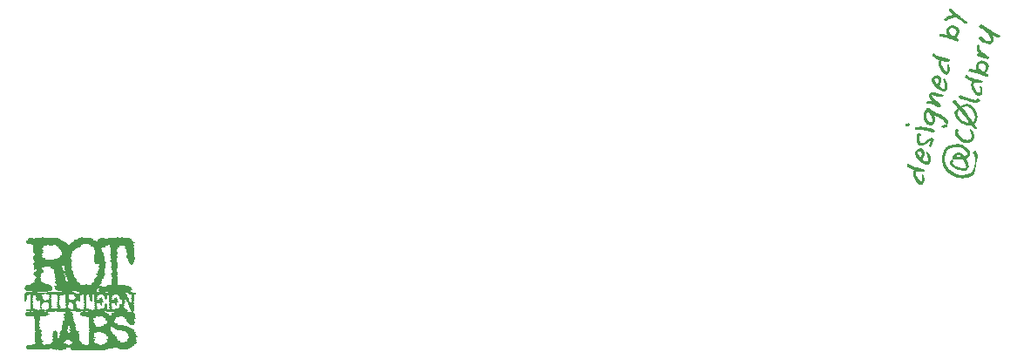
<source format=gtl>
G04 Layer: TopLayer*
G04 EasyEDA v6.5.42, 2024-05-12 21:09:34*
G04 1d647ef2606c44bcac5a4b3005b26544,156c37ef0924441e834bf69462bb4c55,10*
G04 Gerber Generator version 0.2*
G04 Scale: 100 percent, Rotated: No, Reflected: No *
G04 Dimensions in millimeters *
G04 leading zeros omitted , absolute positions ,4 integer and 5 decimal *
%FSLAX45Y45*%
%MOMM*%

%ADD10C,0.0001*%

%LPD*%
G36*
X11732971Y3657650D02*
G01*
X11732818Y3656736D01*
X11731701Y3656380D01*
X11729415Y3656126D01*
X11728246Y3655161D01*
X11725960Y3654907D01*
X11724843Y3654551D01*
X11724538Y3654044D01*
X11723420Y3653688D01*
X11721134Y3653434D01*
X11720728Y3653231D01*
X11720169Y3652469D01*
X11718188Y3652113D01*
X11717172Y3651148D01*
X11714276Y3650742D01*
X11713260Y3649827D01*
X11711279Y3649421D01*
X11710263Y3648456D01*
X11707368Y3648049D01*
X11706352Y3647135D01*
X11704421Y3646728D01*
X11704015Y3646220D01*
X11703202Y3645763D01*
X11698782Y3645560D01*
X11696801Y3648252D01*
X11694109Y3648303D01*
X11693093Y3648659D01*
X11692940Y3649624D01*
X11658447Y3649624D01*
X11658447Y3648252D01*
X11647424Y3648252D01*
X11647424Y3646932D01*
X11641886Y3646932D01*
X11641734Y3645966D01*
X11640616Y3645611D01*
X11638330Y3645357D01*
X11637314Y3644442D01*
X11635384Y3644036D01*
X11634470Y3643071D01*
X11631676Y3642614D01*
X11630507Y3641902D01*
X11629745Y3640734D01*
X11629390Y3638550D01*
X11629034Y3637635D01*
X11628272Y3637127D01*
X11628069Y3634841D01*
X11626189Y3634892D01*
X11625427Y3635248D01*
X11625173Y3635756D01*
X11624259Y3636111D01*
X11621820Y3636162D01*
X11615115Y3642715D01*
X11612067Y3645204D01*
X11610949Y3645662D01*
X11609882Y3646424D01*
X11608460Y3648252D01*
X11594947Y3648252D01*
X11594947Y3647592D01*
X11594541Y3646982D01*
X11593626Y3646982D01*
X11592458Y3647389D01*
X11590020Y3649522D01*
X11589054Y3649776D01*
X11587480Y3650843D01*
X11585854Y3652418D01*
X11584228Y3653485D01*
X11583212Y3653688D01*
X11582603Y3654044D01*
X11582552Y3654958D01*
X11577015Y3654958D01*
X11576913Y3654044D01*
X11576151Y3653688D01*
X11575084Y3653586D01*
X11574373Y3653231D01*
X11573967Y3652469D01*
X11573205Y3652316D01*
X11571579Y3651402D01*
X11566906Y3647084D01*
X11565280Y3644188D01*
X11563654Y3642563D01*
X11563096Y3644239D01*
X11559336Y3644290D01*
X11557914Y3644646D01*
X11557558Y3645154D01*
X11556644Y3645509D01*
X11554206Y3645560D01*
X11549938Y3641344D01*
X11548262Y3639159D01*
X11547602Y3637584D01*
X11547094Y3637381D01*
X11546687Y3636264D01*
X11546433Y3634079D01*
X11545468Y3632911D01*
X11545062Y3630066D01*
X11544096Y3629050D01*
X11543893Y3626764D01*
X11538966Y3626764D01*
X11532260Y3620058D01*
X11529771Y3620109D01*
X11528856Y3620465D01*
X11528602Y3620973D01*
X11527840Y3621328D01*
X11526774Y3621430D01*
X11526062Y3621836D01*
X11525859Y3622344D01*
X11525097Y3622700D01*
X11524030Y3622801D01*
X11523319Y3623157D01*
X11523065Y3623665D01*
X11522354Y3624021D01*
X11521287Y3624122D01*
X11520525Y3624478D01*
X11520271Y3625037D01*
X11519154Y3625392D01*
X11517579Y3625494D01*
X11516461Y3625850D01*
X11516309Y3626764D01*
X11510772Y3626764D01*
X11510772Y3628136D01*
X11505234Y3628136D01*
X11505133Y3629050D01*
X11504422Y3629406D01*
X11502491Y3629456D01*
X11502390Y3631184D01*
X11501628Y3632352D01*
X11500561Y3633266D01*
X11499850Y3634435D01*
X11499646Y3635451D01*
X11499291Y3636060D01*
X11498529Y3636568D01*
X11498122Y3638448D01*
X11497157Y3639210D01*
X11496548Y3641191D01*
X11494617Y3643172D01*
X11493906Y3645001D01*
X11492230Y3646932D01*
X11481765Y3646932D01*
X11481663Y3647846D01*
X11480952Y3648201D01*
X11479885Y3648303D01*
X11479123Y3648659D01*
X11478920Y3649218D01*
X11478158Y3649573D01*
X11477091Y3649675D01*
X11476380Y3650030D01*
X11476177Y3650538D01*
X11475415Y3650894D01*
X11474348Y3650996D01*
X11473637Y3651351D01*
X11473383Y3651859D01*
X11472672Y3652265D01*
X11471605Y3652367D01*
X11470843Y3652723D01*
X11470741Y3653637D01*
X11423802Y3653637D01*
X11423802Y3654958D01*
X11394846Y3654958D01*
X11394846Y3656329D01*
X11385194Y3656329D01*
X11385194Y3654958D01*
X11372748Y3654958D01*
X11372748Y3653637D01*
X11365839Y3653637D01*
X11365687Y3652723D01*
X11364569Y3652367D01*
X11362994Y3652265D01*
X11361877Y3651859D01*
X11361623Y3651351D01*
X11358981Y3650030D01*
X11356543Y3647948D01*
X11354358Y3645662D01*
X11353342Y3643629D01*
X11350752Y3640785D01*
X11350396Y3639413D01*
X11349685Y3638499D01*
X11348720Y3637787D01*
X11347348Y3637432D01*
X11346281Y3636721D01*
X11344859Y3634841D01*
X11341201Y3634892D01*
X11339830Y3635248D01*
X11339626Y3635501D01*
X11339626Y3636162D01*
X11323066Y3636162D01*
X11323066Y3633470D01*
X11317528Y3633470D01*
X11317427Y3632555D01*
X11316716Y3632200D01*
X11314785Y3632149D01*
X11314582Y3628085D01*
X11313972Y3626713D01*
X11313109Y3625748D01*
X11312042Y3625443D01*
X11310467Y3624478D01*
X11306048Y3620008D01*
X11304930Y3617671D01*
X11303965Y3616960D01*
X11303558Y3615080D01*
X11302542Y3614369D01*
X11302085Y3612591D01*
X11300409Y3610660D01*
X11294770Y3610660D01*
X11283746Y3599891D01*
X11279530Y3595319D01*
X11278057Y3592982D01*
X11276990Y3592068D01*
X11276228Y3590899D01*
X11276076Y3589883D01*
X11275720Y3589274D01*
X11274755Y3589172D01*
X11274755Y3578402D01*
X11273383Y3578402D01*
X11273383Y3570376D01*
X11272418Y3570274D01*
X11272062Y3569715D01*
X11271707Y3568293D01*
X11270996Y3567328D01*
X11270030Y3566617D01*
X11268557Y3566261D01*
X11267897Y3565804D01*
X11267389Y3564686D01*
X11265103Y3566922D01*
X11265103Y3574389D01*
X11264138Y3574491D01*
X11263782Y3575100D01*
X11263630Y3576116D01*
X11262868Y3577285D01*
X11261801Y3578199D01*
X11261090Y3579215D01*
X11260734Y3580180D01*
X11259261Y3582060D01*
X11256264Y3585159D01*
X11255451Y3586429D01*
X11251895Y3590442D01*
X11244021Y3598265D01*
X11235944Y3605885D01*
X11231778Y3609289D01*
X11230864Y3609695D01*
X11228933Y3611981D01*
X11226241Y3612032D01*
X11225225Y3612387D01*
X11224920Y3612946D01*
X11223802Y3613302D01*
X11221567Y3613556D01*
X11220958Y3614013D01*
X11220958Y3614674D01*
X11214049Y3614674D01*
X11214049Y3616045D01*
X11207750Y3616045D01*
X11205413Y3618382D01*
X11204498Y3619804D01*
X11204295Y3620770D01*
X11203940Y3621328D01*
X11203432Y3621532D01*
X11203025Y3622243D01*
X11202974Y3624072D01*
X11201095Y3624122D01*
X11200333Y3624478D01*
X11200130Y3625037D01*
X11199368Y3625392D01*
X11198301Y3625494D01*
X11197590Y3625850D01*
X11197336Y3626358D01*
X11196624Y3626713D01*
X11195558Y3626815D01*
X11194796Y3627170D01*
X11194542Y3627678D01*
X11193424Y3628085D01*
X11191849Y3628186D01*
X11190732Y3628542D01*
X11190478Y3629050D01*
X11189716Y3629406D01*
X11188649Y3629507D01*
X11187938Y3629863D01*
X11187684Y3630371D01*
X11186718Y3630726D01*
X11184331Y3630777D01*
X11173764Y3641039D01*
X11169192Y3645001D01*
X11167211Y3645966D01*
X11166957Y3646525D01*
X11165840Y3646881D01*
X11163554Y3647135D01*
X11162944Y3647592D01*
X11162944Y3648252D01*
X11125708Y3648252D01*
X11125606Y3649218D01*
X11124844Y3649573D01*
X11123777Y3649675D01*
X11123066Y3650030D01*
X11122964Y3650945D01*
X11109147Y3650945D01*
X11109147Y3649624D01*
X11095888Y3649624D01*
X11092027Y3653637D01*
X11084306Y3653637D01*
X11084306Y3654958D01*
X11055299Y3654958D01*
X11055299Y3653637D01*
X11047018Y3653637D01*
X11047018Y3652316D01*
X11041532Y3652316D01*
X11041532Y3651605D01*
X11040922Y3651148D01*
X11039449Y3650945D01*
X11037976Y3651148D01*
X11037366Y3651605D01*
X11037366Y3652316D01*
X11031829Y3652316D01*
X11031829Y3653637D01*
X11026343Y3653637D01*
X11026343Y3654958D01*
X11020806Y3654958D01*
X11020806Y3656329D01*
X11002873Y3656329D01*
X11002873Y3654958D01*
X10978032Y3654958D01*
X10978032Y3653637D01*
X10968380Y3653637D01*
X10968228Y3652723D01*
X10967212Y3652367D01*
X10964519Y3652316D01*
X10962538Y3649624D01*
X10943539Y3649624D01*
X10943539Y3650945D01*
X10936630Y3650945D01*
X10936478Y3650030D01*
X10935360Y3649675D01*
X10933074Y3649421D01*
X10932058Y3648456D01*
X10929823Y3647846D01*
X10929620Y3647338D01*
X10928858Y3646982D01*
X10927791Y3646881D01*
X10927080Y3646525D01*
X10926978Y3645560D01*
X10920069Y3645560D01*
X10919968Y3646525D01*
X10919206Y3646881D01*
X10918139Y3646982D01*
X10917428Y3647338D01*
X10917174Y3647846D01*
X10916462Y3648201D01*
X10915396Y3648303D01*
X10914634Y3648659D01*
X10914430Y3649218D01*
X10913668Y3649573D01*
X10912602Y3649675D01*
X10911890Y3650030D01*
X10911687Y3650538D01*
X10910925Y3650894D01*
X10909858Y3650996D01*
X10909096Y3651351D01*
X10908588Y3652113D01*
X10906658Y3652469D01*
X10906150Y3653231D01*
X10905388Y3653586D01*
X10904321Y3653688D01*
X10903610Y3654044D01*
X10903508Y3654958D01*
X10884154Y3654958D01*
X10884052Y3654044D01*
X10883341Y3653688D01*
X10882274Y3653586D01*
X10881512Y3653231D01*
X10881106Y3652469D01*
X10880344Y3652316D01*
X10878108Y3650742D01*
X10874248Y3647338D01*
X10870590Y3643680D01*
X10867745Y3639667D01*
X10866120Y3638092D01*
X10865002Y3636670D01*
X10864545Y3635654D01*
X10862564Y3633266D01*
X10857280Y3628136D01*
X10846917Y3628136D01*
X10846917Y3620058D01*
X10848289Y3620058D01*
X10848289Y3605885D01*
X10851692Y3602685D01*
X10853420Y3601415D01*
X10854385Y3601161D01*
X10855401Y3600450D01*
X10856366Y3599383D01*
X10857433Y3598672D01*
X10859008Y3598164D01*
X10861090Y3596284D01*
X10863122Y3595674D01*
X10863580Y3594963D01*
X10864240Y3594608D01*
X10865256Y3594455D01*
X10866424Y3593693D01*
X10867390Y3592677D01*
X10868609Y3591966D01*
X10869625Y3591814D01*
X10870285Y3591458D01*
X10870488Y3590899D01*
X10871200Y3590544D01*
X10872266Y3590442D01*
X10873028Y3590086D01*
X10873130Y3589172D01*
X10900410Y3589172D01*
X10901934Y3587292D01*
X10903102Y3586581D01*
X10904118Y3586429D01*
X10904778Y3586073D01*
X10905286Y3585311D01*
X10907217Y3584956D01*
X10907725Y3584194D01*
X10908334Y3583838D01*
X10909300Y3583635D01*
X10910925Y3582568D01*
X10912602Y3580993D01*
X10914227Y3579926D01*
X10915904Y3579774D01*
X10915904Y3542182D01*
X10917275Y3542182D01*
X10917275Y3520694D01*
X10918698Y3520694D01*
X10918698Y3511245D01*
X10919612Y3511092D01*
X10920018Y3509822D01*
X10920069Y3506520D01*
X10930839Y3495954D01*
X10933272Y3492906D01*
X10995660Y3492906D01*
X11000638Y3497732D01*
X11002568Y3499967D01*
X11003889Y3502202D01*
X11006277Y3504539D01*
X11009680Y3504590D01*
X11010950Y3504946D01*
X11011154Y3505200D01*
X11011154Y3505911D01*
X11016691Y3505911D01*
X11016742Y3508705D01*
X11017097Y3509772D01*
X11017605Y3510076D01*
X11018012Y3511143D01*
X11018062Y3513937D01*
X11008410Y3513937D01*
X11008410Y3519322D01*
X11010290Y3519373D01*
X11011052Y3519728D01*
X11011154Y3520694D01*
X11018062Y3520694D01*
X11018062Y3528161D01*
X11019485Y3529482D01*
X11021923Y3530447D01*
X11023904Y3532733D01*
X11027714Y3532733D01*
X11027714Y3535426D01*
X11011154Y3535426D01*
X11011154Y3529329D01*
X11009680Y3527958D01*
X11008614Y3527450D01*
X11006988Y3527399D01*
X11006988Y3532733D01*
X11005616Y3532733D01*
X11005616Y3538118D01*
X11004651Y3538270D01*
X11004296Y3539337D01*
X11004194Y3540912D01*
X11003838Y3541979D01*
X11003280Y3542284D01*
X11002924Y3542995D01*
X11002924Y3544011D01*
X11003280Y3544722D01*
X11004245Y3544824D01*
X11004245Y3551580D01*
X11005312Y3551580D01*
X11006582Y3552037D01*
X11008055Y3553206D01*
X11009274Y3554577D01*
X11009884Y3556152D01*
X11010595Y3557168D01*
X11011662Y3558082D01*
X11012424Y3559251D01*
X11012576Y3560216D01*
X11012932Y3560876D01*
X11013490Y3561079D01*
X11013846Y3561791D01*
X11014100Y3563264D01*
X11014608Y3563670D01*
X11015268Y3563670D01*
X11015268Y3574389D01*
X11031829Y3574389D01*
X11031829Y3575710D01*
X11049457Y3575812D01*
X11055654Y3582365D01*
X11058296Y3582365D01*
X11059312Y3582060D01*
X11059464Y3581095D01*
X11066373Y3581095D01*
X11066526Y3580180D01*
X11067643Y3579825D01*
X11069218Y3579723D01*
X11070336Y3579368D01*
X11070640Y3578809D01*
X11071758Y3578453D01*
X11074044Y3578250D01*
X11075263Y3577285D01*
X11078159Y3576878D01*
X11078768Y3576421D01*
X11078768Y3575710D01*
X11098123Y3575710D01*
X11098123Y3577082D01*
X11104981Y3577082D01*
X11104981Y3578402D01*
X11110518Y3578402D01*
X11110518Y3579774D01*
X11117427Y3579774D01*
X11117427Y3581095D01*
X11125708Y3581095D01*
X11125708Y3582466D01*
X11132616Y3582466D01*
X11132718Y3581501D01*
X11133429Y3581146D01*
X11134496Y3581044D01*
X11135258Y3580688D01*
X11135715Y3579977D01*
X11137747Y3579368D01*
X11139830Y3577488D01*
X11141913Y3576675D01*
X11143945Y3574796D01*
X11146028Y3573881D01*
X11149177Y3571087D01*
X11149177Y3567684D01*
X11154664Y3567684D01*
X11154664Y3566312D01*
X11160201Y3566312D01*
X11160201Y3561079D01*
X11161928Y3560267D01*
X11160709Y3559657D01*
X11160252Y3558743D01*
X11159998Y3557320D01*
X11158982Y3556609D01*
X11158880Y3555796D01*
X11159134Y3554780D01*
X11160252Y3553510D01*
X11162690Y3552494D01*
X11164722Y3550615D01*
X11166754Y3550005D01*
X11167211Y3549294D01*
X11167973Y3548938D01*
X11169040Y3548837D01*
X11169751Y3548481D01*
X11169954Y3547922D01*
X11170615Y3547567D01*
X11171631Y3547414D01*
X11172850Y3546703D01*
X11173815Y3545687D01*
X11174984Y3544976D01*
X11176000Y3544773D01*
X11176660Y3544417D01*
X11176863Y3543909D01*
X11177625Y3543554D01*
X11179505Y3543503D01*
X11179556Y3540709D01*
X11179962Y3539642D01*
X11180470Y3539388D01*
X11180876Y3538677D01*
X11180978Y3537610D01*
X11181334Y3536899D01*
X11181892Y3536645D01*
X11182248Y3535578D01*
X11182350Y3534003D01*
X11182705Y3532936D01*
X11182959Y3532733D01*
X11183670Y3532733D01*
X11183670Y3526028D01*
X11184636Y3525875D01*
X11184991Y3524808D01*
X11185093Y3523234D01*
X11185499Y3522167D01*
X11186007Y3521913D01*
X11186363Y3521354D01*
X11186566Y3520389D01*
X11187684Y3518814D01*
X11189970Y3516426D01*
X11191595Y3513785D01*
X11197488Y3507994D01*
X11197488Y3497834D01*
X11196116Y3497834D01*
X11196116Y3492449D01*
X11195151Y3492296D01*
X11194745Y3491229D01*
X11194694Y3488436D01*
X11193627Y3488436D01*
X11191900Y3487470D01*
X11186515Y3482695D01*
X11184737Y3481730D01*
X11183975Y3481527D01*
X11183366Y3480562D01*
X11181435Y3480054D01*
X11180419Y3479292D01*
X11179759Y3478123D01*
X11179454Y3476040D01*
X11179098Y3475126D01*
X11178133Y3475024D01*
X11178133Y3469640D01*
X11177168Y3469487D01*
X11176812Y3468420D01*
X11176711Y3466846D01*
X11176355Y3465779D01*
X11175796Y3465474D01*
X11175441Y3464763D01*
X11175187Y3463290D01*
X11174222Y3462528D01*
X11174018Y3460242D01*
X11172088Y3460191D01*
X11171377Y3459835D01*
X11171123Y3459276D01*
X11170412Y3458921D01*
X11169345Y3458819D01*
X11168583Y3458464D01*
X11168329Y3457956D01*
X11167211Y3457600D01*
X11165636Y3457498D01*
X11164519Y3457143D01*
X11163960Y3456381D01*
X11161979Y3456025D01*
X11160963Y3455060D01*
X11159540Y3454857D01*
X11281664Y3454857D01*
X11281664Y3460953D01*
X11284051Y3463239D01*
X11285372Y3464102D01*
X11286947Y3464763D01*
X11288318Y3465982D01*
X11289436Y3467404D01*
X11290350Y3469538D01*
X11291316Y3469640D01*
X11291316Y3479037D01*
X11290350Y3479190D01*
X11289995Y3480257D01*
X11289893Y3481832D01*
X11289538Y3482898D01*
X11288979Y3483203D01*
X11288623Y3484321D01*
X11288369Y3486505D01*
X11287607Y3487318D01*
X11287252Y3488690D01*
X11287201Y3492347D01*
X11285474Y3492906D01*
X11287150Y3494481D01*
X11288369Y3495040D01*
X11289284Y3495192D01*
X11289842Y3495548D01*
X11290249Y3496310D01*
X11292078Y3496767D01*
X11294059Y3498392D01*
X11294059Y3515309D01*
X11295024Y3515410D01*
X11295430Y3516122D01*
X11295684Y3517595D01*
X11296650Y3518306D01*
X11297107Y3520084D01*
X11297869Y3521049D01*
X11298834Y3521760D01*
X11300307Y3522065D01*
X11300917Y3522421D01*
X11301069Y3522929D01*
X11301831Y3523284D01*
X11302898Y3523386D01*
X11303660Y3523742D01*
X11303863Y3524300D01*
X11304574Y3524656D01*
X11305641Y3524758D01*
X11306403Y3525113D01*
X11306657Y3525621D01*
X11307775Y3525977D01*
X11310010Y3526231D01*
X11311229Y3527196D01*
X11313515Y3527450D01*
X11314633Y3527806D01*
X11314887Y3528314D01*
X11315649Y3528669D01*
X11316716Y3528771D01*
X11317427Y3529126D01*
X11317935Y3529888D01*
X11320322Y3530092D01*
X11320373Y3531920D01*
X11320729Y3532632D01*
X11321288Y3532886D01*
X11321643Y3533597D01*
X11321897Y3535070D01*
X11322862Y3535832D01*
X11323116Y3537305D01*
X11323472Y3538016D01*
X11324031Y3538220D01*
X11324386Y3538931D01*
X11324437Y3540810D01*
X11327333Y3540861D01*
X11328400Y3541217D01*
X11328755Y3541725D01*
X11329873Y3542131D01*
X11332718Y3542182D01*
X11332768Y3544011D01*
X11333124Y3544722D01*
X11333683Y3544925D01*
X11334038Y3545484D01*
X11334394Y3546957D01*
X11335105Y3547872D01*
X11336121Y3548583D01*
X11337594Y3548938D01*
X11338153Y3549294D01*
X11338356Y3549802D01*
X11340896Y3550615D01*
X11341303Y3551377D01*
X11343132Y3551834D01*
X11344097Y3552494D01*
X11344859Y3553409D01*
X11345265Y3554831D01*
X11345976Y3555796D01*
X11347043Y3556711D01*
X11347805Y3557879D01*
X11347958Y3558895D01*
X11348313Y3559505D01*
X11348872Y3559759D01*
X11349228Y3560876D01*
X11349278Y3563670D01*
X11352174Y3563620D01*
X11353292Y3563213D01*
X11353444Y3562299D01*
X11370005Y3562299D01*
X11370106Y3563213D01*
X11371072Y3563620D01*
X11373205Y3563874D01*
X11374374Y3564534D01*
X11375186Y3565499D01*
X11375593Y3567023D01*
X11375948Y3567582D01*
X11376710Y3568090D01*
X11377117Y3569970D01*
X11378082Y3570732D01*
X11378336Y3572205D01*
X11378692Y3572967D01*
X11379250Y3573170D01*
X11379606Y3573881D01*
X11379860Y3575354D01*
X11380825Y3576015D01*
X11381740Y3578199D01*
X11383416Y3580129D01*
X11385397Y3581755D01*
X11387836Y3582873D01*
X11388039Y3583381D01*
X11388801Y3583736D01*
X11389868Y3583838D01*
X11390579Y3584194D01*
X11391087Y3584956D01*
X11393068Y3585311D01*
X11393576Y3586073D01*
X11394287Y3586429D01*
X11395354Y3586530D01*
X11396116Y3586886D01*
X11396624Y3587648D01*
X11398554Y3588004D01*
X11399570Y3588969D01*
X11401856Y3589223D01*
X11402974Y3589578D01*
X11403279Y3590086D01*
X11404396Y3590442D01*
X11405971Y3590544D01*
X11407089Y3590899D01*
X11407394Y3591458D01*
X11408511Y3591814D01*
X11410797Y3592068D01*
X11411407Y3592525D01*
X11411407Y3593185D01*
X11421059Y3593185D01*
X11421160Y3594150D01*
X11421922Y3594506D01*
X11422989Y3594506D01*
X11423700Y3594150D01*
X11423802Y3593185D01*
X11429339Y3593185D01*
X11429441Y3592271D01*
X11430203Y3591915D01*
X11431270Y3591814D01*
X11431981Y3591458D01*
X11432184Y3590899D01*
X11432946Y3590544D01*
X11434013Y3590442D01*
X11434724Y3590086D01*
X11434978Y3589578D01*
X11435689Y3589223D01*
X11436756Y3589121D01*
X11437518Y3588765D01*
X11437620Y3587800D01*
X11443157Y3587800D01*
X11443157Y3589172D01*
X11454180Y3589172D01*
X11454180Y3590493D01*
X11459718Y3590493D01*
X11459768Y3592372D01*
X11460124Y3593084D01*
X11460378Y3593185D01*
X11460886Y3592474D01*
X11461089Y3588410D01*
X11463528Y3586124D01*
X11465001Y3585260D01*
X11465966Y3585108D01*
X11466525Y3584701D01*
X11466677Y3584194D01*
X11467338Y3583838D01*
X11468404Y3583686D01*
X11469573Y3582974D01*
X11470538Y3581908D01*
X11471706Y3581196D01*
X11473484Y3581095D01*
X11473535Y3579266D01*
X11473942Y3578504D01*
X11474450Y3578250D01*
X11474856Y3577183D01*
X11474958Y3575608D01*
X11475313Y3574542D01*
X11476278Y3574389D01*
X11476278Y3569004D01*
X11478158Y3568954D01*
X11478920Y3568598D01*
X11479022Y3567684D01*
X11484559Y3567684D01*
X11484559Y3566312D01*
X11495582Y3566312D01*
X11495582Y3564991D01*
X11501120Y3564991D01*
X11501221Y3564077D01*
X11501932Y3563721D01*
X11503863Y3563670D01*
X11504066Y3559556D01*
X11504676Y3558184D01*
X11505539Y3557270D01*
X11507012Y3556863D01*
X11507978Y3556355D01*
X11509400Y3555034D01*
X11509400Y3536797D01*
X11510365Y3536696D01*
X11510721Y3536137D01*
X11510975Y3535121D01*
X11512448Y3533190D01*
X11516309Y3529482D01*
X11516309Y3523335D01*
X11514886Y3523335D01*
X11514886Y3505911D01*
X11513515Y3505911D01*
X11513515Y3488436D01*
X11512143Y3488436D01*
X11512143Y3470960D01*
X11510772Y3470960D01*
X11510772Y3452164D01*
X11509400Y3452164D01*
X11509400Y3433368D01*
X11508028Y3433368D01*
X11508028Y3424275D01*
X11509908Y3422853D01*
X11510670Y3421837D01*
X11510975Y3420872D01*
X11512448Y3418992D01*
X11516309Y3415334D01*
X11516309Y3405174D01*
X11517223Y3405073D01*
X11518392Y3402685D01*
X11520068Y3400806D01*
X11521998Y3399129D01*
X11523929Y3398418D01*
X11524488Y3398012D01*
X11524691Y3397504D01*
X11525402Y3397148D01*
X11526469Y3397046D01*
X11527231Y3396691D01*
X11527332Y3395776D01*
X11539728Y3395776D01*
X11539880Y3396691D01*
X11540591Y3397046D01*
X11541658Y3397148D01*
X11542420Y3397504D01*
X11542572Y3398012D01*
X11544401Y3398875D01*
X11547906Y3401720D01*
X11552326Y3405886D01*
X11555780Y3408781D01*
X11556644Y3409187D01*
X11557711Y3409187D01*
X11557711Y3419094D01*
X11558016Y3420821D01*
X11558727Y3420872D01*
X11561826Y3417976D01*
X11561775Y3414674D01*
X11561419Y3413404D01*
X11561165Y3413201D01*
X11560454Y3413201D01*
X11560454Y3407867D01*
X11559082Y3407867D01*
X11559082Y3402482D01*
X11560048Y3402329D01*
X11560403Y3401263D01*
X11560505Y3399688D01*
X11560860Y3398621D01*
X11561826Y3398469D01*
X11561826Y3389325D01*
X11559895Y3387902D01*
X11559184Y3386937D01*
X11558930Y3385972D01*
X11557812Y3384499D01*
X11554917Y3381806D01*
X11554917Y3359505D01*
X11556288Y3359505D01*
X11556288Y3350107D01*
X11554917Y3350107D01*
X11554917Y3344722D01*
X11553952Y3344570D01*
X11553596Y3343605D01*
X11553545Y3341014D01*
X11551615Y3339541D01*
X11550904Y3338423D01*
X11550802Y3336645D01*
X11549126Y3336493D01*
X11547297Y3335223D01*
X11543893Y3332022D01*
X11543893Y3320542D01*
X11545265Y3320542D01*
X11545265Y3313836D01*
X11546636Y3313836D01*
X11546636Y3308451D01*
X11547602Y3308299D01*
X11547957Y3307232D01*
X11548008Y3304438D01*
X11546128Y3304387D01*
X11545366Y3304032D01*
X11545265Y3303066D01*
X11534241Y3303066D01*
X11534241Y3301746D01*
X11529415Y3301695D01*
X11527332Y3301339D01*
X11527637Y3300729D01*
X11529314Y3299307D01*
X11531396Y3298342D01*
X11533276Y3296665D01*
X11534902Y3294735D01*
X11536019Y3292449D01*
X11536578Y3292246D01*
X11536934Y3291535D01*
X11537035Y3290468D01*
X11537391Y3289757D01*
X11537950Y3289503D01*
X11538305Y3288436D01*
X11538407Y3286861D01*
X11538813Y3285794D01*
X11539677Y3285286D01*
X11539677Y3284372D01*
X11539118Y3283204D01*
X11538051Y3281883D01*
X11536527Y3280714D01*
X11534546Y3280054D01*
X11533886Y3279089D01*
X11531955Y3278632D01*
X11530990Y3277819D01*
X11530330Y3276650D01*
X11530025Y3274618D01*
X11529669Y3273653D01*
X11529110Y3273450D01*
X11528755Y3272739D01*
X11528653Y3271672D01*
X11528298Y3270961D01*
X11527739Y3270707D01*
X11527383Y3269640D01*
X11527282Y3268065D01*
X11526926Y3266998D01*
X11526367Y3266643D01*
X11526012Y3265576D01*
X11525910Y3264001D01*
X11525504Y3262934D01*
X11524996Y3262731D01*
X11524640Y3262172D01*
X11524284Y3260598D01*
X11523421Y3259632D01*
X11522252Y3259023D01*
X11520119Y3258718D01*
X11519204Y3258362D01*
X11519052Y3257397D01*
X11511381Y3257397D01*
X11510010Y3255975D01*
X11509451Y3254502D01*
X11509349Y3253130D01*
X11508943Y3252165D01*
X11508028Y3252063D01*
X11508028Y3237280D01*
X11509400Y3237280D01*
X11509400Y3230575D01*
X11510365Y3230422D01*
X11510721Y3229305D01*
X11510721Y3227781D01*
X11510365Y3226714D01*
X11509806Y3226460D01*
X11509451Y3225901D01*
X11509095Y3224326D01*
X11508282Y3223412D01*
X11507063Y3222752D01*
X11504930Y3222447D01*
X11504015Y3222091D01*
X11503761Y3221583D01*
X11502999Y3221228D01*
X11501932Y3221126D01*
X11501221Y3220770D01*
X11501018Y3220212D01*
X11500256Y3219856D01*
X11499189Y3219754D01*
X11498478Y3219399D01*
X11498224Y3218891D01*
X11497513Y3218535D01*
X11496446Y3218434D01*
X11495684Y3218078D01*
X11495481Y3217519D01*
X11492941Y3216706D01*
X11492484Y3215995D01*
X11490655Y3215487D01*
X11489690Y3214827D01*
X11488978Y3213862D01*
X11488623Y3212388D01*
X11488267Y3211830D01*
X11487708Y3211626D01*
X11487353Y3210915D01*
X11487099Y3209442D01*
X11486134Y3208680D01*
X11485880Y3207207D01*
X11485524Y3206496D01*
X11484965Y3206292D01*
X11484610Y3205632D01*
X11484457Y3204667D01*
X11483695Y3203498D01*
X11482628Y3202584D01*
X11481917Y3201568D01*
X11481511Y3200196D01*
X11480749Y3199282D01*
X11479784Y3198571D01*
X11477650Y3198317D01*
X11477650Y3192932D01*
X11475720Y3192881D01*
X11475008Y3192526D01*
X11474907Y3191611D01*
X11456924Y3191611D01*
X11456924Y3192932D01*
X11451437Y3192932D01*
X11451336Y3193897D01*
X11450574Y3194253D01*
X11449507Y3194354D01*
X11448745Y3194710D01*
X11448592Y3195218D01*
X11447983Y3195574D01*
X11446459Y3195929D01*
X11445494Y3196691D01*
X11444782Y3197758D01*
X11444427Y3199638D01*
X11443919Y3200908D01*
X11442547Y3202330D01*
X11430711Y3202330D01*
X11430558Y3201416D01*
X11429441Y3201060D01*
X11427866Y3200958D01*
X11426748Y3200603D01*
X11426393Y3200095D01*
X11422583Y3199282D01*
X11422278Y3198723D01*
X11421160Y3198368D01*
X11419586Y3198266D01*
X11418468Y3197910D01*
X11418112Y3197402D01*
X11414302Y3196590D01*
X11414150Y3195624D01*
X11405870Y3195624D01*
X11405870Y3194304D01*
X11397589Y3194304D01*
X11397589Y3195624D01*
X11385194Y3195624D01*
X11385194Y3196285D01*
X11384584Y3196793D01*
X11382298Y3197047D01*
X11381181Y3197402D01*
X11380876Y3197910D01*
X11379758Y3198266D01*
X11376914Y3198317D01*
X11376761Y3200044D01*
X11376050Y3201212D01*
X11374983Y3202127D01*
X11374221Y3203194D01*
X11374018Y3204159D01*
X11373307Y3205276D01*
X11371376Y3206699D01*
X11371326Y3209290D01*
X11370970Y3210255D01*
X11370411Y3210509D01*
X11370056Y3211068D01*
X11369700Y3212490D01*
X11368989Y3213455D01*
X11368074Y3214166D01*
X11366652Y3214573D01*
X11365636Y3215284D01*
X11364671Y3216300D01*
X11363604Y3217011D01*
X11362029Y3217519D01*
X11359997Y3219399D01*
X11357914Y3220212D01*
X11355882Y3222091D01*
X11354308Y3222599D01*
X11353190Y3223310D01*
X11352276Y3224377D01*
X11351056Y3225088D01*
X11350040Y3225241D01*
X11349380Y3225596D01*
X11348974Y3226358D01*
X11347145Y3226816D01*
X11346129Y3227527D01*
X11345418Y3228441D01*
X11345113Y3229914D01*
X11344706Y3230473D01*
X11344198Y3230626D01*
X11343843Y3231184D01*
X11343487Y3232658D01*
X11342776Y3233623D01*
X11341760Y3234334D01*
X11339626Y3234588D01*
X11339626Y3250692D01*
X11338661Y3250793D01*
X11338306Y3251504D01*
X11338204Y3252571D01*
X11337798Y3253282D01*
X11337086Y3253740D01*
X11336477Y3255721D01*
X11334496Y3257702D01*
X11333429Y3259886D01*
X11329314Y3264153D01*
X11325809Y3264153D01*
X11325809Y3268878D01*
X11323421Y3271164D01*
X11321999Y3272078D01*
X11320576Y3272586D01*
X11318544Y3274466D01*
X11317376Y3274872D01*
X11316157Y3274872D01*
X11316106Y3276752D01*
X11315750Y3277463D01*
X11314785Y3277565D01*
X11314785Y3282950D01*
X11313414Y3282950D01*
X11313414Y3292348D01*
X11312448Y3292449D01*
X11312093Y3293160D01*
X11311991Y3294227D01*
X11311585Y3294938D01*
X11310823Y3295446D01*
X11310569Y3296869D01*
X11310213Y3297631D01*
X11309451Y3298088D01*
X11309197Y3299561D01*
X11308842Y3300272D01*
X11308283Y3300526D01*
X11307927Y3301237D01*
X11307673Y3302711D01*
X11306708Y3303473D01*
X11306454Y3304946D01*
X11306098Y3305657D01*
X11305540Y3305860D01*
X11305184Y3306572D01*
X11305082Y3307638D01*
X11304727Y3308350D01*
X11304168Y3308553D01*
X11303812Y3309264D01*
X11303711Y3310331D01*
X11303304Y3311042D01*
X11302542Y3311550D01*
X11302339Y3312515D01*
X11302542Y3313429D01*
X11303304Y3313937D01*
X11303711Y3314547D01*
X11303863Y3315563D01*
X11304574Y3316732D01*
X11306505Y3318154D01*
X11306505Y3329330D01*
X11304066Y3331616D01*
X11302746Y3332479D01*
X11301882Y3332784D01*
X11297361Y3336493D01*
X11296192Y3337051D01*
X11293043Y3339744D01*
X11285778Y3346704D01*
X11285880Y3350006D01*
X11286236Y3351225D01*
X11286744Y3351580D01*
X11287150Y3352647D01*
X11287252Y3354222D01*
X11287607Y3355289D01*
X11288115Y3355594D01*
X11288522Y3356305D01*
X11288776Y3357778D01*
X11289741Y3358540D01*
X11289995Y3360013D01*
X11290350Y3360724D01*
X11290909Y3360928D01*
X11291265Y3361588D01*
X11291417Y3362553D01*
X11292179Y3363722D01*
X11294059Y3365195D01*
X11294059Y3374288D01*
X11292687Y3374288D01*
X11292687Y3387699D01*
X11291722Y3387801D01*
X11291366Y3388360D01*
X11291112Y3389376D01*
X11289538Y3391408D01*
X11285474Y3395319D01*
X11287201Y3395878D01*
X11287201Y3403803D01*
X11288115Y3403955D01*
X11288522Y3405073D01*
X11288776Y3407257D01*
X11289741Y3408426D01*
X11290147Y3411270D01*
X11290909Y3412032D01*
X11291265Y3413099D01*
X11291366Y3414674D01*
X11291722Y3415741D01*
X11292281Y3416046D01*
X11292636Y3417112D01*
X11292738Y3418687D01*
X11293144Y3419754D01*
X11293398Y3419957D01*
X11294059Y3419957D01*
X11294059Y3431438D01*
X11292636Y3432759D01*
X11291722Y3433318D01*
X11290401Y3433673D01*
X11289487Y3434384D01*
X11288826Y3435350D01*
X11288522Y3436772D01*
X11288115Y3437331D01*
X11287607Y3437534D01*
X11287252Y3438651D01*
X11286998Y3440836D01*
X11285982Y3442004D01*
X11285372Y3445306D01*
X11284864Y3445611D01*
X11284458Y3446678D01*
X11284356Y3448253D01*
X11284000Y3449320D01*
X11283035Y3449472D01*
X11283035Y3454857D01*
X11159540Y3454857D01*
X11158067Y3454654D01*
X11157051Y3453688D01*
X11155070Y3453333D01*
X11154664Y3452825D01*
X11154664Y3452164D01*
X11149177Y3452164D01*
X11149076Y3451250D01*
X11148517Y3450894D01*
X11146993Y3450539D01*
X11146028Y3449828D01*
X11145316Y3448913D01*
X11145012Y3447846D01*
X11145012Y3446779D01*
X11132616Y3446779D01*
X11132616Y3448151D01*
X11122964Y3448151D01*
X11122812Y3447186D01*
X11122101Y3446830D01*
X11121034Y3446729D01*
X11120272Y3446373D01*
X11119815Y3445662D01*
X11117783Y3445052D01*
X11116716Y3444087D01*
X11115751Y3442766D01*
X11100866Y3442766D01*
X11100765Y3441852D01*
X11098530Y3440937D01*
X11097056Y3439769D01*
X11095837Y3438347D01*
X11095329Y3437077D01*
X11095329Y3436061D01*
X11069116Y3436061D01*
X11069116Y3437382D01*
X11060836Y3437382D01*
X11060836Y3438753D01*
X11053927Y3438753D01*
X11053927Y3440074D01*
X11037366Y3440074D01*
X11037316Y3442868D01*
X11036960Y3443935D01*
X11036401Y3444290D01*
X11036046Y3445357D01*
X11035944Y3446932D01*
X11035588Y3447999D01*
X11035030Y3448253D01*
X11034674Y3449218D01*
X11034522Y3450590D01*
X11034014Y3452063D01*
X11032642Y3453536D01*
X11020806Y3453536D01*
X11020704Y3454450D01*
X11020044Y3454806D01*
X11019028Y3454958D01*
X11017859Y3455670D01*
X11016894Y3456736D01*
X11015878Y3457448D01*
X11014913Y3457701D01*
X11013338Y3458768D01*
X11011712Y3460343D01*
X11010239Y3461410D01*
X11009274Y3461715D01*
X11004753Y3465423D01*
X11003229Y3466084D01*
X11000130Y3468878D01*
X11000130Y3473653D01*
X11005616Y3473653D01*
X11005616Y3483051D01*
X11001502Y3483051D01*
X11001451Y3484930D01*
X11001044Y3485642D01*
X11000333Y3486099D01*
X10999724Y3488080D01*
X10997742Y3490112D01*
X10997082Y3492093D01*
X10996523Y3492652D01*
X10995660Y3492906D01*
X10933272Y3492906D01*
X10933887Y3491636D01*
X10932922Y3491026D01*
X10932515Y3490366D01*
X10932363Y3489401D01*
X10931652Y3488232D01*
X10930585Y3487318D01*
X10929823Y3486150D01*
X10929670Y3485134D01*
X10929315Y3484524D01*
X10928756Y3484321D01*
X10928400Y3483559D01*
X10928146Y3482136D01*
X10927181Y3481324D01*
X10926775Y3479444D01*
X10926013Y3478936D01*
X10925454Y3477310D01*
X10924743Y3476142D01*
X10923676Y3475228D01*
X10922914Y3474059D01*
X10922762Y3473043D01*
X10922406Y3472434D01*
X10921847Y3472230D01*
X10921492Y3471519D01*
X10921390Y3470452D01*
X10921034Y3469741D01*
X10920476Y3469487D01*
X10920120Y3468420D01*
X10920018Y3466846D01*
X10919612Y3465779D01*
X10919104Y3465474D01*
X10918748Y3464763D01*
X10918494Y3463290D01*
X10917478Y3462528D01*
X10917224Y3461054D01*
X10916869Y3460343D01*
X10916361Y3460089D01*
X10915954Y3459022D01*
X10915853Y3457448D01*
X10915497Y3456381D01*
X10914938Y3456076D01*
X10914583Y3455365D01*
X10914329Y3453892D01*
X10913872Y3453536D01*
X10913160Y3453536D01*
X10913160Y3446068D01*
X10917936Y3441446D01*
X10921441Y3441446D01*
X10921492Y3438651D01*
X10921847Y3437534D01*
X10922406Y3437229D01*
X10922762Y3436162D01*
X10922863Y3434587D01*
X10923219Y3433521D01*
X10923778Y3433216D01*
X10924133Y3432149D01*
X10924235Y3430574D01*
X10924641Y3429508D01*
X10925149Y3429254D01*
X10925505Y3428542D01*
X10925556Y3426663D01*
X10927486Y3426612D01*
X10928248Y3426256D01*
X10928451Y3425698D01*
X10929162Y3425342D01*
X10930229Y3425240D01*
X10930991Y3424885D01*
X10931194Y3424377D01*
X10931956Y3424021D01*
X10933023Y3423920D01*
X10933734Y3423564D01*
X10933988Y3423056D01*
X10934700Y3422700D01*
X10936630Y3422599D01*
X10936630Y3413201D01*
X10933734Y3413150D01*
X10932668Y3412794D01*
X10932312Y3412286D01*
X10931194Y3411931D01*
X10929620Y3411829D01*
X10928502Y3411474D01*
X10928248Y3410965D01*
X10927486Y3410610D01*
X10926419Y3410508D01*
X10925708Y3410102D01*
X10925454Y3409594D01*
X10924743Y3409238D01*
X10923676Y3409137D01*
X10922914Y3408781D01*
X10922711Y3408273D01*
X10921949Y3407918D01*
X10920882Y3407816D01*
X10920171Y3407460D01*
X10919968Y3406901D01*
X10919409Y3406546D01*
X10918444Y3406394D01*
X10916970Y3405479D01*
X10914532Y3403193D01*
X10914583Y3399891D01*
X10914938Y3398621D01*
X10915497Y3398367D01*
X10915853Y3397808D01*
X10916208Y3396386D01*
X10916869Y3395421D01*
X10917732Y3394710D01*
X10919104Y3394303D01*
X10920425Y3393389D01*
X10922812Y3391103D01*
X10922863Y3387801D01*
X10923219Y3386531D01*
X10924184Y3386378D01*
X10924184Y3350412D01*
X10921796Y3348482D01*
X10921542Y3347516D01*
X10921949Y3346399D01*
X10924844Y3343401D01*
X10927283Y3343351D01*
X10928197Y3342944D01*
X10929112Y3342182D01*
X10930890Y3342081D01*
X10932871Y3342335D01*
X10934242Y3342995D01*
X10934954Y3343960D01*
X10935258Y3345027D01*
X10935258Y3346043D01*
X10944301Y3346043D01*
X10945672Y3344621D01*
X10946180Y3343148D01*
X10946333Y3341725D01*
X10946688Y3340811D01*
X10947654Y3340709D01*
X10947654Y3330549D01*
X10946231Y3329178D01*
X10945114Y3328670D01*
X10944199Y3328568D01*
X10943590Y3328212D01*
X10943437Y3327654D01*
X10942777Y3327298D01*
X10941761Y3327146D01*
X10940542Y3326434D01*
X10939576Y3325418D01*
X10938408Y3324707D01*
X10937392Y3324504D01*
X10936732Y3324148D01*
X10936274Y3323437D01*
X10934242Y3322828D01*
X10932109Y3320948D01*
X10930077Y3320338D01*
X10929620Y3319627D01*
X10928858Y3319272D01*
X10926978Y3319221D01*
X10926978Y3309112D01*
X10923574Y3305860D01*
X10921898Y3304590D01*
X10920120Y3303828D01*
X10918698Y3302508D01*
X10918698Y3295599D01*
X10920120Y3294278D01*
X10921898Y3293516D01*
X10923371Y3292449D01*
X10924997Y3290874D01*
X10926470Y3289808D01*
X10927435Y3289401D01*
X10929518Y3287826D01*
X10933836Y3283661D01*
X10933836Y3280257D01*
X10936732Y3280206D01*
X10937849Y3279851D01*
X10938002Y3278936D01*
X10943539Y3278936D01*
X10943590Y3277057D01*
X10943945Y3276346D01*
X10944707Y3275838D01*
X10944961Y3274364D01*
X10945317Y3273653D01*
X10945876Y3273450D01*
X10946231Y3272739D01*
X10946333Y3271672D01*
X10946688Y3270961D01*
X10947654Y3270859D01*
X10947654Y3261461D01*
X10946688Y3261360D01*
X10946333Y3260648D01*
X10946231Y3259582D01*
X10945876Y3258870D01*
X10945317Y3258667D01*
X10944961Y3257956D01*
X10944910Y3256076D01*
X10936630Y3256076D01*
X10936630Y3246678D01*
X10937595Y3246526D01*
X10937951Y3245561D01*
X10938002Y3242970D01*
X10935258Y3240989D01*
X10935258Y3235147D01*
X10933277Y3233267D01*
X10926978Y3233267D01*
X10926978Y3226511D01*
X10928553Y3226409D01*
X10930026Y3225546D01*
X10932464Y3223209D01*
X10932464Y3218484D01*
X10929620Y3218434D01*
X10928502Y3218078D01*
X10928350Y3217113D01*
X10922812Y3217113D01*
X10922660Y3216198D01*
X10921542Y3215843D01*
X10919968Y3215741D01*
X10918850Y3215386D01*
X10918698Y3214420D01*
X10913160Y3214420D01*
X10913160Y3213100D01*
X10907623Y3213100D01*
X10907471Y3212185D01*
X10906353Y3211830D01*
X10904778Y3211677D01*
X10903661Y3211322D01*
X10903407Y3210814D01*
X10902848Y3210458D01*
X10901781Y3210204D01*
X10899800Y3208782D01*
X10895736Y3205226D01*
X10894568Y3204667D01*
X10886033Y3197047D01*
X10883849Y3195624D01*
X10883087Y3195421D01*
X10882782Y3194964D01*
X10882782Y3194304D01*
X10875873Y3194304D01*
X10875873Y3192932D01*
X10869015Y3192932D01*
X10869015Y3191611D01*
X10862106Y3191611D01*
X10862106Y3190290D01*
X10852454Y3190290D01*
X10852353Y3189325D01*
X10849457Y3187801D01*
X10846562Y3185210D01*
X10843920Y3182416D01*
X10842752Y3180537D01*
X10842548Y3179826D01*
X10841837Y3179419D01*
X10841431Y3178708D01*
X10841329Y3177641D01*
X10840974Y3176930D01*
X10840415Y3176727D01*
X10840059Y3176016D01*
X10839958Y3174949D01*
X10839602Y3174238D01*
X10839043Y3174034D01*
X10838688Y3173323D01*
X10838434Y3171850D01*
X10837468Y3170885D01*
X10837062Y3168040D01*
X10836808Y3167583D01*
X10836300Y3167278D01*
X10835944Y3166211D01*
X10835792Y3164636D01*
X10835436Y3163570D01*
X10834471Y3163417D01*
X10834471Y3158032D01*
X10833100Y3158032D01*
X10833100Y3149955D01*
X10835030Y3149904D01*
X10835741Y3149549D01*
X10835944Y3149041D01*
X10836605Y3148685D01*
X10837672Y3148533D01*
X10838840Y3147822D01*
X10839805Y3146755D01*
X10840872Y3146044D01*
X10842447Y3145536D01*
X10844479Y3143656D01*
X10846562Y3142843D01*
X10848594Y3140964D01*
X10850168Y3140456D01*
X10851286Y3139744D01*
X10852759Y3138271D01*
X10854842Y3137509D01*
X10856874Y3135579D01*
X10859008Y3134817D01*
X10861040Y3132531D01*
X10869015Y3132531D01*
X10869117Y3133445D01*
X10869828Y3133801D01*
X10870895Y3133902D01*
X10871657Y3134258D01*
X10872165Y3135020D01*
X10874095Y3135376D01*
X10875111Y3136341D01*
X10877397Y3136595D01*
X10878515Y3136950D01*
X10878870Y3137458D01*
X10880140Y3137814D01*
X10883595Y3137865D01*
X10887354Y3134156D01*
X10889335Y3132734D01*
X10891012Y3132124D01*
X10891062Y3131159D01*
X10907623Y3131159D01*
X10907623Y3129838D01*
X10926368Y3129838D01*
X10928096Y3128060D01*
X10928299Y3127502D01*
X10927943Y3127248D01*
X10926470Y3127095D01*
X10925556Y3126638D01*
X10924895Y3125470D01*
X10924082Y3127146D01*
X10908995Y3127146D01*
X10908842Y3126232D01*
X10907776Y3125825D01*
X10905490Y3125622D01*
X10904880Y3125114D01*
X10957306Y3125114D01*
X10957712Y3125622D01*
X10959693Y3125978D01*
X10960100Y3126486D01*
X10960100Y3127146D01*
X10968380Y3127146D01*
X10968532Y3128060D01*
X10969650Y3128416D01*
X10971225Y3128416D01*
X10972342Y3128060D01*
X10972495Y3127146D01*
X10979404Y3127146D01*
X10979404Y3125774D01*
X10986312Y3125774D01*
X10986312Y3124454D01*
X11001502Y3124454D01*
X11001502Y3125774D01*
X11023600Y3125774D01*
X11023600Y3124454D01*
X11042904Y3124454D01*
X11043056Y3125368D01*
X11044174Y3125724D01*
X11045748Y3125825D01*
X11046866Y3126232D01*
X11047018Y3127146D01*
X11052556Y3127146D01*
X11052708Y3128060D01*
X11053826Y3128416D01*
X11056112Y3128670D01*
X11057077Y3129635D01*
X11059058Y3130042D01*
X11059464Y3130499D01*
X11059464Y3131159D01*
X11088420Y3131159D01*
X11088522Y3132124D01*
X11091164Y3133394D01*
X11093602Y3135477D01*
X11095786Y3137814D01*
X11096802Y3139795D01*
X11097564Y3140811D01*
X11098631Y3141726D01*
X11099393Y3142843D01*
X11099495Y3144621D01*
X11101070Y3144672D01*
X11102187Y3145180D01*
X11103610Y3146501D01*
X11103610Y3154019D01*
X11104981Y3154019D01*
X11104981Y3169564D01*
X11103559Y3170885D01*
X11102543Y3171393D01*
X11101679Y3171545D01*
X11100612Y3172307D01*
X11099190Y3173780D01*
X11096904Y3174847D01*
X11094974Y3176473D01*
X11093297Y3178352D01*
X11092484Y3180080D01*
X11091722Y3181096D01*
X11090656Y3182010D01*
X11089944Y3183178D01*
X11089386Y3184804D01*
X11088624Y3185261D01*
X11088014Y3187192D01*
X11086084Y3189173D01*
X11084966Y3191408D01*
X11080902Y3195624D01*
X11073841Y3195624D01*
X11068558Y3201009D01*
X11056670Y3201009D01*
X11056670Y3199688D01*
X11051184Y3199688D01*
X11051082Y3200603D01*
X11050320Y3200958D01*
X11049254Y3201060D01*
X11048492Y3201416D01*
X11048034Y3202178D01*
X11046002Y3202736D01*
X11043920Y3204667D01*
X11041888Y3205226D01*
X11041126Y3206191D01*
X11039144Y3206597D01*
X11038738Y3207054D01*
X11038738Y3207715D01*
X11022838Y3207715D01*
X11020450Y3210102D01*
X11019586Y3211525D01*
X11019383Y3212439D01*
X11019028Y3212998D01*
X11018469Y3213201D01*
X11018113Y3213912D01*
X11018012Y3214979D01*
X11017605Y3215690D01*
X11017097Y3215894D01*
X11016742Y3216605D01*
X11016691Y3218484D01*
X11011154Y3218484D01*
X11011154Y3219805D01*
X11001502Y3219805D01*
X11001400Y3221532D01*
X11000638Y3222701D01*
X10999571Y3223615D01*
X10998860Y3224631D01*
X10998504Y3225596D01*
X10997031Y3227476D01*
X10994034Y3230676D01*
X10993018Y3232912D01*
X10992510Y3233267D01*
X10991850Y3233267D01*
X10991850Y3250692D01*
X10990427Y3250692D01*
X10990427Y3257397D01*
X10989056Y3257397D01*
X10989056Y3262782D01*
X10988090Y3262884D01*
X10987735Y3263595D01*
X10987633Y3264662D01*
X10987278Y3265373D01*
X10986719Y3265678D01*
X10986363Y3266948D01*
X10986312Y3270300D01*
X10990427Y3274060D01*
X10990427Y3281578D01*
X10991850Y3281578D01*
X10991850Y3305759D01*
X10993729Y3305810D01*
X10994491Y3306165D01*
X10994593Y3307130D01*
X11000130Y3307130D01*
X11000282Y3308045D01*
X11001349Y3308400D01*
X11003635Y3308654D01*
X11004245Y3309112D01*
X11004245Y3309823D01*
X11009782Y3309823D01*
X11009782Y3310483D01*
X11010493Y3310940D01*
X11014252Y3311448D01*
X11015675Y3312109D01*
X11016691Y3313074D01*
X11016691Y3325926D01*
X11018062Y3325926D01*
X11018062Y3333394D01*
X11015624Y3335680D01*
X11014354Y3336544D01*
X11012830Y3337153D01*
X11010290Y3339744D01*
X11009680Y3341268D01*
X11008918Y3342284D01*
X11007852Y3343148D01*
X11007140Y3344214D01*
X11006886Y3345179D01*
X11006175Y3346297D01*
X11005108Y3347212D01*
X11004346Y3348380D01*
X11004194Y3349345D01*
X11003838Y3350006D01*
X11003280Y3350209D01*
X11002924Y3350920D01*
X11002670Y3352393D01*
X11001705Y3353155D01*
X11001248Y3355035D01*
X11000638Y3355644D01*
X10999774Y3355898D01*
X11001451Y3357473D01*
X11002670Y3358083D01*
X11003584Y3358184D01*
X11004143Y3358591D01*
X11004346Y3359099D01*
X11005108Y3359454D01*
X11006175Y3359556D01*
X11006886Y3359912D01*
X11007140Y3360420D01*
X11007852Y3360775D01*
X11008918Y3360877D01*
X11009680Y3361232D01*
X11009782Y3362198D01*
X11016691Y3362198D01*
X11016691Y3363518D01*
X11027714Y3363518D01*
X11027765Y3365398D01*
X11028121Y3366109D01*
X11028680Y3366312D01*
X11029035Y3367024D01*
X11029137Y3368090D01*
X11029492Y3368801D01*
X11030051Y3369056D01*
X11030407Y3369919D01*
X11030559Y3371342D01*
X11031016Y3372764D01*
X11032185Y3374237D01*
X11040110Y3374288D01*
X11040110Y3372916D01*
X11060836Y3372916D01*
X11060836Y3371596D01*
X11074654Y3371596D01*
X11074654Y3370783D01*
X11191951Y3370783D01*
X11191951Y3379622D01*
X11198860Y3379622D01*
X11198860Y3380994D01*
X11205108Y3380994D01*
X11208410Y3384296D01*
X11209680Y3385921D01*
X11210036Y3386836D01*
X11211153Y3388258D01*
X11212779Y3389833D01*
X11213846Y3391458D01*
X11214455Y3392982D01*
X11215014Y3393186D01*
X11215370Y3393897D01*
X11215420Y3395776D01*
X11219535Y3395776D01*
X11219586Y3393897D01*
X11219992Y3393186D01*
X11220958Y3393084D01*
X11220958Y3387699D01*
X11222329Y3387699D01*
X11222329Y3382314D01*
X11223701Y3382314D01*
X11223701Y3371596D01*
X11222736Y3371494D01*
X11222380Y3370783D01*
X11222278Y3369716D01*
X11221872Y3369005D01*
X11221110Y3368497D01*
X11220754Y3366617D01*
X11219992Y3366109D01*
X11219586Y3365398D01*
X11219484Y3364331D01*
X11219129Y3363620D01*
X11218164Y3363518D01*
X11218164Y3356813D01*
X11219129Y3356711D01*
X11219484Y3356101D01*
X11219688Y3355086D01*
X11220399Y3353917D01*
X11221466Y3353003D01*
X11222228Y3351834D01*
X11222380Y3350818D01*
X11222736Y3350209D01*
X11223294Y3349955D01*
X11223650Y3348888D01*
X11223752Y3347313D01*
X11224107Y3346246D01*
X11224361Y3346043D01*
X11225072Y3346043D01*
X11225072Y3335324D01*
X11226444Y3335324D01*
X11226444Y3324555D01*
X11227816Y3324555D01*
X11227816Y3319221D01*
X11228781Y3319068D01*
X11229187Y3317951D01*
X11229441Y3315766D01*
X11230406Y3314598D01*
X11230813Y3311753D01*
X11231270Y3311144D01*
X11231981Y3311144D01*
X11231981Y3286963D01*
X11233048Y3286963D01*
X11234318Y3286506D01*
X11235791Y3285286D01*
X11237010Y3283864D01*
X11237925Y3281679D01*
X11238687Y3281222D01*
X11238941Y3279749D01*
X11239296Y3279038D01*
X11239855Y3278784D01*
X11240211Y3278073D01*
X11240465Y3276600D01*
X11241430Y3275634D01*
X11241684Y3273450D01*
X11242040Y3272332D01*
X11242598Y3272028D01*
X11242954Y3270961D01*
X11243056Y3269386D01*
X11243462Y3268319D01*
X11243970Y3268065D01*
X11244326Y3267354D01*
X11244427Y3266287D01*
X11244834Y3265576D01*
X11245799Y3265474D01*
X11245799Y3260090D01*
X11247170Y3260090D01*
X11247170Y3254756D01*
X11248542Y3254756D01*
X11248542Y3246678D01*
X11249914Y3246678D01*
X11249914Y3241294D01*
X11250879Y3241192D01*
X11251234Y3240582D01*
X11251387Y3239566D01*
X11252149Y3238398D01*
X11253216Y3237484D01*
X11254536Y3235299D01*
X11257838Y3231591D01*
X11262664Y3226816D01*
X11265966Y3223056D01*
X11266881Y3221228D01*
X11267440Y3221024D01*
X11267795Y3220313D01*
X11268049Y3218840D01*
X11268557Y3218484D01*
X11269218Y3218484D01*
X11269218Y3210407D01*
X11267338Y3210458D01*
X11266576Y3210814D01*
X11266170Y3211576D01*
X11264392Y3212033D01*
X11263376Y3212693D01*
X11262614Y3213557D01*
X11262156Y3214928D01*
X11261090Y3216351D01*
X11259464Y3217926D01*
X11258346Y3219500D01*
X11258143Y3220516D01*
X11257788Y3221075D01*
X11257229Y3221278D01*
X11256873Y3221990D01*
X11256619Y3223463D01*
X11255654Y3224225D01*
X11255400Y3225698D01*
X11254994Y3226409D01*
X11254486Y3226612D01*
X11254130Y3227374D01*
X11253876Y3228797D01*
X11253114Y3229305D01*
X11252708Y3230016D01*
X11252657Y3231896D01*
X11240262Y3231896D01*
X11240262Y3232556D01*
X11239550Y3233064D01*
X11235385Y3233267D01*
X11231981Y3236518D01*
X11231930Y3238906D01*
X11231575Y3239820D01*
X11230610Y3239973D01*
X11230610Y3250692D01*
X11229238Y3250692D01*
X11229238Y3274263D01*
X11219535Y3283559D01*
X11219484Y3285947D01*
X11219129Y3286810D01*
X11218164Y3286963D01*
X11218164Y3295040D01*
X11216792Y3295040D01*
X11216792Y3307130D01*
X11218164Y3307130D01*
X11218164Y3315157D01*
X11219129Y3315258D01*
X11219484Y3316020D01*
X11219738Y3317443D01*
X11220500Y3317951D01*
X11220856Y3318662D01*
X11221008Y3319729D01*
X11221364Y3320440D01*
X11221872Y3320694D01*
X11222278Y3321761D01*
X11222278Y3323336D01*
X11221872Y3324402D01*
X11221364Y3324656D01*
X11221008Y3325215D01*
X11220754Y3326231D01*
X11219688Y3327806D01*
X11218062Y3329381D01*
X11216944Y3330803D01*
X11216284Y3332022D01*
X11212982Y3335629D01*
X11208156Y3340404D01*
X11204854Y3344164D01*
X11203940Y3345992D01*
X11203432Y3346246D01*
X11203025Y3347313D01*
X11202924Y3348888D01*
X11202568Y3349955D01*
X11201603Y3350107D01*
X11201603Y3356813D01*
X11200942Y3356813D01*
X11200638Y3357016D01*
X11200282Y3358286D01*
X11200231Y3361639D01*
X11197336Y3364331D01*
X11196269Y3365754D01*
X11195913Y3366668D01*
X11194846Y3368090D01*
X11191951Y3370783D01*
X11074654Y3370783D01*
X11074654Y3370224D01*
X11081512Y3370224D01*
X11081613Y3368395D01*
X11081969Y3367684D01*
X11082477Y3367481D01*
X11082883Y3366922D01*
X11083239Y3365347D01*
X11084052Y3364433D01*
X11085220Y3363772D01*
X11086642Y3363518D01*
X11088420Y3363518D01*
X11088420Y3358134D01*
X11096142Y3358134D01*
X11097514Y3356711D01*
X11098580Y3353358D01*
X11099749Y3351834D01*
X11101222Y3350615D01*
X11103559Y3349701D01*
X11103711Y3349142D01*
X11104473Y3348786D01*
X11105540Y3348685D01*
X11106251Y3348329D01*
X11106505Y3347821D01*
X11107216Y3347465D01*
X11108283Y3347364D01*
X11109045Y3347008D01*
X11109553Y3346246D01*
X11111484Y3345891D01*
X11111992Y3345129D01*
X11114227Y3344214D01*
X11115700Y3343046D01*
X11116919Y3341624D01*
X11117427Y3340404D01*
X11117427Y3339337D01*
X11121542Y3339337D01*
X11121542Y3329940D01*
X11122964Y3329940D01*
X11122964Y3307130D01*
X11123879Y3307029D01*
X11124285Y3306318D01*
X11124387Y3305251D01*
X11124742Y3304540D01*
X11125301Y3304336D01*
X11125657Y3303625D01*
X11125758Y3302558D01*
X11126114Y3301847D01*
X11126673Y3301644D01*
X11127028Y3300933D01*
X11127130Y3299866D01*
X11127486Y3299155D01*
X11128044Y3298951D01*
X11128400Y3298240D01*
X11128502Y3297174D01*
X11128857Y3296462D01*
X11129873Y3296361D01*
X11129873Y3278936D01*
X11128451Y3278936D01*
X11128451Y3272180D01*
X11129416Y3272078D01*
X11129772Y3271367D01*
X11129924Y3270351D01*
X11130280Y3269640D01*
X11130788Y3269386D01*
X11131143Y3268675D01*
X11131296Y3267659D01*
X11131651Y3266948D01*
X11132159Y3266694D01*
X11132566Y3265982D01*
X11132820Y3264509D01*
X11133277Y3264153D01*
X11133988Y3264153D01*
X11133988Y3258769D01*
X11133023Y3258616D01*
X11132667Y3257550D01*
X11132566Y3255975D01*
X11132159Y3254908D01*
X11131245Y3254756D01*
X11131245Y3245358D01*
X11132159Y3245205D01*
X11132566Y3244494D01*
X11132820Y3243021D01*
X11133785Y3242259D01*
X11134039Y3240786D01*
X11134394Y3240074D01*
X11134953Y3239871D01*
X11135309Y3239160D01*
X11135410Y3238093D01*
X11135766Y3237382D01*
X11136731Y3237280D01*
X11136731Y3230575D01*
X11135766Y3230473D01*
X11135410Y3229813D01*
X11135258Y3228848D01*
X11134496Y3227679D01*
X11133429Y3226714D01*
X11132718Y3225596D01*
X11132566Y3224580D01*
X11132159Y3223920D01*
X11131245Y3223818D01*
X11131245Y3215792D01*
X11132159Y3215690D01*
X11132566Y3215132D01*
X11132769Y3214166D01*
X11133886Y3212592D01*
X11136579Y3209544D01*
X11137087Y3208477D01*
X11139271Y3205988D01*
X11145012Y3200400D01*
X11145012Y3188157D01*
X11143538Y3186836D01*
X11142065Y3186328D01*
X11140592Y3186176D01*
X11139627Y3185820D01*
X11139373Y3185312D01*
X11138662Y3184956D01*
X11561826Y3184906D01*
X11561826Y3190290D01*
X11563553Y3190494D01*
X11565737Y3192119D01*
X11570106Y3196285D01*
X11570106Y3202330D01*
X11575643Y3202330D01*
X11575643Y3209848D01*
X11581180Y3215030D01*
X11581180Y3221177D01*
X11580215Y3221329D01*
X11579809Y3222396D01*
X11579758Y3225190D01*
X11583924Y3225190D01*
X11583974Y3227070D01*
X11584330Y3227781D01*
X11585295Y3227882D01*
X11585295Y3235909D01*
X11586667Y3235909D01*
X11586667Y3253384D01*
X11588597Y3253435D01*
X11589308Y3253790D01*
X11589461Y3254756D01*
X11594947Y3254756D01*
X11594947Y3256076D01*
X11600484Y3256076D01*
X11600484Y3273552D01*
X11601450Y3273653D01*
X11601805Y3274263D01*
X11601958Y3275279D01*
X11602720Y3276447D01*
X11603786Y3277362D01*
X11604498Y3278327D01*
X11604955Y3279444D01*
X11612575Y3287877D01*
X11613337Y3289554D01*
X11614099Y3290062D01*
X11614454Y3291941D01*
X11615470Y3292957D01*
X11615877Y3295802D01*
X11616842Y3296767D01*
X11617248Y3298647D01*
X11617706Y3299053D01*
X11618417Y3299053D01*
X11618417Y3305149D01*
X11611711Y3311702D01*
X11609120Y3314700D01*
X11608358Y3316427D01*
X11607393Y3316528D01*
X11607393Y3332632D01*
X11608765Y3332632D01*
X11608765Y3338017D01*
X11609730Y3338118D01*
X11610086Y3338829D01*
X11610340Y3340303D01*
X11611305Y3341268D01*
X11611711Y3344113D01*
X11612676Y3345129D01*
X11613083Y3347008D01*
X11613591Y3347415D01*
X11614302Y3347415D01*
X11614302Y3354019D01*
X11612575Y3354578D01*
X11614302Y3356101D01*
X11615877Y3356711D01*
X11618417Y3356813D01*
X11618417Y3372916D01*
X11617045Y3372916D01*
X11617045Y3398469D01*
X11618010Y3398520D01*
X11618671Y3400145D01*
X11620550Y3402482D01*
X11625326Y3407105D01*
X11625376Y3409492D01*
X11625732Y3410407D01*
X11626697Y3410559D01*
X11626697Y3417976D01*
X11623294Y3421176D01*
X11621668Y3422446D01*
X11620652Y3422853D01*
X11618620Y3424478D01*
X11614302Y3428644D01*
X11614302Y3442766D01*
X11613337Y3442868D01*
X11612981Y3443579D01*
X11612829Y3444646D01*
X11612473Y3445357D01*
X11611965Y3445611D01*
X11611559Y3446678D01*
X11611457Y3448253D01*
X11611102Y3449320D01*
X11610136Y3449472D01*
X11610136Y3456178D01*
X11608765Y3456178D01*
X11608765Y3464255D01*
X11607393Y3464255D01*
X11607393Y3476345D01*
X11606022Y3476345D01*
X11606022Y3495141D01*
X11607393Y3495141D01*
X11607393Y3501847D01*
X11605615Y3501948D01*
X11604396Y3502710D01*
X11603431Y3503726D01*
X11602364Y3504437D01*
X11600789Y3504946D01*
X11598808Y3506825D01*
X11596674Y3507740D01*
X11595252Y3508908D01*
X11594084Y3510381D01*
X11593169Y3512515D01*
X11592610Y3512718D01*
X11592255Y3513429D01*
X11592153Y3514496D01*
X11591798Y3515207D01*
X11591239Y3515461D01*
X11590883Y3516528D01*
X11590782Y3518103D01*
X11590375Y3519170D01*
X11589867Y3519424D01*
X11589512Y3520135D01*
X11589359Y3521201D01*
X11589004Y3521913D01*
X11588496Y3522167D01*
X11588089Y3523234D01*
X11587988Y3524808D01*
X11587632Y3525875D01*
X11587073Y3526180D01*
X11586718Y3527247D01*
X11586616Y3528822D01*
X11586260Y3529888D01*
X11585702Y3530244D01*
X11585346Y3531311D01*
X11585244Y3532886D01*
X11584889Y3533952D01*
X11584330Y3534308D01*
X11583974Y3535578D01*
X11583924Y3538880D01*
X11577218Y3545382D01*
X11574627Y3548379D01*
X11574272Y3549192D01*
X11574272Y3550208D01*
X11576151Y3550259D01*
X11576913Y3550615D01*
X11577320Y3551377D01*
X11578996Y3552037D01*
X11582806Y3555237D01*
X11591442Y3563670D01*
X11604599Y3563670D01*
X11604599Y3562299D01*
X11619230Y3562299D01*
X11621160Y3564229D01*
X11621160Y3571087D01*
X11623598Y3573373D01*
X11625072Y3574237D01*
X11626037Y3574440D01*
X11626596Y3574796D01*
X11626850Y3575304D01*
X11627967Y3575659D01*
X11630253Y3575913D01*
X11631472Y3576878D01*
X11633708Y3577132D01*
X11634825Y3577488D01*
X11634978Y3578402D01*
X11640515Y3578402D01*
X11640515Y3579774D01*
X11661190Y3579774D01*
X11661190Y3573678D01*
X11738610Y3573678D01*
X11739270Y3575964D01*
X11741454Y3577082D01*
X11742623Y3577082D01*
X11742623Y3570376D01*
X11741556Y3570376D01*
X11739372Y3571392D01*
X11738610Y3573678D01*
X11661190Y3573678D01*
X11661190Y3572256D01*
X11663984Y3569715D01*
X11665610Y3567937D01*
X11666575Y3566414D01*
X11666728Y3565398D01*
X11665762Y3564788D01*
X11665407Y3563518D01*
X11665356Y3560165D01*
X11668201Y3557473D01*
X11669318Y3556000D01*
X11669572Y3555034D01*
X11670334Y3554018D01*
X11672265Y3552596D01*
X11672265Y3546195D01*
X11671300Y3546094D01*
X11670944Y3545382D01*
X11670792Y3544315D01*
X11670436Y3543604D01*
X11669471Y3543503D01*
X11669471Y3538118D01*
X11668099Y3538118D01*
X11668099Y3529279D01*
X11672265Y3525520D01*
X11672265Y3505911D01*
X11671300Y3505758D01*
X11670944Y3504844D01*
X11670842Y3502456D01*
X11662562Y3494532D01*
X11662562Y3485743D01*
X11663527Y3485642D01*
X11663934Y3484930D01*
X11664035Y3483864D01*
X11664391Y3483152D01*
X11665153Y3482644D01*
X11665559Y3480765D01*
X11666524Y3480003D01*
X11667134Y3478072D01*
X11668099Y3477006D01*
X11669471Y3476040D01*
X11669522Y3473450D01*
X11669928Y3472484D01*
X11670842Y3472332D01*
X11670842Y3451148D01*
X11672773Y3449675D01*
X11673535Y3448558D01*
X11673687Y3447542D01*
X11674043Y3446881D01*
X11674602Y3446627D01*
X11674957Y3445662D01*
X11675008Y3443071D01*
X11673078Y3441649D01*
X11672366Y3440582D01*
X11672112Y3439617D01*
X11671401Y3438550D01*
X11670334Y3437585D01*
X11669572Y3436467D01*
X11669420Y3435451D01*
X11669064Y3434791D01*
X11668506Y3434587D01*
X11668150Y3433876D01*
X11667896Y3432403D01*
X11666931Y3431641D01*
X11666677Y3430168D01*
X11666321Y3429457D01*
X11665762Y3429152D01*
X11665407Y3427882D01*
X11665356Y3424580D01*
X11667744Y3422294D01*
X11671046Y3420364D01*
X11675465Y3415842D01*
X11676380Y3414268D01*
X11676176Y3413506D01*
X11675719Y3413201D01*
X11675008Y3413201D01*
X11675008Y3406597D01*
X11676735Y3405835D01*
X11675008Y3405022D01*
X11675008Y3387699D01*
X11676380Y3387699D01*
X11676380Y3378301D01*
X11675414Y3378200D01*
X11675059Y3377488D01*
X11674957Y3376422D01*
X11674602Y3375710D01*
X11674043Y3375507D01*
X11673687Y3374796D01*
X11673586Y3373729D01*
X11673230Y3373018D01*
X11672265Y3372916D01*
X11672265Y3366211D01*
X11673636Y3366211D01*
X11673636Y3360826D01*
X11674602Y3360674D01*
X11674957Y3359607D01*
X11675059Y3358032D01*
X11675414Y3356965D01*
X11675973Y3356660D01*
X11676329Y3355594D01*
X11676430Y3354019D01*
X11676786Y3352952D01*
X11677345Y3352596D01*
X11677700Y3351529D01*
X11677954Y3349345D01*
X11678208Y3348888D01*
X11678716Y3348583D01*
X11679072Y3347516D01*
X11679224Y3345942D01*
X11679580Y3344875D01*
X11680088Y3344570D01*
X11680494Y3343503D01*
X11680596Y3341928D01*
X11680952Y3340862D01*
X11681510Y3340557D01*
X11681866Y3339439D01*
X11682120Y3337255D01*
X11683085Y3336290D01*
X11683339Y3334816D01*
X11683695Y3334105D01*
X11684254Y3333800D01*
X11684609Y3332734D01*
X11684711Y3331159D01*
X11685117Y3330092D01*
X11685625Y3329838D01*
X11685981Y3329127D01*
X11686082Y3328060D01*
X11686489Y3327349D01*
X11686997Y3327044D01*
X11687352Y3325672D01*
X11687403Y3322015D01*
X11689130Y3321202D01*
X11687962Y3320592D01*
X11687505Y3319830D01*
X11687251Y3318865D01*
X11686184Y3317341D01*
X11683898Y3314954D01*
X11682780Y3312769D01*
X11680139Y3310280D01*
X11678564Y3309721D01*
X11676583Y3307943D01*
X11675414Y3307232D01*
X11673636Y3307130D01*
X11673636Y3295040D01*
X11675008Y3295040D01*
X11675008Y3285642D01*
X11676380Y3285642D01*
X11676380Y3278936D01*
X11677751Y3278936D01*
X11677751Y3273552D01*
X11678716Y3273450D01*
X11679377Y3271875D01*
X11680850Y3269945D01*
X11682984Y3267760D01*
X11684457Y3265830D01*
X11684711Y3264763D01*
X11685117Y3264204D01*
X11685625Y3264001D01*
X11685981Y3262985D01*
X11686032Y3260394D01*
X11684152Y3258972D01*
X11683390Y3257803D01*
X11683238Y3256788D01*
X11682882Y3256178D01*
X11682323Y3255975D01*
X11681968Y3255264D01*
X11681866Y3254197D01*
X11681510Y3253486D01*
X11680952Y3253282D01*
X11680596Y3252571D01*
X11680494Y3251504D01*
X11680088Y3250793D01*
X11679326Y3250336D01*
X11678920Y3248406D01*
X11677954Y3247644D01*
X11677700Y3246170D01*
X11677345Y3245459D01*
X11676786Y3245154D01*
X11676430Y3244088D01*
X11676176Y3241903D01*
X11675719Y3241294D01*
X11675008Y3241294D01*
X11675008Y3226511D01*
X11676380Y3226511D01*
X11676380Y3215792D01*
X11677751Y3215792D01*
X11677751Y3201619D01*
X11674348Y3198418D01*
X11672519Y3197148D01*
X11670842Y3196996D01*
X11670842Y3191611D01*
X11658447Y3191611D01*
X11658447Y3190290D01*
X11639143Y3190290D01*
X11639042Y3189325D01*
X11638381Y3188970D01*
X11637365Y3188817D01*
X11636146Y3188106D01*
X11635181Y3187039D01*
X11634012Y3186328D01*
X11632946Y3186176D01*
X11632336Y3185820D01*
X11631879Y3185109D01*
X11629847Y3184499D01*
X11627764Y3182620D01*
X11626189Y3182112D01*
X11625122Y3181400D01*
X11624157Y3180334D01*
X11622938Y3179622D01*
X11621922Y3179470D01*
X11621262Y3179114D01*
X11621160Y3178200D01*
X11738508Y3178200D01*
X11738508Y3186988D01*
X11740337Y3188716D01*
X11740896Y3188411D01*
X11741200Y3186785D01*
X11741251Y3178200D01*
X11615674Y3178200D01*
X11615674Y3179521D01*
X11607393Y3179521D01*
X11607393Y3180842D01*
X11586667Y3180842D01*
X11586667Y3182213D01*
X11564874Y3182213D01*
X11562842Y3179724D01*
X11562232Y3179927D01*
X11561927Y3181604D01*
X11561826Y3184906D01*
X11137595Y3184855D01*
X11136833Y3184499D01*
X11136731Y3183534D01*
X11131245Y3183534D01*
X11131245Y3182213D01*
X11121542Y3182213D01*
X11121694Y3180486D01*
X11122406Y3179318D01*
X11123472Y3178403D01*
X11124234Y3177387D01*
X11124488Y3176422D01*
X11128298Y3171850D01*
X11128552Y3170885D01*
X11129314Y3169920D01*
X11131245Y3168497D01*
X11131245Y3154019D01*
X11132312Y3154019D01*
X11133632Y3153511D01*
X11135106Y3152241D01*
X11136274Y3150717D01*
X11136985Y3148076D01*
X11137696Y3147009D01*
X11138662Y3146247D01*
X11140236Y3145891D01*
X11140795Y3145536D01*
X11141303Y3144774D01*
X11143234Y3144418D01*
X11143742Y3143656D01*
X11144402Y3143300D01*
X11145418Y3143148D01*
X11146586Y3142437D01*
X11147602Y3141370D01*
X11148771Y3140659D01*
X11149787Y3140506D01*
X11150447Y3140151D01*
X11150650Y3139643D01*
X11151412Y3139287D01*
X11152479Y3139186D01*
X11153190Y3138830D01*
X11153648Y3138068D01*
X11155680Y3137509D01*
X11157813Y3135579D01*
X11159845Y3135020D01*
X11160302Y3134258D01*
X11161064Y3133902D01*
X11162131Y3133801D01*
X11162842Y3133445D01*
X11162944Y3132531D01*
X11178133Y3132531D01*
X11178133Y3133852D01*
X11183670Y3133852D01*
X11183823Y3132937D01*
X11184940Y3132582D01*
X11187176Y3132328D01*
X11188395Y3131362D01*
X11190681Y3131108D01*
X11191798Y3130753D01*
X11192052Y3130245D01*
X11192814Y3129889D01*
X11193881Y3129788D01*
X11194592Y3129432D01*
X11194694Y3128467D01*
X11205768Y3128467D01*
X11205768Y3129838D01*
X11212677Y3129838D01*
X11212830Y3128873D01*
X11213896Y3128518D01*
X11216182Y3128264D01*
X11216792Y3127806D01*
X11216487Y3127349D01*
X11214150Y3126333D01*
X11213417Y3125774D01*
X11292738Y3125774D01*
X11293195Y3126892D01*
X11294618Y3128264D01*
X11295329Y3129432D01*
X11295481Y3131159D01*
X11312042Y3131159D01*
X11312194Y3132124D01*
X11313312Y3132480D01*
X11314887Y3132582D01*
X11316004Y3132937D01*
X11316258Y3133445D01*
X11317020Y3133801D01*
X11318087Y3133902D01*
X11318798Y3134258D01*
X11319052Y3134766D01*
X11319764Y3135172D01*
X11320830Y3135274D01*
X11321592Y3135630D01*
X11321796Y3136138D01*
X11324336Y3136950D01*
X11324793Y3137712D01*
X11326825Y3138271D01*
X11327892Y3139236D01*
X11328908Y3140557D01*
X11334851Y3140557D01*
X11345773Y3129838D01*
X11348212Y3129788D01*
X11349126Y3129432D01*
X11349278Y3128467D01*
X11356187Y3128467D01*
X11356187Y3127146D01*
X11367262Y3127146D01*
X11367414Y3126232D01*
X11368481Y3125825D01*
X11371376Y3125774D01*
X11371376Y3123133D01*
X11368887Y3123133D01*
X11367008Y3122879D01*
X11365585Y3122168D01*
X11364809Y3121101D01*
X11392103Y3121101D01*
X11392458Y3121558D01*
X11393474Y3121761D01*
X11394440Y3121558D01*
X11394846Y3121101D01*
X11394440Y3120644D01*
X11393474Y3120440D01*
X11488674Y3120440D01*
X11488674Y3122168D01*
X11488928Y3123539D01*
X11489588Y3124708D01*
X11490553Y3125520D01*
X11492179Y3125825D01*
X11492738Y3126232D01*
X11492941Y3126740D01*
X11495481Y3127552D01*
X11495684Y3128060D01*
X11496446Y3128416D01*
X11497513Y3128518D01*
X11498224Y3128873D01*
X11498326Y3129838D01*
X11528044Y3129838D01*
X11532362Y3134055D01*
X11533987Y3136138D01*
X11534343Y3137154D01*
X11535054Y3138119D01*
X11536121Y3139033D01*
X11536883Y3140202D01*
X11537035Y3141167D01*
X11537391Y3141827D01*
X11538356Y3141929D01*
X11538356Y3152089D01*
X11539829Y3153410D01*
X11540947Y3153918D01*
X11541861Y3154070D01*
X11542420Y3154426D01*
X11542674Y3154934D01*
X11543792Y3155289D01*
X11545366Y3155391D01*
X11546484Y3155746D01*
X11546840Y3156254D01*
X11547906Y3156661D01*
X11550192Y3156864D01*
X11551208Y3157829D01*
X11553139Y3158236D01*
X11553952Y3159201D01*
X11555882Y3159556D01*
X11556695Y3160522D01*
X11558676Y3160928D01*
X11559286Y3161842D01*
X11559743Y3162046D01*
X11560251Y3161842D01*
X11560454Y3161385D01*
X11560251Y3160928D01*
X11559286Y3160318D01*
X11558879Y3158439D01*
X11557914Y3157423D01*
X11557508Y3154578D01*
X11556492Y3153613D01*
X11556085Y3151733D01*
X11555120Y3150920D01*
X11554714Y3149041D01*
X11553952Y3148482D01*
X11553596Y3147415D01*
X11553494Y3145840D01*
X11553139Y3144774D01*
X11552174Y3144621D01*
X11552174Y3137865D01*
X11553139Y3137712D01*
X11553494Y3136442D01*
X11553799Y3133750D01*
X11554409Y3132378D01*
X11555374Y3131464D01*
X11557050Y3131108D01*
X11557609Y3130753D01*
X11557863Y3130245D01*
X11558981Y3129889D01*
X11560556Y3129788D01*
X11561673Y3129432D01*
X11561978Y3128873D01*
X11563096Y3128518D01*
X11565382Y3128264D01*
X11565991Y3127806D01*
X11589461Y3127806D01*
X11590070Y3128264D01*
X11591493Y3128467D01*
X11593309Y3128111D01*
X11603532Y3128111D01*
X11604599Y3128416D01*
X11611508Y3128467D01*
X11611660Y3129432D01*
X11612778Y3129788D01*
X11615064Y3130042D01*
X11615674Y3130499D01*
X11615674Y3131159D01*
X11626697Y3131159D01*
X11626850Y3130245D01*
X11627967Y3129889D01*
X11630253Y3129635D01*
X11630863Y3129178D01*
X11630863Y3128467D01*
X11643258Y3128467D01*
X11643258Y3129838D01*
X11654282Y3129838D01*
X11654434Y3128873D01*
X11655145Y3128518D01*
X11656212Y3128416D01*
X11656974Y3128060D01*
X11657177Y3127552D01*
X11657888Y3127197D01*
X11658955Y3127095D01*
X11659717Y3126740D01*
X11660124Y3125978D01*
X11661851Y3125571D01*
X11662978Y3124809D01*
X11704066Y3124809D01*
X11704218Y3125368D01*
X11705945Y3127146D01*
X11716410Y3127146D01*
X11716410Y3128467D01*
X11737136Y3128467D01*
X11737136Y3127146D01*
X11717782Y3127146D01*
X11717782Y3126130D01*
X11748566Y3126130D01*
X11749024Y3126841D01*
X11752072Y3127095D01*
X11768836Y3127146D01*
X11768836Y3125774D01*
X11775744Y3125774D01*
X11775744Y3124454D01*
X11766397Y3124454D01*
X11765432Y3123133D01*
X11764416Y3122269D01*
X11763298Y3121812D01*
X11762333Y3121863D01*
X11761978Y3122422D01*
X11761978Y3123133D01*
X11751564Y3123133D01*
X11748566Y3126130D01*
X11717782Y3126130D01*
X11717782Y3125774D01*
X11706758Y3125774D01*
X11706656Y3124860D01*
X11705894Y3124504D01*
X11704421Y3124555D01*
X11704066Y3124809D01*
X11662978Y3124809D01*
X11663629Y3124200D01*
X11663984Y3123488D01*
X11660784Y3123234D01*
X11642191Y3123133D01*
X11640210Y3120440D01*
X11623954Y3120440D01*
X11623954Y3121761D01*
X11618417Y3121761D01*
X11618417Y3123133D01*
X11608003Y3123133D01*
X11603888Y3127197D01*
X11603532Y3128111D01*
X11593423Y3128060D01*
X11593576Y3127806D01*
X11592966Y3127349D01*
X11591493Y3127146D01*
X11590070Y3127349D01*
X11589461Y3127806D01*
X11565991Y3127806D01*
X11566398Y3127349D01*
X11568328Y3126943D01*
X11568734Y3126486D01*
X11568734Y3125774D01*
X11563197Y3125774D01*
X11563096Y3124860D01*
X11562384Y3124504D01*
X11561318Y3124504D01*
X11560556Y3124860D01*
X11560048Y3125622D01*
X11558117Y3125978D01*
X11557711Y3126486D01*
X11556898Y3126943D01*
X11552275Y3127146D01*
X11551462Y3128822D01*
X11550802Y3127654D01*
X11549634Y3127197D01*
X11547144Y3127146D01*
X11544401Y3124098D01*
X11543792Y3125774D01*
X11536984Y3125774D01*
X11536883Y3124860D01*
X11536121Y3124504D01*
X11535054Y3124403D01*
X11534343Y3124047D01*
X11534089Y3123539D01*
X11532971Y3123184D01*
X11530685Y3122930D01*
X11530076Y3122422D01*
X11530076Y3121761D01*
X11523167Y3121761D01*
X11523167Y3123133D01*
X11498630Y3123133D01*
X11496649Y3120440D01*
X11393474Y3120440D01*
X11392458Y3120644D01*
X11392103Y3121101D01*
X11364772Y3121050D01*
X11364468Y3119475D01*
X11364468Y3117748D01*
X11808866Y3117748D01*
X11808866Y3119069D01*
X11822684Y3119069D01*
X11822684Y3120440D01*
X11833707Y3120440D01*
X11833707Y3121761D01*
X11840616Y3121761D01*
X11840565Y3119882D01*
X11840210Y3119170D01*
X11839651Y3118967D01*
X11839295Y3118256D01*
X11839041Y3116783D01*
X11838533Y3116376D01*
X11837873Y3116376D01*
X11837873Y3110280D01*
X11840362Y3107994D01*
X11842089Y3107131D01*
X11844477Y3106978D01*
X11846458Y3104286D01*
X11864086Y3104286D01*
X11864187Y3103372D01*
X11864746Y3103016D01*
X11865711Y3102813D01*
X11867184Y3101949D01*
X11869623Y3099663D01*
X11869623Y3093567D01*
X11870283Y3093567D01*
X11870588Y3093364D01*
X11870944Y3091992D01*
X11870994Y3088487D01*
X11868251Y3086557D01*
X11868302Y3083966D01*
X11868658Y3082950D01*
X11869420Y3082239D01*
X11869826Y3079394D01*
X11870283Y3078784D01*
X11870994Y3078784D01*
X11870994Y3072079D01*
X11870029Y3071926D01*
X11869674Y3070860D01*
X11869572Y3069285D01*
X11869166Y3068218D01*
X11868658Y3067862D01*
X11868302Y3066592D01*
X11868251Y3063189D01*
X11872366Y3059430D01*
X11872366Y3053384D01*
X11870639Y3052622D01*
X11872366Y3051810D01*
X11872366Y3041192D01*
X11873738Y3041192D01*
X11873738Y3034487D01*
X11873077Y3034487D01*
X11872569Y3033877D01*
X11872366Y3032455D01*
X11872772Y3030575D01*
X11873331Y3030321D01*
X11873687Y3029610D01*
X11873941Y3028137D01*
X11874449Y3027730D01*
X11875109Y3027730D01*
X11875109Y3017012D01*
X11873738Y3017012D01*
X11873738Y3011627D01*
X11874703Y3011474D01*
X11875058Y3010509D01*
X11875109Y3007918D01*
X11877040Y3006445D01*
X11877802Y3005328D01*
X11877903Y3003600D01*
X11873738Y3003600D01*
X11873738Y2999536D01*
X11871909Y2999486D01*
X11871045Y2999028D01*
X11870537Y2997860D01*
X11868912Y2999587D01*
X11868302Y3001111D01*
X11868251Y3003600D01*
X11870994Y3003600D01*
X11870994Y3005988D01*
X11870740Y3007868D01*
X11870029Y3009188D01*
X11868861Y3010001D01*
X11866575Y3010357D01*
X11865610Y3010712D01*
X11865356Y3011220D01*
X11864644Y3011576D01*
X11862714Y3011627D01*
X11862714Y3021025D01*
X11861749Y3021126D01*
X11861393Y3021685D01*
X11861038Y3023108D01*
X11860326Y3024073D01*
X11859361Y3024784D01*
X11857837Y3025140D01*
X11857278Y3025698D01*
X11856720Y3027273D01*
X11855551Y3028696D01*
X11854180Y3029915D01*
X11852046Y3030778D01*
X11851132Y3031591D01*
X11850522Y3032760D01*
X11850319Y3034741D01*
X11850725Y3035655D01*
X11851233Y3036011D01*
X11851589Y3037281D01*
X11851690Y3040634D01*
X11848896Y3043174D01*
X11847271Y3044952D01*
X11846306Y3046476D01*
X11846153Y3047492D01*
X11847118Y3048050D01*
X11847474Y3049117D01*
X11847474Y3050692D01*
X11847118Y3051759D01*
X11846153Y3051911D01*
X11846153Y3064002D01*
X11843258Y3064052D01*
X11842191Y3064408D01*
X11841886Y3064967D01*
X11841175Y3065322D01*
X11839244Y3065373D01*
X11839244Y3071520D01*
X11837822Y3072841D01*
X11836095Y3073552D01*
X11834774Y3074416D01*
X11832336Y3076702D01*
X11832336Y3086862D01*
X11830964Y3086862D01*
X11830964Y3096260D01*
X11829999Y3096361D01*
X11829643Y3097072D01*
X11829389Y3098546D01*
X11828627Y3099054D01*
X11828272Y3099765D01*
X11828272Y3100781D01*
X11828627Y3101492D01*
X11829491Y3101949D01*
X11829491Y3102864D01*
X11828932Y3104083D01*
X11826189Y3106978D01*
X11823750Y3107029D01*
X11822836Y3107385D01*
X11822582Y3107944D01*
X11821820Y3108299D01*
X11819940Y3108350D01*
X11819940Y3113125D01*
X11817502Y3115411D01*
X11816029Y3116275D01*
X11815064Y3116427D01*
X11814505Y3116834D01*
X11814403Y3117748D01*
X11363401Y3117748D01*
X11361369Y3116478D01*
X11353444Y3109010D01*
X11353444Y3098952D01*
X11352479Y3099003D01*
X11351666Y3100730D01*
X11348872Y3103981D01*
X11344808Y3107944D01*
X11341506Y3110636D01*
X11339728Y3111449D01*
X11339626Y3112363D01*
X11332718Y3112363D01*
X11332667Y3113887D01*
X11332108Y3115005D01*
X11331295Y3115818D01*
X11330178Y3116326D01*
X11329263Y3116427D01*
X11328654Y3116834D01*
X11328450Y3117342D01*
X11327485Y3117697D01*
X11325047Y3117748D01*
X11318341Y3124454D01*
X11302339Y3124454D01*
X11302339Y3125774D01*
X11294059Y3125774D01*
X11294008Y3124860D01*
X11293398Y3124454D01*
X11292789Y3124860D01*
X11292738Y3125774D01*
X11213417Y3125774D01*
X11209324Y3121761D01*
X11205870Y3121812D01*
X11204549Y3122168D01*
X11204143Y3122726D01*
X11202771Y3123082D01*
X11199164Y3123133D01*
X11197183Y3125774D01*
X11183670Y3125774D01*
X11183569Y3124860D01*
X11182807Y3124504D01*
X11181740Y3124403D01*
X11181029Y3124047D01*
X11180927Y3123133D01*
X11174018Y3123133D01*
X11173917Y3124047D01*
X11173155Y3124403D01*
X11172088Y3124504D01*
X11171377Y3124860D01*
X11171123Y3125368D01*
X11170412Y3125724D01*
X11169345Y3125825D01*
X11168583Y3126232D01*
X11168481Y3127146D01*
X11150549Y3127146D01*
X11150549Y3125774D01*
X11136731Y3125774D01*
X11136731Y3127146D01*
X11128451Y3127146D01*
X11128451Y3125774D01*
X11120170Y3125774D01*
X11120170Y3127146D01*
X11110518Y3127146D01*
X11110417Y3126232D01*
X11109858Y3125825D01*
X11108842Y3125673D01*
X11107521Y3124860D01*
X11105489Y3122777D01*
X11104880Y3124454D01*
X11082934Y3124454D01*
X11082934Y3125774D01*
X11070488Y3125774D01*
X11070488Y3125114D01*
X11069726Y3124657D01*
X11065306Y3124454D01*
X11063274Y3127146D01*
X11055299Y3127146D01*
X11055248Y3126232D01*
X11054689Y3125825D01*
X11053470Y3125419D01*
X11050168Y3122726D01*
X11042904Y3115767D01*
X11042904Y3109671D01*
X11043869Y3109569D01*
X11044224Y3108655D01*
X11044275Y3106267D01*
X11047679Y3103067D01*
X11049355Y3101797D01*
X11050270Y3101441D01*
X11051743Y3100374D01*
X11054486Y3097580D01*
X11056975Y3097631D01*
X11057940Y3097987D01*
X11058093Y3098952D01*
X11071860Y3098952D01*
X11071860Y3094075D01*
X11074958Y3091383D01*
X11074095Y3091078D01*
X11073536Y3090265D01*
X11073079Y3087420D01*
X11072571Y3086862D01*
X11071860Y3086862D01*
X11071860Y3076397D01*
X11074654Y3074466D01*
X11074603Y3071876D01*
X11074196Y3070860D01*
X11073231Y3070707D01*
X11073231Y3064002D01*
X11071860Y3064002D01*
X11071860Y3062224D01*
X11088065Y3062224D01*
X11089284Y3062732D01*
X11089741Y3063544D01*
X11089894Y3064560D01*
X11090249Y3065272D01*
X11090757Y3065526D01*
X11091164Y3066592D01*
X11091265Y3068167D01*
X11091621Y3069234D01*
X11092129Y3069539D01*
X11092535Y3070606D01*
X11092637Y3072180D01*
X11092992Y3073247D01*
X11093856Y3073806D01*
X11093907Y3074720D01*
X11093450Y3075838D01*
X11092586Y3076752D01*
X11091214Y3077718D01*
X11091214Y3086862D01*
X11092129Y3087014D01*
X11092535Y3088081D01*
X11092637Y3089656D01*
X11092992Y3090722D01*
X11093551Y3090976D01*
X11093907Y3091535D01*
X11094110Y3092500D01*
X11095228Y3094075D01*
X11097514Y3096564D01*
X11098123Y3097885D01*
X11098123Y3098952D01*
X11101933Y3098952D01*
X11102949Y3100273D01*
X11103914Y3101136D01*
X11105032Y3101594D01*
X11105997Y3101543D01*
X11106404Y3100933D01*
X11106404Y3100273D01*
X11121542Y3100273D01*
X11121694Y3099358D01*
X11122406Y3099003D01*
X11123472Y3098901D01*
X11124234Y3098546D01*
X11124336Y3097580D01*
X11135360Y3097580D01*
X11135512Y3098546D01*
X11136579Y3098901D01*
X11138865Y3099206D01*
X11139678Y3099765D01*
X11140033Y3100628D01*
X11142065Y3098495D01*
X11143589Y3097733D01*
X11145774Y3097123D01*
X11147348Y3096006D01*
X11148669Y3094583D01*
X11149584Y3092297D01*
X11150142Y3092094D01*
X11150498Y3091383D01*
X11150752Y3089910D01*
X11151717Y3089148D01*
X11151971Y3087674D01*
X11152327Y3086963D01*
X11152886Y3086709D01*
X11153241Y3085592D01*
X11153241Y3084068D01*
X11152886Y3082950D01*
X11151920Y3082798D01*
X11151920Y3077464D01*
X11153292Y3077464D01*
X11153292Y3072079D01*
X11154664Y3072079D01*
X11154664Y3066694D01*
X11153292Y3066694D01*
X11153292Y3058668D01*
X11151920Y3058668D01*
X11151920Y3051911D01*
X11152886Y3051810D01*
X11153241Y3051098D01*
X11153241Y3050082D01*
X11152886Y3049371D01*
X11151920Y3049219D01*
X11151920Y3030423D01*
X11150549Y3030423D01*
X11150549Y3023717D01*
X11169853Y3023717D01*
X11170259Y3024733D01*
X11171224Y3025749D01*
X11172647Y3026714D01*
X11172647Y3030423D01*
X11175390Y3030423D01*
X11175390Y3035808D01*
X11173256Y3036062D01*
X11172240Y3036773D01*
X11171529Y3037738D01*
X11171174Y3039211D01*
X11170818Y3039770D01*
X11169904Y3040227D01*
X11169954Y3041192D01*
X11170666Y3042462D01*
X11174018Y3045764D01*
X11174018Y3048965D01*
X11176762Y3050895D01*
X11176812Y3053486D01*
X11177168Y3054451D01*
X11178082Y3055010D01*
X11178082Y3055924D01*
X11177625Y3057042D01*
X11176203Y3058464D01*
X11175492Y3059582D01*
X11175339Y3060598D01*
X11174984Y3061258D01*
X11174018Y3061309D01*
X11174018Y3066694D01*
X11174679Y3066694D01*
X11174984Y3066897D01*
X11175339Y3068269D01*
X11175390Y3071774D01*
X11176762Y3072739D01*
X11177778Y3073755D01*
X11178032Y3074771D01*
X11177473Y3075990D01*
X11174018Y3079343D01*
X11174069Y3081731D01*
X11174425Y3082696D01*
X11175390Y3082798D01*
X11175390Y3093567D01*
X11177320Y3093618D01*
X11178032Y3093974D01*
X11178235Y3094482D01*
X11178997Y3094837D01*
X11180064Y3094837D01*
X11180775Y3094482D01*
X11180927Y3093567D01*
X11186414Y3093567D01*
X11186566Y3094482D01*
X11190427Y3095294D01*
X11190579Y3096260D01*
X11200231Y3096260D01*
X11200231Y3094888D01*
X11208512Y3094888D01*
X11208664Y3095853D01*
X11209578Y3096209D01*
X11212017Y3096260D01*
X11214354Y3098596D01*
X11215268Y3100070D01*
X11215420Y3101644D01*
X11217351Y3101695D01*
X11218062Y3102051D01*
X11218316Y3102559D01*
X11219332Y3102914D01*
X11222024Y3102965D01*
X11223447Y3101086D01*
X11224463Y3100374D01*
X11225377Y3100222D01*
X11226393Y3099714D01*
X11227816Y3098342D01*
X11227816Y3074771D01*
X11228781Y3074670D01*
X11229187Y3074111D01*
X11229390Y3073146D01*
X11230457Y3071571D01*
X11232540Y3069336D01*
X11233251Y3068015D01*
X11233302Y3067100D01*
X11232388Y3066592D01*
X11232032Y3065881D01*
X11231778Y3064408D01*
X11230813Y3063595D01*
X11230559Y3062173D01*
X11230152Y3061462D01*
X11229441Y3060954D01*
X11258194Y3060954D01*
X11258600Y3061208D01*
X11260988Y3061309D01*
X11260988Y3065373D01*
X11258194Y3065373D01*
X11258194Y3067761D01*
X11258448Y3069590D01*
X11259108Y3070910D01*
X11260175Y3071774D01*
X11262918Y3072333D01*
X11264036Y3072993D01*
X11264798Y3073958D01*
X11265103Y3075025D01*
X11265103Y3076092D01*
X11262207Y3076143D01*
X11261140Y3076498D01*
X11260988Y3076752D01*
X11261547Y3077260D01*
X11265103Y3077464D01*
X11265103Y3081172D01*
X11267592Y3083102D01*
X11267592Y3083763D01*
X11266322Y3084068D01*
X11259566Y3084169D01*
X11259566Y3088995D01*
X11263731Y3092754D01*
X11263731Y3097580D01*
X11275822Y3097580D01*
X11276838Y3098952D01*
X11277803Y3099816D01*
X11278920Y3100222D01*
X11279886Y3100222D01*
X11280444Y3099358D01*
X11281562Y3099003D01*
X11283137Y3098901D01*
X11284254Y3098546D01*
X11284407Y3097580D01*
X11295481Y3097580D01*
X11295481Y3098952D01*
X11300968Y3098952D01*
X11300968Y3099612D01*
X11301730Y3100070D01*
X11306200Y3100273D01*
X11307673Y3098393D01*
X11308842Y3097682D01*
X11310620Y3097580D01*
X11310620Y3095599D01*
X11353444Y3095599D01*
X11353647Y3096056D01*
X11354104Y3096260D01*
X11354612Y3096056D01*
X11354816Y3095599D01*
X11354612Y3095091D01*
X11354104Y3094888D01*
X11353647Y3095091D01*
X11353444Y3095599D01*
X11310620Y3095599D01*
X11310620Y3094888D01*
X11314785Y3094888D01*
X11314988Y3090773D01*
X11315649Y3089402D01*
X11316614Y3088487D01*
X11318240Y3088132D01*
X11318849Y3087776D01*
X11319052Y3087268D01*
X11319764Y3086912D01*
X11321694Y3086862D01*
X11321745Y3084982D01*
X11322100Y3084271D01*
X11322659Y3084017D01*
X11323015Y3082950D01*
X11323116Y3081375D01*
X11323472Y3080308D01*
X11324031Y3080054D01*
X11324386Y3079394D01*
X11324539Y3078378D01*
X11325301Y3077260D01*
X11326368Y3076295D01*
X11327079Y3075127D01*
X11327638Y3073501D01*
X11328146Y3073247D01*
X11328501Y3071977D01*
X11328603Y3068675D01*
X11325199Y3065424D01*
X11322761Y3064002D01*
X11321694Y3064002D01*
X11321694Y3059277D01*
X11319256Y3056991D01*
X11317782Y3056077D01*
X11316817Y3055924D01*
X11316258Y3055569D01*
X11316004Y3055010D01*
X11314887Y3054654D01*
X11313312Y3054553D01*
X11312194Y3054197D01*
X11311940Y3053689D01*
X11311178Y3053334D01*
X11310112Y3053232D01*
X11309350Y3052876D01*
X11309096Y3052318D01*
X11307978Y3051962D01*
X11306403Y3051962D01*
X11305286Y3052318D01*
X11305032Y3052876D01*
X11304270Y3053232D01*
X11303203Y3053232D01*
X11302492Y3052876D01*
X11302238Y3052318D01*
X11301526Y3051962D01*
X11300460Y3051860D01*
X11299698Y3051505D01*
X11299596Y3050590D01*
X11292992Y3050590D01*
X11291011Y3047898D01*
X11283035Y3047898D01*
X11283035Y3049219D01*
X11272012Y3049219D01*
X11271961Y3051098D01*
X11271554Y3051810D01*
X11271046Y3052013D01*
X11270691Y3052724D01*
X11270640Y3054604D01*
X11265103Y3054604D01*
X11265001Y3055569D01*
X11262715Y3056636D01*
X11258956Y3059836D01*
X11258194Y3060954D01*
X11229441Y3060954D01*
X11229187Y3059480D01*
X11228781Y3058769D01*
X11228273Y3058515D01*
X11227866Y3057804D01*
X11227612Y3056331D01*
X11226850Y3055772D01*
X11226495Y3054400D01*
X11226444Y3050895D01*
X11228374Y3049422D01*
X11229086Y3048304D01*
X11229289Y3047288D01*
X11229644Y3046628D01*
X11230152Y3046425D01*
X11230559Y3045714D01*
X11230610Y3043885D01*
X11231676Y3043885D01*
X11232743Y3043580D01*
X11233708Y3042869D01*
X11234470Y3041954D01*
X11234724Y3039821D01*
X11232845Y3039770D01*
X11232083Y3039414D01*
X11231880Y3038906D01*
X11231118Y3038551D01*
X11230051Y3038449D01*
X11229340Y3038094D01*
X11229086Y3037586D01*
X11228374Y3037230D01*
X11226444Y3037179D01*
X11226444Y3033674D01*
X11230610Y3029915D01*
X11230610Y3017012D01*
X11229644Y3016910D01*
X11229289Y3016199D01*
X11229238Y3014319D01*
X11232083Y3014268D01*
X11233200Y3013913D01*
X11233759Y3013049D01*
X11234318Y3013100D01*
X11234674Y3013811D01*
X11234724Y3015640D01*
X11236960Y3015386D01*
X11237925Y3014624D01*
X11238636Y3013557D01*
X11238890Y3012338D01*
X11238382Y3010865D01*
X11237214Y3009341D01*
X11235791Y3008122D01*
X11234013Y3007563D01*
X11233454Y3007207D01*
X11232946Y3006445D01*
X11230610Y3006242D01*
X11230610Y3000908D01*
X11227816Y3000908D01*
X11227816Y2997454D01*
X11230254Y2995168D01*
X11231727Y2994304D01*
X11233353Y2994152D01*
X11233353Y2991510D01*
X11237518Y2991510D01*
X11237569Y2989630D01*
X11237925Y2988919D01*
X11238738Y2988259D01*
X11238839Y2986989D01*
X11238534Y2985516D01*
X11237874Y2984398D01*
X11236858Y2983738D01*
X11235842Y2983433D01*
X11254079Y2983433D01*
X11254079Y2988818D01*
X11255451Y2988818D01*
X11255451Y3000908D01*
X11258296Y3000959D01*
X11259413Y3001314D01*
X11259718Y3001822D01*
X11260836Y3002178D01*
X11263731Y3002229D01*
X11263782Y3005023D01*
X11264138Y3006090D01*
X11264696Y3006445D01*
X11265052Y3007715D01*
X11265103Y3011068D01*
X11261293Y3014726D01*
X11259820Y3016656D01*
X11259159Y3018282D01*
X11258600Y3018383D01*
X11258245Y3018739D01*
X11258296Y3019298D01*
X11259058Y3019653D01*
X11260124Y3019755D01*
X11260836Y3020110D01*
X11260988Y3021025D01*
X11267287Y3021025D01*
X11268659Y3022447D01*
X11269167Y3023514D01*
X11269218Y3025089D01*
X11280292Y3025089D01*
X11280292Y3024479D01*
X11327485Y3024479D01*
X11327536Y3026003D01*
X11328654Y3027273D01*
X11332108Y3028238D01*
X11333683Y3029356D01*
X11334953Y3030778D01*
X11335512Y3032099D01*
X11335512Y3033115D01*
X11340388Y3033115D01*
X11343792Y3036417D01*
X11343792Y3039821D01*
X11345672Y3039872D01*
X11346434Y3040227D01*
X11346637Y3040786D01*
X11347399Y3041142D01*
X11348466Y3041243D01*
X11349177Y3041599D01*
X11349634Y3042361D01*
X11350447Y3042513D01*
X11351463Y3042208D01*
X11352834Y3041040D01*
X11353342Y3039414D01*
X11353444Y3036417D01*
X11356797Y3033115D01*
X11363807Y3033115D01*
X11370005Y3039110D01*
X11370005Y3047898D01*
X11370970Y3048000D01*
X11371326Y3048711D01*
X11371427Y3049778D01*
X11371783Y3050489D01*
X11372342Y3050743D01*
X11372697Y3051810D01*
X11372799Y3053384D01*
X11373154Y3054451D01*
X11373713Y3054705D01*
X11374069Y3055416D01*
X11374069Y3056483D01*
X11373713Y3057194D01*
X11373154Y3057448D01*
X11372799Y3058515D01*
X11372494Y3060750D01*
X11371884Y3061614D01*
X11371021Y3062020D01*
X11372748Y3062782D01*
X11372799Y3066440D01*
X11373154Y3067862D01*
X11373459Y3068066D01*
X11374120Y3068066D01*
X11374120Y3088182D01*
X11375237Y3088182D01*
X11376761Y3088995D01*
X11381638Y3093567D01*
X11385042Y3093516D01*
X11386362Y3093161D01*
X11386718Y3092653D01*
X11387632Y3092246D01*
X11389715Y3092450D01*
X11390884Y3093059D01*
X11391747Y3093923D01*
X11392357Y3095802D01*
X11393119Y3096666D01*
X11394135Y3097326D01*
X11395557Y3097631D01*
X11396116Y3097987D01*
X11396218Y3098952D01*
X11405870Y3098952D01*
X11405920Y3097072D01*
X11406276Y3096361D01*
X11406835Y3096107D01*
X11407190Y3095040D01*
X11407292Y3093466D01*
X11407698Y3092399D01*
X11408206Y3092094D01*
X11408562Y3091383D01*
X11408816Y3089910D01*
X11409832Y3089148D01*
X11410035Y3088182D01*
X11409832Y3087217D01*
X11409324Y3086862D01*
X11408613Y3086862D01*
X11408613Y3081477D01*
X11429339Y3081477D01*
X11429339Y3085490D01*
X11430406Y3085490D01*
X11431676Y3085998D01*
X11433149Y3087166D01*
X11434368Y3088589D01*
X11434876Y3089859D01*
X11434876Y3090875D01*
X11438991Y3090875D01*
X11438991Y3096260D01*
X11440922Y3096310D01*
X11441633Y3096666D01*
X11441734Y3097580D01*
X11455552Y3097580D01*
X11455654Y3096666D01*
X11457736Y3095802D01*
X11460530Y3093516D01*
X11461089Y3092602D01*
X11460683Y3092348D01*
X11458295Y3092196D01*
X11458295Y3090468D01*
X11458549Y3089148D01*
X11459210Y3087979D01*
X11460073Y3087166D01*
X11462105Y3086506D01*
X11462969Y3085693D01*
X11463629Y3084525D01*
X11463782Y3082544D01*
X11463426Y3081629D01*
X11462867Y3081324D01*
X11462512Y3080410D01*
X11462461Y3077972D01*
X11466626Y3074212D01*
X11466626Y3069691D01*
X11468912Y3067913D01*
X11469319Y3067253D01*
X11469116Y3066846D01*
X11467744Y3066592D01*
X11466271Y3065678D01*
X11463832Y3063392D01*
X11463832Y3057855D01*
X11469370Y3052724D01*
X11469370Y3046577D01*
X11470335Y3046476D01*
X11470690Y3045815D01*
X11470843Y3044799D01*
X11471605Y3043682D01*
X11473484Y3042208D01*
X11473535Y3039618D01*
X11473942Y3038652D01*
X11474450Y3038398D01*
X11474856Y3037687D01*
X11474958Y3036620D01*
X11475313Y3035909D01*
X11476075Y3035401D01*
X11476278Y3033115D01*
X11478158Y3033064D01*
X11478920Y3032709D01*
X11479022Y3031794D01*
X11486692Y3031794D01*
X11490045Y3035096D01*
X11490045Y3041192D01*
X11491010Y3041294D01*
X11491417Y3042005D01*
X11491518Y3043072D01*
X11491874Y3043783D01*
X11492382Y3044037D01*
X11492788Y3045104D01*
X11492890Y3046679D01*
X11493246Y3047746D01*
X11494211Y3047898D01*
X11494211Y3059684D01*
X11491468Y3061614D01*
X11491468Y3085490D01*
X11494211Y3085490D01*
X11494211Y3089554D01*
X11492636Y3089605D01*
X11491061Y3090468D01*
X11490401Y3091840D01*
X11490096Y3093770D01*
X11490198Y3095498D01*
X11491417Y3097072D01*
X11491468Y3098952D01*
X11494312Y3099003D01*
X11495430Y3099358D01*
X11495582Y3100273D01*
X11503253Y3100273D01*
X11505590Y3097885D01*
X11506504Y3096463D01*
X11506708Y3095548D01*
X11507063Y3094990D01*
X11507825Y3094532D01*
X11508079Y3093059D01*
X11508435Y3092348D01*
X11509400Y3092196D01*
X11509400Y3082798D01*
X11508435Y3082696D01*
X11508079Y3081985D01*
X11508079Y3080969D01*
X11508435Y3080258D01*
X11509400Y3080105D01*
X11509400Y3070707D01*
X11510772Y3070707D01*
X11510772Y3065373D01*
X11509400Y3065373D01*
X11509400Y3058668D01*
X11510772Y3058668D01*
X11510772Y3047898D01*
X11512143Y3047898D01*
X11512143Y3029407D01*
X11514886Y3027426D01*
X11514886Y3019704D01*
X11513972Y3019602D01*
X11513566Y3018891D01*
X11513464Y3017824D01*
X11513108Y3017113D01*
X11512143Y3017012D01*
X11512143Y3011627D01*
X11513515Y3011627D01*
X11513515Y2998216D01*
X11512143Y2998216D01*
X11512143Y2991510D01*
X11513108Y2991358D01*
X11513464Y2990646D01*
X11513718Y2989173D01*
X11514226Y2988818D01*
X11514886Y2988818D01*
X11514886Y2987040D01*
X11531142Y2987040D01*
X11532870Y2987548D01*
X11532870Y2994152D01*
X11534648Y2994253D01*
X11535816Y2995015D01*
X11536781Y2996031D01*
X11537797Y2996742D01*
X11539220Y2997149D01*
X11540134Y2997860D01*
X11540845Y2998825D01*
X11541150Y2999841D01*
X11540794Y3000603D01*
X11539474Y3001060D01*
X11537645Y3002330D01*
X11535714Y3004210D01*
X11534394Y3005988D01*
X11534190Y3006953D01*
X11533784Y3007512D01*
X11533276Y3007817D01*
X11532920Y3009087D01*
X11533073Y3011678D01*
X11533682Y3013049D01*
X11534546Y3013964D01*
X11536121Y3014522D01*
X11537950Y3015945D01*
X11541709Y3019704D01*
X11549126Y3019704D01*
X11551107Y3022396D01*
X11559844Y3022396D01*
X11561216Y3020974D01*
X11561775Y3019907D01*
X11561876Y3018993D01*
X11562232Y3018434D01*
X11562791Y3018282D01*
X11563705Y3016046D01*
X11564924Y3014624D01*
X11566398Y3013456D01*
X11567668Y3012998D01*
X11568734Y3012998D01*
X11568734Y3007614D01*
X11569446Y3007614D01*
X11569903Y3006902D01*
X11570106Y3002838D01*
X11574881Y2998216D01*
X11576761Y2996082D01*
X11577370Y2994507D01*
X11578285Y2993644D01*
X11579555Y2993034D01*
X11583263Y2992831D01*
X11586667Y2996133D01*
X11586718Y2998520D01*
X11587073Y2999435D01*
X11588038Y2999536D01*
X11588038Y3006242D01*
X11589461Y3006242D01*
X11589461Y3012998D01*
X11590832Y3012998D01*
X11590832Y3019704D01*
X11590121Y3019704D01*
X11589562Y3020212D01*
X11589461Y3021482D01*
X11589766Y3022955D01*
X11590426Y3024124D01*
X11591391Y3025089D01*
X11597741Y3025089D01*
X11597792Y3026918D01*
X11598148Y3027629D01*
X11599113Y3027730D01*
X11599113Y3033115D01*
X11600078Y3033268D01*
X11600434Y3034334D01*
X11600484Y3037179D01*
X11596319Y3037179D01*
X11596217Y3038906D01*
X11595506Y3040024D01*
X11593576Y3041497D01*
X11593626Y3044088D01*
X11593982Y3045053D01*
X11594947Y3045206D01*
X11594947Y3050590D01*
X11595912Y3050743D01*
X11596268Y3051810D01*
X11596319Y3054604D01*
X11606022Y3054604D01*
X11606022Y3056331D01*
X11605768Y3057753D01*
X11605107Y3058871D01*
X11604091Y3059684D01*
X11602516Y3060039D01*
X11601958Y3060395D01*
X11601704Y3060903D01*
X11600586Y3061258D01*
X11599011Y3061258D01*
X11597894Y3060903D01*
X11597741Y3059988D01*
X11590832Y3059988D01*
X11590782Y3061868D01*
X11590375Y3062579D01*
X11589867Y3062833D01*
X11589512Y3063900D01*
X11589512Y3065475D01*
X11589867Y3066542D01*
X11590375Y3066846D01*
X11590782Y3067913D01*
X11590832Y3070707D01*
X11588902Y3070809D01*
X11588191Y3071164D01*
X11587886Y3071672D01*
X11586768Y3072028D01*
X11585194Y3072130D01*
X11584076Y3072485D01*
X11583924Y3073400D01*
X11573510Y3073400D01*
X11570208Y3070098D01*
X11568938Y3068320D01*
X11568328Y3066796D01*
X11567769Y3066592D01*
X11567414Y3065881D01*
X11567363Y3064002D01*
X11565585Y3063900D01*
X11564366Y3063189D01*
X11563400Y3062173D01*
X11562232Y3061462D01*
X11560454Y3061309D01*
X11560352Y3063595D01*
X11560048Y3063951D01*
X11558676Y3063036D01*
X11557965Y3061665D01*
X11557711Y3059684D01*
X11557711Y3057296D01*
X11560454Y3057296D01*
X11560403Y3055416D01*
X11560048Y3054705D01*
X11559489Y3054502D01*
X11559133Y3053791D01*
X11559082Y3051911D01*
X11556288Y3051911D01*
X11556288Y3047898D01*
X11554409Y3047847D01*
X11553647Y3047492D01*
X11553545Y3046577D01*
X11536984Y3046577D01*
X11537035Y3048406D01*
X11537391Y3049117D01*
X11538356Y3049219D01*
X11538356Y3055975D01*
X11541150Y3055975D01*
X11541150Y3058668D01*
X11544350Y3058871D01*
X11545519Y3059531D01*
X11546332Y3060496D01*
X11546636Y3061614D01*
X11546636Y3062681D01*
X11542826Y3062681D01*
X11540845Y3065373D01*
X11536984Y3065373D01*
X11537035Y3067202D01*
X11537391Y3067964D01*
X11537950Y3068218D01*
X11538305Y3069539D01*
X11538356Y3072841D01*
X11542217Y3076498D01*
X11543690Y3078480D01*
X11543944Y3079496D01*
X11544300Y3080054D01*
X11544858Y3080308D01*
X11545214Y3081375D01*
X11545214Y3082950D01*
X11544858Y3084017D01*
X11544046Y3084677D01*
X11543893Y3085947D01*
X11544198Y3087420D01*
X11544858Y3088589D01*
X11545874Y3089554D01*
X11554917Y3089554D01*
X11555018Y3090468D01*
X11555780Y3090824D01*
X11557711Y3090875D01*
X11557711Y3088182D01*
X11559286Y3088284D01*
X11560403Y3088792D01*
X11561521Y3090113D01*
X11561826Y3091078D01*
X11561673Y3091891D01*
X11561165Y3092196D01*
X11560454Y3092196D01*
X11560454Y3098342D01*
X11564162Y3101898D01*
X11564620Y3100781D01*
X11565483Y3100324D01*
X11566550Y3100222D01*
X11567261Y3099866D01*
X11567363Y3098952D01*
X11572900Y3098952D01*
X11572900Y3100273D01*
X11579758Y3100273D01*
X11579758Y3101644D01*
X11585295Y3101644D01*
X11585397Y3102559D01*
X11586159Y3102914D01*
X11587226Y3102914D01*
X11587937Y3102559D01*
X11588394Y3101797D01*
X11590375Y3101136D01*
X11593576Y3098342D01*
X11593576Y3094888D01*
X11595354Y3094786D01*
X11596522Y3094075D01*
X11597487Y3093059D01*
X11598706Y3092348D01*
X11600484Y3092196D01*
X11600586Y3090468D01*
X11601348Y3089351D01*
X11602415Y3088386D01*
X11603126Y3087319D01*
X11603329Y3086354D01*
X11604091Y3085287D01*
X11605158Y3084372D01*
X11605869Y3083306D01*
X11606123Y3082340D01*
X11606834Y3081274D01*
X11607901Y3080359D01*
X11608663Y3079191D01*
X11608816Y3078175D01*
X11609171Y3077565D01*
X11609730Y3077362D01*
X11610086Y3076651D01*
X11610086Y3075584D01*
X11609730Y3074873D01*
X11609171Y3074619D01*
X11608816Y3073552D01*
X11608714Y3071977D01*
X11608358Y3070910D01*
X11608054Y3070707D01*
X11607393Y3070707D01*
X11607393Y3064611D01*
X11609832Y3062325D01*
X11611508Y3061462D01*
X11612930Y3061208D01*
X11614658Y3060242D01*
X11617248Y3057855D01*
X11615318Y3056534D01*
X11616486Y3055975D01*
X11616994Y3055061D01*
X11617045Y3053283D01*
X11618976Y3053232D01*
X11619687Y3052876D01*
X11619788Y3051911D01*
X11627459Y3051911D01*
X11630761Y3055264D01*
X11632031Y3057042D01*
X11632641Y3058566D01*
X11633606Y3058668D01*
X11633606Y3066694D01*
X11636349Y3066694D01*
X11636400Y3069488D01*
X11636806Y3070555D01*
X11637721Y3070707D01*
X11637721Y3076092D01*
X11633606Y3076092D01*
X11633606Y3087624D01*
X11635079Y3088944D01*
X11636146Y3089452D01*
X11637060Y3089605D01*
X11637670Y3089960D01*
X11637822Y3090468D01*
X11638381Y3090824D01*
X11639346Y3090926D01*
X11640413Y3091484D01*
X11641886Y3092805D01*
X11641886Y3100273D01*
X11646763Y3100273D01*
X11649151Y3097885D01*
X11650014Y3096463D01*
X11650218Y3095548D01*
X11650573Y3094990D01*
X11651132Y3094786D01*
X11651488Y3094075D01*
X11651742Y3092602D01*
X11652250Y3092196D01*
X11652910Y3092196D01*
X11652910Y3082798D01*
X11651945Y3082696D01*
X11651589Y3081985D01*
X11651589Y3080969D01*
X11651945Y3080258D01*
X11652910Y3080105D01*
X11652910Y3070707D01*
X11654282Y3070707D01*
X11654282Y3065373D01*
X11652910Y3065373D01*
X11652910Y3058668D01*
X11654282Y3058668D01*
X11654282Y3047898D01*
X11655704Y3047898D01*
X11655704Y3029407D01*
X11658447Y3027426D01*
X11658447Y3019704D01*
X11657482Y3019602D01*
X11657126Y3018891D01*
X11657025Y3017824D01*
X11656618Y3017113D01*
X11655704Y3017012D01*
X11655704Y3011627D01*
X11657076Y3011627D01*
X11657076Y2998216D01*
X11655704Y2998216D01*
X11655704Y2991510D01*
X11656618Y2991358D01*
X11657025Y2990646D01*
X11657279Y2989173D01*
X11657736Y2988818D01*
X11658447Y2988818D01*
X11658447Y2987040D01*
X11674703Y2987040D01*
X11676380Y2987548D01*
X11676380Y2994152D01*
X11678158Y2994253D01*
X11679377Y2995015D01*
X11680799Y2996488D01*
X11682730Y2997149D01*
X11683695Y2997860D01*
X11684406Y2998825D01*
X11684609Y3000248D01*
X11684000Y3000806D01*
X11683034Y3001060D01*
X11681155Y3002330D01*
X11679224Y3004210D01*
X11677954Y3005988D01*
X11677345Y3007512D01*
X11676786Y3007817D01*
X11676430Y3009087D01*
X11676583Y3011678D01*
X11677192Y3013049D01*
X11678056Y3013964D01*
X11679682Y3014522D01*
X11681510Y3015945D01*
X11685270Y3019704D01*
X11692636Y3019704D01*
X11694617Y3022396D01*
X11703405Y3022396D01*
X11704777Y3020974D01*
X11705285Y3019907D01*
X11705437Y3018993D01*
X11705793Y3018434D01*
X11706301Y3018282D01*
X11706707Y3017723D01*
X11707266Y3016046D01*
X11708434Y3014624D01*
X11709908Y3013456D01*
X11711228Y3012998D01*
X11712295Y3012998D01*
X11712295Y3007614D01*
X11712956Y3007614D01*
X11713464Y3006902D01*
X11713667Y3002838D01*
X11718442Y2998216D01*
X11720271Y2996082D01*
X11720880Y2994507D01*
X11721795Y2993644D01*
X11723116Y2993034D01*
X11726824Y2992831D01*
X11730228Y2996133D01*
X11730278Y2998520D01*
X11730634Y2999435D01*
X11731599Y2999536D01*
X11731599Y3006242D01*
X11732971Y3006242D01*
X11732971Y3012998D01*
X11734342Y3012998D01*
X11734342Y3019704D01*
X11733682Y3019704D01*
X11733123Y3020212D01*
X11733022Y3021482D01*
X11733276Y3022955D01*
X11733936Y3024124D01*
X11734952Y3025089D01*
X11741251Y3025089D01*
X11741302Y3026918D01*
X11741658Y3027629D01*
X11742623Y3027730D01*
X11742623Y3033115D01*
X11743588Y3033268D01*
X11743944Y3034334D01*
X11743994Y3037179D01*
X11739880Y3037179D01*
X11739778Y3038906D01*
X11739016Y3040024D01*
X11737136Y3041497D01*
X11737187Y3044088D01*
X11737543Y3045053D01*
X11738508Y3045206D01*
X11738508Y3050590D01*
X11739473Y3050743D01*
X11739829Y3051810D01*
X11739880Y3054604D01*
X11749532Y3054604D01*
X11749532Y3056331D01*
X11749278Y3057753D01*
X11748617Y3058871D01*
X11747652Y3059684D01*
X11746077Y3060039D01*
X11745468Y3060395D01*
X11745214Y3060903D01*
X11744147Y3061258D01*
X11742521Y3061258D01*
X11741404Y3060903D01*
X11741251Y3059988D01*
X11734342Y3059988D01*
X11734292Y3061868D01*
X11733936Y3062579D01*
X11733377Y3062833D01*
X11733022Y3063900D01*
X11733022Y3065475D01*
X11733377Y3066542D01*
X11733936Y3066846D01*
X11734292Y3067913D01*
X11734342Y3070707D01*
X11732463Y3070809D01*
X11731701Y3071164D01*
X11731447Y3071672D01*
X11730329Y3072028D01*
X11728043Y3072282D01*
X11727434Y3072739D01*
X11727434Y3073400D01*
X11717070Y3073400D01*
X11713718Y3070098D01*
X11712448Y3068320D01*
X11712092Y3066999D01*
X11711330Y3066592D01*
X11710924Y3065881D01*
X11710873Y3064002D01*
X11709095Y3063900D01*
X11707926Y3063189D01*
X11706961Y3062173D01*
X11705793Y3061462D01*
X11704015Y3061309D01*
X11703913Y3063595D01*
X11703608Y3063951D01*
X11703050Y3063748D01*
X11702186Y3063036D01*
X11701526Y3061665D01*
X11701221Y3059684D01*
X11701221Y3057296D01*
X11704015Y3057296D01*
X11703913Y3055416D01*
X11703558Y3054705D01*
X11702796Y3054197D01*
X11702592Y3051911D01*
X11699849Y3051911D01*
X11699849Y3047898D01*
X11697919Y3047847D01*
X11697208Y3047492D01*
X11697106Y3046577D01*
X11680545Y3046577D01*
X11680596Y3048406D01*
X11680952Y3049117D01*
X11681917Y3049219D01*
X11681917Y3055975D01*
X11684660Y3055975D01*
X11684660Y3058668D01*
X11687860Y3058871D01*
X11689080Y3059531D01*
X11689892Y3060496D01*
X11690197Y3061614D01*
X11690197Y3062681D01*
X11686336Y3062681D01*
X11684355Y3065373D01*
X11680545Y3065373D01*
X11680596Y3067202D01*
X11680952Y3067964D01*
X11681510Y3068218D01*
X11681866Y3069539D01*
X11681917Y3072841D01*
X11685727Y3076498D01*
X11687200Y3078480D01*
X11687454Y3079496D01*
X11687860Y3080054D01*
X11688368Y3080308D01*
X11688775Y3081375D01*
X11688775Y3082950D01*
X11688368Y3084017D01*
X11687556Y3084677D01*
X11687454Y3085947D01*
X11687759Y3087420D01*
X11688419Y3088589D01*
X11689384Y3089554D01*
X11698478Y3089554D01*
X11698579Y3090468D01*
X11699290Y3090824D01*
X11701221Y3090875D01*
X11701221Y3088182D01*
X11702796Y3088284D01*
X11703913Y3088792D01*
X11705031Y3090113D01*
X11705336Y3091078D01*
X11705234Y3091891D01*
X11704675Y3092196D01*
X11704015Y3092196D01*
X11704015Y3098342D01*
X11707672Y3101898D01*
X11708180Y3100781D01*
X11709044Y3100324D01*
X11710517Y3100070D01*
X11710873Y3099612D01*
X11710873Y3098952D01*
X11716410Y3098952D01*
X11716410Y3100273D01*
X11723319Y3100273D01*
X11723319Y3101644D01*
X11728856Y3101644D01*
X11728958Y3102559D01*
X11729669Y3102914D01*
X11730736Y3102914D01*
X11731498Y3102559D01*
X11731904Y3101797D01*
X11733936Y3101136D01*
X11737136Y3098342D01*
X11737136Y3094888D01*
X11738914Y3094786D01*
X11740083Y3094075D01*
X11741048Y3093059D01*
X11742216Y3092348D01*
X11743994Y3092196D01*
X11744147Y3090468D01*
X11744858Y3089351D01*
X11745925Y3088386D01*
X11746687Y3087319D01*
X11746890Y3086354D01*
X11747601Y3085287D01*
X11748668Y3084372D01*
X11749430Y3083306D01*
X11749633Y3082340D01*
X11750395Y3081274D01*
X11751462Y3080359D01*
X11752173Y3079191D01*
X11752376Y3078175D01*
X11752732Y3077565D01*
X11753494Y3077057D01*
X11753697Y3076092D01*
X11777116Y3076092D01*
X11777116Y3087624D01*
X11778589Y3088944D01*
X11779707Y3089452D01*
X11780621Y3089605D01*
X11781180Y3089960D01*
X11781688Y3090824D01*
X11782247Y3090773D01*
X11782602Y3090062D01*
X11782704Y3088995D01*
X11783060Y3088284D01*
X11784025Y3088182D01*
X11784025Y3081477D01*
X11783060Y3081375D01*
X11782704Y3080664D01*
X11782602Y3079597D01*
X11782247Y3078886D01*
X11781688Y3078683D01*
X11781332Y3077972D01*
X11781282Y3076092D01*
X11753697Y3076092D01*
X11753494Y3075178D01*
X11752478Y3074162D01*
X11752072Y3071317D01*
X11751614Y3070707D01*
X11750903Y3070707D01*
X11750903Y3064611D01*
X11753392Y3062325D01*
X11755069Y3061462D01*
X11756440Y3061208D01*
X11758168Y3060242D01*
X11760758Y3057855D01*
X11758879Y3056534D01*
X11760047Y3055975D01*
X11760504Y3055061D01*
X11760555Y3053283D01*
X11762486Y3053232D01*
X11763248Y3052876D01*
X11763349Y3051911D01*
X11770969Y3051911D01*
X11774271Y3055264D01*
X11775541Y3057042D01*
X11775795Y3058007D01*
X11776202Y3058566D01*
X11777116Y3058668D01*
X11777116Y3066694D01*
X11779910Y3066694D01*
X11780113Y3069640D01*
X11780723Y3070809D01*
X11781485Y3071723D01*
X11782247Y3072079D01*
X11782552Y3070098D01*
X11782653Y3058668D01*
X11781282Y3058668D01*
X11781282Y3053283D01*
X11782653Y3053283D01*
X11782653Y3047898D01*
X11783618Y3047796D01*
X11783974Y3047085D01*
X11783974Y3046018D01*
X11783618Y3045307D01*
X11783060Y3045053D01*
X11782704Y3043986D01*
X11782602Y3042412D01*
X11782247Y3041345D01*
X11781282Y3041192D01*
X11781282Y3019704D01*
X11782247Y3019552D01*
X11782602Y3018485D01*
X11782704Y3016910D01*
X11783060Y3015843D01*
X11783364Y3015640D01*
X11784025Y3015640D01*
X11784025Y3010306D01*
X11782653Y3010306D01*
X11782653Y2988818D01*
X11783618Y2988665D01*
X11783974Y2987548D01*
X11784228Y2985363D01*
X11784736Y2984754D01*
X11785396Y2984754D01*
X11785396Y2970022D01*
X11784482Y2969869D01*
X11784076Y2969158D01*
X11783822Y2967685D01*
X11783060Y2967126D01*
X11782704Y2965856D01*
X11782450Y2963367D01*
X11781891Y2961944D01*
X11781129Y2960979D01*
X11780316Y2960624D01*
X11780012Y2961589D01*
X11779910Y2967329D01*
X11777116Y2967329D01*
X11777116Y2972663D01*
X11776202Y2972816D01*
X11775795Y2973730D01*
X11775744Y2976168D01*
X11780266Y2980283D01*
X11779046Y2980791D01*
X11778589Y2981553D01*
X11778386Y2982518D01*
X11777675Y2983636D01*
X11776252Y2985058D01*
X11775795Y2986176D01*
X11775846Y2987090D01*
X11776456Y2987446D01*
X11777116Y2987446D01*
X11777116Y3002229D01*
X11776202Y3002381D01*
X11775795Y3003245D01*
X11775744Y3005632D01*
X11766804Y3014319D01*
X11765381Y3014319D01*
X11764111Y3014065D01*
X11763044Y3013405D01*
X11762232Y3012440D01*
X11761876Y3010916D01*
X11761520Y3010357D01*
X11761012Y3010204D01*
X11760606Y3009544D01*
X11760454Y3008579D01*
X11759742Y3007410D01*
X11757812Y3005988D01*
X11757761Y3002432D01*
X11757406Y3001111D01*
X11757101Y3000908D01*
X11756440Y3000908D01*
X11756440Y2994152D01*
X11755475Y2994050D01*
X11755120Y2993085D01*
X11755069Y2990697D01*
X11750903Y2986938D01*
X11750903Y2980740D01*
X11751614Y2980740D01*
X11752224Y2980334D01*
X11752275Y2979420D01*
X11751818Y2978353D01*
X11749633Y2975914D01*
X11749227Y2974543D01*
X11748516Y2973628D01*
X11747500Y2972968D01*
X11746484Y2972663D01*
X11745417Y2972663D01*
X11745264Y2970936D01*
X11744553Y2969818D01*
X11743486Y2968904D01*
X11742724Y2967888D01*
X11742521Y2966974D01*
X11741607Y2965653D01*
X11739219Y2963265D01*
X11731599Y2963265D01*
X11731498Y2962351D01*
X11730736Y2961995D01*
X11729669Y2961894D01*
X11728958Y2961538D01*
X11728856Y2960624D01*
X11723319Y2960624D01*
X11723319Y2961944D01*
X11712803Y2961944D01*
X11708942Y2957931D01*
X11706453Y2957982D01*
X11705488Y2958338D01*
X11705386Y2959252D01*
X11697106Y2959252D01*
X11697004Y2958338D01*
X11696293Y2957982D01*
X11695226Y2957830D01*
X11694363Y2957423D01*
X11693855Y2956255D01*
X11692280Y2957880D01*
X11691670Y2958846D01*
X11691264Y2960217D01*
X11690400Y2961081D01*
X11689181Y2961690D01*
X11687149Y2961995D01*
X11686184Y2962351D01*
X11686032Y2963265D01*
X11676380Y2963265D01*
X11676380Y2971342D01*
X11678158Y2971342D01*
X11679580Y2971596D01*
X11680799Y2972257D01*
X11681612Y2973171D01*
X11681917Y2974289D01*
X11681917Y2975356D01*
X11683847Y2975406D01*
X11684558Y2975762D01*
X11684762Y2976321D01*
X11685524Y2976676D01*
X11687403Y2976727D01*
X11687352Y2980131D01*
X11686844Y2981909D01*
X11685473Y2983433D01*
X11678412Y2983433D01*
X11674703Y2987040D01*
X11658447Y2987040D01*
X11658447Y2980740D01*
X11657482Y2980588D01*
X11657126Y2979521D01*
X11657025Y2977946D01*
X11656618Y2976880D01*
X11655704Y2976727D01*
X11655704Y2968650D01*
X11657076Y2968650D01*
X11657076Y2962046D01*
X11658752Y2961487D01*
X11656110Y2958998D01*
X11654536Y2958033D01*
X11653570Y2957880D01*
X11653012Y2957474D01*
X11652808Y2956966D01*
X11652097Y2956610D01*
X11651030Y2956509D01*
X11650268Y2956153D01*
X11650167Y2955239D01*
X11642191Y2955239D01*
X11640718Y2953359D01*
X11639499Y2952648D01*
X11637721Y2952546D01*
X11637670Y2955340D01*
X11637314Y2956407D01*
X11636349Y2956560D01*
X11636349Y2967329D01*
X11633606Y2967329D01*
X11633606Y2972663D01*
X11632641Y2972816D01*
X11632285Y2973730D01*
X11632234Y2976168D01*
X11636705Y2980283D01*
X11635486Y2980791D01*
X11635028Y2981553D01*
X11634876Y2982518D01*
X11634114Y2983636D01*
X11632742Y2985058D01*
X11632285Y2986176D01*
X11632285Y2987090D01*
X11632895Y2987446D01*
X11633606Y2987446D01*
X11633606Y3002229D01*
X11632641Y3002381D01*
X11632285Y3003245D01*
X11632234Y3005632D01*
X11623294Y3014319D01*
X11621820Y3014319D01*
X11620601Y3014065D01*
X11619484Y3013405D01*
X11618722Y3012440D01*
X11618366Y3010916D01*
X11618010Y3010357D01*
X11617452Y3010204D01*
X11617096Y3009544D01*
X11616944Y3008579D01*
X11616182Y3007410D01*
X11614302Y3005988D01*
X11614200Y3002432D01*
X11613845Y3001111D01*
X11613591Y3000908D01*
X11612880Y3000908D01*
X11612880Y2994152D01*
X11611965Y2994050D01*
X11611559Y2993085D01*
X11611508Y2990697D01*
X11607393Y2986938D01*
X11607393Y2980740D01*
X11608054Y2980740D01*
X11608663Y2980334D01*
X11608714Y2979420D01*
X11608257Y2978353D01*
X11606834Y2976930D01*
X11606123Y2975914D01*
X11605717Y2974543D01*
X11604955Y2973628D01*
X11603990Y2972968D01*
X11602923Y2972663D01*
X11601856Y2972663D01*
X11601754Y2970936D01*
X11600992Y2969818D01*
X11599926Y2968904D01*
X11599214Y2967888D01*
X11598960Y2966974D01*
X11598046Y2965653D01*
X11595709Y2963265D01*
X11588038Y2963265D01*
X11587937Y2962351D01*
X11587226Y2961995D01*
X11586159Y2961894D01*
X11585397Y2961538D01*
X11585295Y2960624D01*
X11579758Y2960624D01*
X11579758Y2961944D01*
X11569293Y2961944D01*
X11565432Y2957931D01*
X11562943Y2957982D01*
X11561978Y2958338D01*
X11561826Y2959252D01*
X11553545Y2959252D01*
X11553444Y2958338D01*
X11552732Y2957982D01*
X11551666Y2957830D01*
X11550853Y2957423D01*
X11550345Y2956255D01*
X11548719Y2957880D01*
X11548110Y2958846D01*
X11547703Y2960217D01*
X11546840Y2961081D01*
X11545671Y2961690D01*
X11543588Y2961995D01*
X11542623Y2962351D01*
X11542522Y2963265D01*
X11532870Y2963265D01*
X11532870Y2971342D01*
X11534648Y2971342D01*
X11536070Y2971596D01*
X11537238Y2972257D01*
X11538051Y2973171D01*
X11538356Y2974289D01*
X11538356Y2975356D01*
X11540286Y2975406D01*
X11540998Y2975762D01*
X11541252Y2976321D01*
X11541963Y2976676D01*
X11543893Y2976727D01*
X11543792Y2980131D01*
X11543284Y2981909D01*
X11541912Y2983433D01*
X11534851Y2983433D01*
X11531142Y2987040D01*
X11514886Y2987040D01*
X11514886Y2980740D01*
X11513972Y2980588D01*
X11513566Y2979521D01*
X11513464Y2977946D01*
X11513108Y2976880D01*
X11512143Y2976727D01*
X11512143Y2968650D01*
X11513515Y2968650D01*
X11513515Y2962046D01*
X11515191Y2961487D01*
X11512550Y2958998D01*
X11511026Y2958033D01*
X11510060Y2957880D01*
X11509451Y2957474D01*
X11509298Y2956966D01*
X11508536Y2956610D01*
X11507470Y2956509D01*
X11506758Y2956153D01*
X11506606Y2955239D01*
X11498630Y2955239D01*
X11496649Y2952546D01*
X11485930Y2952546D01*
X11485930Y2953867D01*
X11480393Y2953867D01*
X11480241Y2954832D01*
X11479123Y2955188D01*
X11477548Y2955290D01*
X11476431Y2955645D01*
X11476075Y2956153D01*
X11475008Y2956509D01*
X11472722Y2956763D01*
X11472113Y2957220D01*
X11472113Y2957931D01*
X11466626Y2957931D01*
X11466626Y2959252D01*
X11461089Y2959252D01*
X11461089Y2960624D01*
X11454180Y2960624D01*
X11454180Y2961944D01*
X11444528Y2961944D01*
X11444376Y2961030D01*
X11443258Y2960674D01*
X11441633Y2960522D01*
X11440566Y2960166D01*
X11440261Y2959658D01*
X11439550Y2959303D01*
X11438483Y2959303D01*
X11437721Y2959658D01*
X11437213Y2960420D01*
X11435334Y2960776D01*
X11434876Y2961182D01*
X11435029Y2961690D01*
X11436604Y2962452D01*
X11433454Y2965094D01*
X11433454Y2976727D01*
X11434876Y2976727D01*
X11434876Y2986024D01*
X11433149Y2986786D01*
X11434013Y2987192D01*
X11434673Y2987852D01*
X11434826Y2988818D01*
X11434419Y2989884D01*
X11432082Y2991764D01*
X11432133Y2994355D01*
X11432540Y2995371D01*
X11433048Y2995676D01*
X11433403Y2996742D01*
X11433556Y2998317D01*
X11433911Y2999384D01*
X11434419Y2999638D01*
X11434826Y3000349D01*
X11434826Y3001416D01*
X11434419Y3002127D01*
X11433657Y3002635D01*
X11433302Y3004515D01*
X11432540Y3005023D01*
X11432133Y3005734D01*
X11432032Y3006801D01*
X11431676Y3007512D01*
X11430711Y3007614D01*
X11430711Y3015640D01*
X11431676Y3015792D01*
X11432032Y3016504D01*
X11432286Y3017977D01*
X11433048Y3018434D01*
X11433403Y3019196D01*
X11433556Y3020212D01*
X11433911Y3020923D01*
X11434876Y3021025D01*
X11434876Y3029102D01*
X11433454Y3029102D01*
X11433454Y3035808D01*
X11434419Y3035909D01*
X11434826Y3036620D01*
X11434826Y3037687D01*
X11434419Y3038398D01*
X11433657Y3038856D01*
X11433098Y3040837D01*
X11432082Y3041853D01*
X11430711Y3042818D01*
X11430711Y3049219D01*
X11432082Y3049219D01*
X11432082Y3057296D01*
X11434876Y3057296D01*
X11434826Y3059176D01*
X11434419Y3059887D01*
X11433657Y3060344D01*
X11433098Y3062325D01*
X11432082Y3063341D01*
X11430711Y3064306D01*
X11430711Y3067761D01*
X11432641Y3069183D01*
X11433352Y3070301D01*
X11433759Y3071723D01*
X11434368Y3072333D01*
X11435181Y3072739D01*
X11434013Y3073450D01*
X11433556Y3074670D01*
X11433403Y3076244D01*
X11433048Y3077311D01*
X11432286Y3078022D01*
X11432082Y3081477D01*
X11408613Y3081477D01*
X11408613Y3080105D01*
X11410035Y3080105D01*
X11410035Y3073400D01*
X11409070Y3073298D01*
X11408664Y3072688D01*
X11408511Y3071672D01*
X11407800Y3070504D01*
X11405870Y3069082D01*
X11405920Y3066491D01*
X11406276Y3065526D01*
X11406835Y3065272D01*
X11407190Y3064560D01*
X11407292Y3063494D01*
X11407698Y3062782D01*
X11408613Y3062681D01*
X11408613Y3053740D01*
X11411610Y3051251D01*
X11409527Y3049422D01*
X11408765Y3048152D01*
X11408206Y3046628D01*
X11407698Y3046425D01*
X11407292Y3045409D01*
X11407241Y3042818D01*
X11409172Y3041396D01*
X11409883Y3040278D01*
X11410086Y3039262D01*
X11410543Y3038449D01*
X11411762Y3037840D01*
X11410899Y3037433D01*
X11410289Y3036570D01*
X11410035Y3035096D01*
X11410188Y3033725D01*
X11410696Y3033115D01*
X11411407Y3033115D01*
X11411407Y3026410D01*
X11410035Y3026410D01*
X11410035Y3019704D01*
X11410950Y3019552D01*
X11411356Y3018485D01*
X11411458Y3016910D01*
X11411813Y3015843D01*
X11412372Y3015488D01*
X11412728Y3014421D01*
X11412829Y3012846D01*
X11413185Y3011779D01*
X11413744Y3011525D01*
X11414099Y3010814D01*
X11414201Y3009747D01*
X11414556Y3009036D01*
X11415115Y3008833D01*
X11415471Y3008122D01*
X11415471Y3007106D01*
X11415115Y3006344D01*
X11414556Y3006191D01*
X11414201Y3005632D01*
X11413896Y3004159D01*
X11413134Y3003194D01*
X11412169Y3002483D01*
X11410035Y3002229D01*
X11410035Y2995523D01*
X11411407Y2995523D01*
X11411407Y2989122D01*
X11414150Y2987141D01*
X11414099Y2984550D01*
X11413744Y2983585D01*
X11413185Y2983331D01*
X11412829Y2982620D01*
X11412728Y2981553D01*
X11412372Y2980842D01*
X11411407Y2980740D01*
X11411407Y2963875D01*
X11408003Y2960624D01*
X11405565Y2960522D01*
X11404650Y2960166D01*
X11404498Y2959252D01*
X11396218Y2959252D01*
X11396116Y2958338D01*
X11395456Y2957982D01*
X11394440Y2957830D01*
X11393271Y2957068D01*
X11391798Y2955696D01*
X11390630Y2955290D01*
X11389715Y2955290D01*
X11389309Y2955899D01*
X11389309Y2956560D01*
X11376050Y2956560D01*
X11373307Y2959354D01*
X11371681Y2960420D01*
X11370056Y2961030D01*
X11369903Y2961538D01*
X11369141Y2961894D01*
X11367262Y2961944D01*
X11367262Y2964637D01*
X11364366Y2964688D01*
X11363248Y2965043D01*
X11362944Y2965551D01*
X11361826Y2965907D01*
X11359540Y2966161D01*
X11358524Y2967177D01*
X11357610Y2967278D01*
X11356644Y2967075D01*
X11356035Y2966516D01*
X11355730Y2965704D01*
X11352225Y2969209D01*
X11350853Y2971038D01*
X11350599Y2972054D01*
X11350244Y2972612D01*
X11349685Y2972765D01*
X11349329Y2973527D01*
X11349278Y2975356D01*
X11342979Y2975356D01*
X11340998Y2977286D01*
X11340998Y2989630D01*
X11336883Y2993390D01*
X11336883Y3004921D01*
X11337798Y3005074D01*
X11338204Y3006039D01*
X11338255Y3008630D01*
X11336324Y3010052D01*
X11335613Y3011068D01*
X11335207Y3012440D01*
X11334445Y3013354D01*
X11333480Y3014065D01*
X11331346Y3014319D01*
X11331346Y3019704D01*
X11330381Y3019806D01*
X11330025Y3020415D01*
X11329873Y3021431D01*
X11327485Y3024479D01*
X11280292Y3024479D01*
X11280292Y3023717D01*
X11287201Y3023717D01*
X11287201Y3021025D01*
X11289080Y3020974D01*
X11289842Y3020618D01*
X11290046Y3020110D01*
X11290808Y3019755D01*
X11292687Y3019704D01*
X11292789Y3018129D01*
X11293297Y3017062D01*
X11294160Y3016250D01*
X11295278Y3015742D01*
X11296192Y3015589D01*
X11296751Y3015234D01*
X11296904Y3014726D01*
X11297513Y3014370D01*
X11299139Y3014014D01*
X11300104Y3013100D01*
X11300764Y3011728D01*
X11301018Y3009087D01*
X11301425Y3007817D01*
X11301679Y3007614D01*
X11302339Y3007614D01*
X11302339Y2999536D01*
X11303762Y2999536D01*
X11303762Y2987446D01*
X11305133Y2987446D01*
X11305133Y2976727D01*
X11306098Y2976575D01*
X11306454Y2975457D01*
X11306454Y2973933D01*
X11306098Y2972866D01*
X11305794Y2972663D01*
X11305133Y2972663D01*
X11305133Y2966516D01*
X11309248Y2962757D01*
X11309197Y2959709D01*
X11308638Y2958084D01*
X11307267Y2956560D01*
X11300968Y2956560D01*
X11300968Y2955493D01*
X11301577Y2954172D01*
X11305133Y2950667D01*
X11305133Y2945130D01*
X11308537Y2941878D01*
X11310366Y2940659D01*
X11311382Y2940405D01*
X11311940Y2940050D01*
X11312448Y2939288D01*
X11314379Y2938932D01*
X11314785Y2938424D01*
X11314785Y2937764D01*
X11327231Y2937764D01*
X11327231Y2936443D01*
X11335512Y2936443D01*
X11335613Y2935478D01*
X11336324Y2935122D01*
X11337391Y2935020D01*
X11338153Y2934665D01*
X11338610Y2933954D01*
X11340642Y2933344D01*
X11341709Y2932379D01*
X11342674Y2931058D01*
X11345367Y2931109D01*
X11346383Y2931464D01*
X11346637Y2931972D01*
X11347399Y2932328D01*
X11348466Y2932430D01*
X11349177Y2932785D01*
X11349380Y2933344D01*
X11350142Y2933700D01*
X11351209Y2933801D01*
X11351920Y2934157D01*
X11352072Y2935071D01*
X11362791Y2935071D01*
X11364772Y2937764D01*
X11368379Y2937713D01*
X11369802Y2937357D01*
X11370106Y2936849D01*
X11370818Y2936494D01*
X11371884Y2936392D01*
X11372646Y2935986D01*
X11372748Y2935071D01*
X11379657Y2935071D01*
X11379657Y2936443D01*
X11389309Y2936443D01*
X11389309Y2937764D01*
X11394846Y2937764D01*
X11394846Y2936443D01*
X11401755Y2936443D01*
X11401806Y2937357D01*
X11402161Y2937713D01*
X11402720Y2937662D01*
X11403076Y2936951D01*
X11403126Y2935681D01*
X11425428Y2935681D01*
X11426240Y2936189D01*
X11435537Y2936443D01*
X11445900Y2936443D01*
X11445900Y2935071D01*
X11451437Y2935071D01*
X11451437Y2934411D01*
X11452199Y2933954D01*
X11456822Y2933750D01*
X11457635Y2932074D01*
X11458448Y2933750D01*
X11472113Y2933750D01*
X11472214Y2934665D01*
X11472976Y2935020D01*
X11474043Y2935071D01*
X11474907Y2934716D01*
X11474672Y2934411D01*
X11590832Y2934411D01*
X11591442Y2934868D01*
X11594338Y2935274D01*
X11594947Y2935732D01*
X11594947Y2936443D01*
X11604599Y2936443D01*
X11604599Y2935071D01*
X11614302Y2935071D01*
X11614302Y2936443D01*
X11626697Y2936443D01*
X11626697Y2935071D01*
X11636349Y2935071D01*
X11636349Y2933750D01*
X11652910Y2933750D01*
X11652910Y2934411D01*
X11653723Y2934868D01*
X11658346Y2935071D01*
X11659108Y2936748D01*
X11659920Y2935071D01*
X11687403Y2935071D01*
X11687556Y2934157D01*
X11688267Y2933801D01*
X11689334Y2933700D01*
X11690096Y2933344D01*
X11690197Y2932379D01*
X11698478Y2932379D01*
X11698579Y2933344D01*
X11699290Y2933700D01*
X11700814Y2933954D01*
X11701221Y2934411D01*
X11701221Y2935071D01*
X11711482Y2935020D01*
X11713210Y2934716D01*
X11713006Y2933801D01*
X11712266Y2933039D01*
X11817146Y2933039D01*
X11817146Y2933750D01*
X11829592Y2933750D01*
X11829694Y2934665D01*
X11830405Y2935020D01*
X11831523Y2935071D01*
X11832336Y2934716D01*
X11832031Y2934004D01*
X11830202Y2932633D01*
X11828881Y2932328D01*
X11828272Y2931972D01*
X11828221Y2931058D01*
X11821312Y2931058D01*
X11821160Y2931972D01*
X11820042Y2932328D01*
X11817756Y2932582D01*
X11817146Y2933039D01*
X11712266Y2933039D01*
X11708892Y2929686D01*
X11702592Y2929686D01*
X11702491Y2928772D01*
X11701780Y2928416D01*
X11699849Y2928366D01*
X11699849Y2925673D01*
X11692940Y2925673D01*
X11692839Y2924759D01*
X11692128Y2924403D01*
X11690604Y2924149D01*
X11690096Y2923387D01*
X11689334Y2923032D01*
X11688267Y2922930D01*
X11687556Y2922574D01*
X11687302Y2922066D01*
X11686692Y2921711D01*
X11685625Y2921558D01*
X11684457Y2920847D01*
X11683492Y2919780D01*
X11682323Y2919069D01*
X11680545Y2918968D01*
X11680494Y2917088D01*
X11680088Y2916377D01*
X11679580Y2916123D01*
X11679224Y2915056D01*
X11679072Y2913481D01*
X11678716Y2912414D01*
X11677751Y2912262D01*
X11677751Y2904185D01*
X11676786Y2904083D01*
X11676430Y2903575D01*
X11675872Y2901899D01*
X11674652Y2900476D01*
X11673230Y2899308D01*
X11670944Y2898394D01*
X11670842Y2897479D01*
X11663121Y2897479D01*
X11660378Y2900273D01*
X11656720Y2902661D01*
X11653926Y2905201D01*
X11651335Y2907995D01*
X11649303Y2911144D01*
X11648236Y2912059D01*
X11647525Y2913176D01*
X11647322Y2914192D01*
X11646966Y2914853D01*
X11646204Y2915310D01*
X11646001Y2917596D01*
X11637721Y2917596D01*
X11637619Y2918561D01*
X11636654Y2918917D01*
X11634520Y2919222D01*
X11633352Y2919831D01*
X11632539Y2920796D01*
X11632234Y2921914D01*
X11632234Y2922981D01*
X11622582Y2922981D01*
X11622430Y2923946D01*
X11621719Y2924302D01*
X11620652Y2924403D01*
X11619890Y2924759D01*
X11619433Y2925470D01*
X11617401Y2926080D01*
X11615267Y2927959D01*
X11613286Y2928569D01*
X11612880Y2929026D01*
X11612880Y2929686D01*
X11606022Y2929686D01*
X11606022Y2931058D01*
X11596319Y2931058D01*
X11596217Y2931972D01*
X11595506Y2932328D01*
X11594439Y2932430D01*
X11593677Y2932785D01*
X11593474Y2933344D01*
X11592712Y2933700D01*
X11591645Y2933801D01*
X11590934Y2934157D01*
X11590832Y2934411D01*
X11474672Y2934411D01*
X11473891Y2933395D01*
X11469166Y2929229D01*
X11466931Y2928162D01*
X11466626Y2927705D01*
X11466626Y2927045D01*
X11458295Y2927045D01*
X11458295Y2928366D01*
X11451437Y2928366D01*
X11451437Y2929026D01*
X11450828Y2929534D01*
X11448542Y2929737D01*
X11447424Y2930093D01*
X11447170Y2930652D01*
X11446611Y2931007D01*
X11445595Y2931210D01*
X11443970Y2932277D01*
X11441226Y2935071D01*
X11437772Y2935020D01*
X11436451Y2934665D01*
X11436248Y2934411D01*
X11436248Y2933750D01*
X11427155Y2933750D01*
X11425428Y2935681D01*
X11403126Y2935681D01*
X11403126Y2935071D01*
X11396218Y2935071D01*
X11396218Y2933750D01*
X11390680Y2933750D01*
X11390680Y2932379D01*
X11385194Y2932379D01*
X11385194Y2931718D01*
X11384584Y2931261D01*
X11382298Y2931007D01*
X11381181Y2930652D01*
X11380927Y2930093D01*
X11380165Y2929737D01*
X11378285Y2929686D01*
X11378234Y2927858D01*
X11377828Y2927146D01*
X11376914Y2927045D01*
X11376914Y2921660D01*
X11375491Y2921660D01*
X11375491Y2905506D01*
X11376456Y2905353D01*
X11376863Y2904286D01*
X11376964Y2902712D01*
X11377320Y2901645D01*
X11377828Y2901442D01*
X11378234Y2900832D01*
X11378336Y2899968D01*
X11378895Y2898902D01*
X11379708Y2898038D01*
X11380825Y2897530D01*
X11381740Y2897428D01*
X11382349Y2897073D01*
X11382502Y2896565D01*
X11383264Y2896158D01*
X11384330Y2896057D01*
X11385042Y2895701D01*
X11385296Y2895193D01*
X11386007Y2894838D01*
X11387074Y2894736D01*
X11387836Y2894380D01*
X11388090Y2893872D01*
X11389207Y2893517D01*
X11390833Y2893364D01*
X11391900Y2893009D01*
X11392103Y2892755D01*
X11392103Y2892094D01*
X11397589Y2892094D01*
X11397589Y2890774D01*
X11405870Y2890774D01*
X11405870Y2889402D01*
X11416893Y2889402D01*
X11416893Y2890774D01*
X11427968Y2890774D01*
X11428069Y2889808D01*
X11428780Y2889453D01*
X11429847Y2889351D01*
X11430609Y2888996D01*
X11430812Y2888488D01*
X11431574Y2888132D01*
X11432641Y2888030D01*
X11433352Y2887675D01*
X11433606Y2887116D01*
X11434318Y2886760D01*
X11435384Y2886659D01*
X11436146Y2886303D01*
X11436553Y2885592D01*
X11438534Y2884881D01*
X11440007Y2883763D01*
X11441226Y2882442D01*
X11442344Y2880055D01*
X11443716Y2878683D01*
X11453571Y2878683D01*
X11454942Y2877261D01*
X11455501Y2876194D01*
X11455603Y2875280D01*
X11456009Y2874721D01*
X11456517Y2874518D01*
X11456873Y2873502D01*
X11456924Y2870911D01*
X11455044Y2869488D01*
X11454282Y2868320D01*
X11454130Y2867304D01*
X11453774Y2866694D01*
X11453215Y2866440D01*
X11452860Y2865526D01*
X11452809Y2863088D01*
X11455654Y2860395D01*
X11456771Y2858820D01*
X11456974Y2857855D01*
X11457381Y2857246D01*
X11458295Y2857195D01*
X11458295Y2851810D01*
X11459718Y2851810D01*
X11459718Y2843733D01*
X11458295Y2843733D01*
X11458295Y2830931D01*
X11502491Y2830931D01*
X11502491Y2835046D01*
X11505895Y2838297D01*
X11507724Y2839516D01*
X11508333Y2839720D01*
X11509400Y2839720D01*
X11509400Y2849118D01*
X11506606Y2849118D01*
X11506555Y2850997D01*
X11506200Y2851708D01*
X11505692Y2851962D01*
X11505285Y2853029D01*
X11505184Y2854604D01*
X11504828Y2855671D01*
X11503863Y2855823D01*
X11503863Y2868676D01*
X11505387Y2870047D01*
X11506860Y2870555D01*
X11508282Y2870657D01*
X11509248Y2871012D01*
X11509502Y2871520D01*
X11510213Y2871876D01*
X11511280Y2872028D01*
X11512042Y2872384D01*
X11512296Y2872892D01*
X11513413Y2873248D01*
X11515699Y2873502D01*
X11516715Y2874467D01*
X11518646Y2874822D01*
X11519458Y2875788D01*
X11521795Y2875991D01*
X11521795Y2882138D01*
X11523268Y2883458D01*
X11524386Y2883966D01*
X11525300Y2884119D01*
X11525859Y2884474D01*
X11526062Y2884982D01*
X11526774Y2885338D01*
X11527840Y2885440D01*
X11528602Y2885795D01*
X11528704Y2886710D01*
X11535613Y2886710D01*
X11535714Y2885795D01*
X11536476Y2885440D01*
X11537543Y2885440D01*
X11538254Y2885795D01*
X11538458Y2886303D01*
X11539220Y2886659D01*
X11540286Y2886760D01*
X11540998Y2887116D01*
X11541252Y2887675D01*
X11541963Y2888030D01*
X11543030Y2888132D01*
X11543792Y2888488D01*
X11544046Y2888996D01*
X11545163Y2889351D01*
X11546789Y2889351D01*
X11547856Y2888996D01*
X11548414Y2888284D01*
X11550396Y2887878D01*
X11551158Y2886913D01*
X11553190Y2886354D01*
X11554256Y2885389D01*
X11555222Y2884017D01*
X11557914Y2884119D01*
X11558930Y2884474D01*
X11559489Y2885338D01*
X11560048Y2885236D01*
X11560403Y2884170D01*
X11560454Y2881376D01*
X11564620Y2881376D01*
X11564467Y2883103D01*
X11563756Y2884220D01*
X11561927Y2885948D01*
X11561927Y2886405D01*
X11563756Y2886760D01*
X11564467Y2887116D01*
X11564772Y2887675D01*
X11565839Y2888030D01*
X11567464Y2888030D01*
X11568582Y2887675D01*
X11568836Y2887116D01*
X11569598Y2886760D01*
X11570665Y2886659D01*
X11571376Y2886303D01*
X11571478Y2885389D01*
X11594947Y2885389D01*
X11595049Y2883662D01*
X11595811Y2882493D01*
X11596815Y2881630D01*
X11662562Y2881630D01*
X11662613Y2884220D01*
X11663019Y2885236D01*
X11663527Y2885287D01*
X11663934Y2884728D01*
X11664137Y2883763D01*
X11665254Y2882138D01*
X11668201Y2879344D01*
X11666321Y2877616D01*
X11665762Y2877362D01*
X11665458Y2877667D01*
X11665254Y2879039D01*
X11664492Y2880207D01*
X11662562Y2881630D01*
X11596878Y2881579D01*
X11597589Y2880410D01*
X11597792Y2879394D01*
X11598148Y2878785D01*
X11598910Y2878277D01*
X11599316Y2876397D01*
X11600281Y2875686D01*
X11600789Y2873806D01*
X11601602Y2872841D01*
X11602770Y2872181D01*
X11604904Y2871876D01*
X11605869Y2871520D01*
X11606022Y2870606D01*
X11611508Y2870606D01*
X11611660Y2869692D01*
X11615521Y2868879D01*
X11615724Y2868320D01*
X11616334Y2867964D01*
X11617960Y2867609D01*
X11618925Y2866694D01*
X11619585Y2865374D01*
X11619839Y2862681D01*
X11620246Y2861411D01*
X11620500Y2861208D01*
X11621160Y2861208D01*
X11621160Y2853791D01*
X11626494Y2848660D01*
X11629085Y2846730D01*
X11629796Y2846425D01*
X11630863Y2846425D01*
X11630914Y2844546D01*
X11631269Y2843834D01*
X11632234Y2843733D01*
X11632234Y2829560D01*
X11625326Y2823006D01*
X11625326Y2814218D01*
X11622430Y2814167D01*
X11621363Y2813812D01*
X11621160Y2813507D01*
X11621160Y2812846D01*
X11614302Y2812846D01*
X11614302Y2811526D01*
X11608765Y2811526D01*
X11608663Y2810560D01*
X11608104Y2810205D01*
X11606530Y2809900D01*
X11605514Y2809087D01*
X11604853Y2807919D01*
X11604548Y2805836D01*
X11604193Y2804922D01*
X11603634Y2804718D01*
X11603024Y2803194D01*
X11601754Y2801416D01*
X11599824Y2799486D01*
X11597995Y2798267D01*
X11596979Y2798013D01*
X11596420Y2797657D01*
X11596217Y2797149D01*
X11595506Y2796794D01*
X11594439Y2796692D01*
X11593677Y2796336D01*
X11593576Y2795371D01*
X11586667Y2795371D01*
X11586667Y2794050D01*
X11579758Y2794050D01*
X11579606Y2793136D01*
X11578488Y2792780D01*
X11576913Y2792679D01*
X11575796Y2792272D01*
X11575542Y2791764D01*
X11574780Y2791409D01*
X11573713Y2791307D01*
X11573002Y2790952D01*
X11572900Y2790037D01*
X11559082Y2790037D01*
X11559082Y2791358D01*
X11550802Y2791358D01*
X11550650Y2790444D01*
X11549532Y2790088D01*
X11547246Y2789834D01*
X11546027Y2788869D01*
X11543131Y2788462D01*
X11542522Y2788005D01*
X11542522Y2787345D01*
X11535613Y2787345D01*
X11535511Y2788259D01*
X11534851Y2788615D01*
X11533835Y2788767D01*
X11532666Y2789478D01*
X11531701Y2790545D01*
X11530482Y2791256D01*
X11529466Y2791409D01*
X11528806Y2791764D01*
X11528704Y2792730D01*
X11523167Y2792730D01*
X11523116Y2794558D01*
X11522760Y2795270D01*
X11521795Y2795371D01*
X11521795Y2800756D01*
X11520830Y2800908D01*
X11520474Y2802026D01*
X11520220Y2804210D01*
X11519255Y2805125D01*
X11518442Y2807157D01*
X11516969Y2808833D01*
X11514886Y2810713D01*
X11514886Y2820263D01*
X11509603Y2825394D01*
X11507216Y2827324D01*
X11504879Y2828645D01*
X11502491Y2830931D01*
X11458295Y2830931D01*
X11458295Y2810154D01*
X11459718Y2810154D01*
X11459718Y2798064D01*
X11458295Y2798064D01*
X11458295Y2791358D01*
X11456924Y2791358D01*
X11456924Y2781960D01*
X11457889Y2781858D01*
X11458244Y2781249D01*
X11458448Y2780233D01*
X11459159Y2779064D01*
X11460226Y2778150D01*
X11460988Y2777083D01*
X11461191Y2776118D01*
X11461902Y2775051D01*
X11463020Y2774086D01*
X11463731Y2772968D01*
X11463883Y2771952D01*
X11464239Y2771292D01*
X11465204Y2771241D01*
X11465204Y2765044D01*
X11464600Y2764485D01*
X11669471Y2764485D01*
X11669471Y2779268D01*
X11670436Y2779369D01*
X11670792Y2780080D01*
X11670944Y2781147D01*
X11671300Y2781858D01*
X11672062Y2782366D01*
X11672265Y2784652D01*
X11673840Y2784805D01*
X11675313Y2785668D01*
X11677751Y2787954D01*
X11677751Y2794050D01*
X11678716Y2793949D01*
X11679072Y2793441D01*
X11679326Y2792425D01*
X11680596Y2790647D01*
X11683949Y2787345D01*
X11686794Y2787345D01*
X11694922Y2779268D01*
X11699544Y2779268D01*
X11701018Y2777439D01*
X11701983Y2776677D01*
X11702440Y2776575D01*
X11704726Y2775051D01*
X11712092Y2767787D01*
X11713667Y2765501D01*
X11713667Y2764485D01*
X11719153Y2764485D01*
X11719153Y2763164D01*
X11728196Y2763164D01*
X11730532Y2760776D01*
X11731447Y2759354D01*
X11731599Y2757779D01*
X11745417Y2757779D01*
X11745417Y2756458D01*
X11750903Y2756458D01*
X11751056Y2755493D01*
X11752173Y2755138D01*
X11754459Y2754884D01*
X11755069Y2754426D01*
X11755069Y2753766D01*
X11768531Y2753766D01*
X11770563Y2751074D01*
X11783720Y2751074D01*
X11785752Y2748381D01*
X11798604Y2748381D01*
X11800941Y2745994D01*
X11801856Y2744571D01*
X11802008Y2742996D01*
X11810238Y2742996D01*
X11810390Y2741422D01*
X11811304Y2739999D01*
X11813641Y2737662D01*
X11821312Y2737662D01*
X11821363Y2735783D01*
X11821718Y2735072D01*
X11822277Y2734818D01*
X11822633Y2733903D01*
X11822684Y2731566D01*
X11826087Y2728315D01*
X11827814Y2727096D01*
X11828780Y2726791D01*
X11829796Y2726080D01*
X11830761Y2725013D01*
X11831929Y2724302D01*
X11832996Y2724150D01*
X11833606Y2723794D01*
X11833809Y2723286D01*
X11834571Y2722930D01*
X11835638Y2722829D01*
X11836400Y2722473D01*
X11836603Y2721914D01*
X11837314Y2721559D01*
X11839244Y2721508D01*
X11839244Y2716276D01*
X11840972Y2715463D01*
X11840108Y2715107D01*
X11839498Y2714447D01*
X11839244Y2713431D01*
X11839397Y2712516D01*
X11840210Y2712008D01*
X11840565Y2711297D01*
X11840565Y2710281D01*
X11840210Y2709519D01*
X11839651Y2709316D01*
X11839295Y2708605D01*
X11839244Y2706776D01*
X11841988Y2706776D01*
X11842038Y2703931D01*
X11842445Y2702864D01*
X11843410Y2702712D01*
X11843410Y2696006D01*
X11844782Y2696006D01*
X11844782Y2686608D01*
X11845747Y2686456D01*
X11846102Y2685440D01*
X11846153Y2682849D01*
X11843410Y2680919D01*
X11843410Y2674518D01*
X11841988Y2674518D01*
X11841988Y2666441D01*
X11839143Y2666390D01*
X11838025Y2666034D01*
X11837365Y2665323D01*
X11834368Y2665120D01*
X11830964Y2661818D01*
X11830964Y2653030D01*
X11832336Y2653030D01*
X11832336Y2643632D01*
X11830558Y2643530D01*
X11829389Y2642819D01*
X11827916Y2640939D01*
X11825274Y2640888D01*
X11824055Y2640431D01*
X11823395Y2639263D01*
X11822582Y2640939D01*
X11818823Y2640990D01*
X11817400Y2641346D01*
X11816994Y2641854D01*
X11815876Y2642209D01*
X11814302Y2642311D01*
X11813184Y2642717D01*
X11812879Y2643225D01*
X11811762Y2643581D01*
X11809476Y2643835D01*
X11808460Y2644749D01*
X11806123Y2644952D01*
X11805970Y2643327D01*
X11804853Y2641752D01*
X11802008Y2639060D01*
X11802008Y2636215D01*
X11797182Y2631541D01*
X11788190Y2631541D01*
X11788038Y2632456D01*
X11787124Y2632811D01*
X11784685Y2632862D01*
X11781383Y2636215D01*
X11780062Y2637993D01*
X11779910Y2639618D01*
X11764721Y2639618D01*
X11764670Y2641447D01*
X11764314Y2642158D01*
X11763756Y2642362D01*
X11763400Y2643124D01*
X11763146Y2644597D01*
X11762384Y2645054D01*
X11762028Y2645765D01*
X11761876Y2646832D01*
X11761520Y2647543D01*
X11760758Y2647950D01*
X11760250Y2649829D01*
X11759438Y2650794D01*
X11758269Y2651455D01*
X11755577Y2651861D01*
X11755069Y2652369D01*
X11755069Y2653030D01*
X11749532Y2653030D01*
X11749532Y2654350D01*
X11742623Y2654350D01*
X11742521Y2655316D01*
X11741810Y2655671D01*
X11740743Y2655773D01*
X11739981Y2656128D01*
X11739778Y2656636D01*
X11739016Y2656992D01*
X11737136Y2657043D01*
X11737136Y2663748D01*
X11736171Y2663850D01*
X11735816Y2664510D01*
X11735612Y2665526D01*
X11734901Y2666644D01*
X11733834Y2667558D01*
X11733072Y2668574D01*
X11732818Y2669540D01*
X11731701Y2671013D01*
X11728856Y2673705D01*
X11728907Y2676144D01*
X11729262Y2677058D01*
X11730228Y2677210D01*
X11730228Y2685288D01*
X11729262Y2685389D01*
X11728907Y2686100D01*
X11728856Y2687929D01*
X11726062Y2687929D01*
X11726062Y2690622D01*
X11720576Y2690622D01*
X11720576Y2689961D01*
X11719966Y2689504D01*
X11718493Y2689301D01*
X11716562Y2689707D01*
X11716258Y2690215D01*
X11715140Y2690571D01*
X11712854Y2690825D01*
X11711889Y2691790D01*
X11709501Y2691993D01*
X11709501Y2698699D01*
X11710466Y2698800D01*
X11710822Y2699410D01*
X11711025Y2700426D01*
X11711736Y2701594D01*
X11713667Y2703017D01*
X11713667Y2710789D01*
X11708130Y2710789D01*
X11708130Y2711450D01*
X11707418Y2711907D01*
X11703151Y2712110D01*
X11700408Y2714904D01*
X11698884Y2716022D01*
X11697919Y2716276D01*
X11696852Y2716987D01*
X11695328Y2718460D01*
X11693296Y2719019D01*
X11692839Y2719781D01*
X11690299Y2720594D01*
X11689892Y2721356D01*
X11687860Y2721864D01*
X11686895Y2722727D01*
X11686286Y2724099D01*
X11685981Y2726791D01*
X11685625Y2728061D01*
X11685117Y2728417D01*
X11684711Y2729687D01*
X11684660Y2732989D01*
X11675008Y2742285D01*
X11674957Y2744673D01*
X11674602Y2745587D01*
X11673636Y2745689D01*
X11673636Y2760167D01*
X11671706Y2761640D01*
X11670995Y2762758D01*
X11670792Y2763774D01*
X11670436Y2764383D01*
X11464600Y2764485D01*
X11461089Y2761284D01*
X11461140Y2757932D01*
X11461496Y2756662D01*
X11462054Y2756357D01*
X11462410Y2755646D01*
X11462410Y2754579D01*
X11462054Y2753868D01*
X11461089Y2753766D01*
X11461089Y2747060D01*
X11462054Y2746959D01*
X11462410Y2746197D01*
X11462664Y2744774D01*
X11463172Y2744368D01*
X11463832Y2744368D01*
X11463832Y2734970D01*
X11462461Y2734970D01*
X11462461Y2720187D01*
X11461496Y2720086D01*
X11461140Y2719374D01*
X11461038Y2718308D01*
X11460632Y2717596D01*
X11460124Y2717342D01*
X11459768Y2716276D01*
X11459667Y2714701D01*
X11459260Y2713634D01*
X11458752Y2713329D01*
X11458397Y2712212D01*
X11458244Y2710688D01*
X11457889Y2709621D01*
X11457635Y2709418D01*
X11456924Y2709418D01*
X11456924Y2678531D01*
X11456263Y2678531D01*
X11455755Y2677820D01*
X11455552Y2673451D01*
X11452809Y2671521D01*
X11452809Y2670505D01*
X11501120Y2670505D01*
X11501120Y2675229D01*
X11506250Y2680004D01*
X11507876Y2681020D01*
X11508994Y2681224D01*
X11509502Y2680309D01*
X11510060Y2679954D01*
X11511076Y2679750D01*
X11512702Y2678633D01*
X11514988Y2676652D01*
X11516309Y2675940D01*
X11517274Y2675890D01*
X11517782Y2676804D01*
X11518392Y2677160D01*
X11519458Y2677312D01*
X11520627Y2678023D01*
X11521592Y2679090D01*
X11522760Y2679801D01*
X11524589Y2679903D01*
X11524589Y2687929D01*
X11516309Y2687929D01*
X11516207Y2687015D01*
X11515547Y2686659D01*
X11514531Y2686507D01*
X11513312Y2685796D01*
X11511584Y2684018D01*
X11511076Y2684018D01*
X11510721Y2685796D01*
X11510365Y2686507D01*
X11509806Y2686710D01*
X11509451Y2687421D01*
X11509349Y2688488D01*
X11508943Y2689199D01*
X11508435Y2689453D01*
X11508079Y2690520D01*
X11507978Y2692095D01*
X11507571Y2693162D01*
X11506606Y2693314D01*
X11506606Y2704084D01*
X11513718Y2704185D01*
X11514886Y2704439D01*
X11514582Y2705100D01*
X11512854Y2706471D01*
X11511584Y2706878D01*
X11510518Y2707589D01*
X11508994Y2709062D01*
X11507012Y2709621D01*
X11506200Y2710586D01*
X11503863Y2710789D01*
X11503964Y2713278D01*
X11504472Y2714701D01*
X11505844Y2716174D01*
X11511534Y2716174D01*
X11513870Y2718562D01*
X11514785Y2720289D01*
X11514886Y2722575D01*
X11513007Y2723997D01*
X11512245Y2725166D01*
X11512092Y2726182D01*
X11511737Y2726791D01*
X11511178Y2726994D01*
X11510822Y2727706D01*
X11510721Y2728722D01*
X11510264Y2729534D01*
X11509095Y2729992D01*
X11512753Y2733598D01*
X11519052Y2733598D01*
X11519204Y2732684D01*
X11520322Y2732328D01*
X11522557Y2732074D01*
X11523167Y2731617D01*
X11523167Y2730906D01*
X11532870Y2730906D01*
X11532971Y2731871D01*
X11533682Y2732227D01*
X11534749Y2732328D01*
X11535511Y2732684D01*
X11535714Y2733192D01*
X11536476Y2733548D01*
X11537543Y2733649D01*
X11538254Y2734005D01*
X11538356Y2734970D01*
X11545265Y2734970D01*
X11545417Y2734005D01*
X11546535Y2733649D01*
X11548821Y2733395D01*
X11549837Y2732481D01*
X11552174Y2732278D01*
X11552174Y2734970D01*
X11554104Y2735021D01*
X11554815Y2735376D01*
X11554917Y2736291D01*
X11565991Y2736291D01*
X11566144Y2735376D01*
X11567261Y2735021D01*
X11568836Y2734919D01*
X11569954Y2734564D01*
X11570208Y2734005D01*
X11570970Y2733649D01*
X11572036Y2733548D01*
X11572748Y2733192D01*
X11573002Y2732684D01*
X11573713Y2732328D01*
X11574780Y2732227D01*
X11575542Y2731871D01*
X11575796Y2731363D01*
X11576913Y2730957D01*
X11578488Y2730855D01*
X11579606Y2730500D01*
X11579758Y2729585D01*
X11592204Y2729585D01*
X11592204Y2730906D01*
X11601246Y2730906D01*
X11602618Y2729534D01*
X11603177Y2728518D01*
X11603329Y2727655D01*
X11605158Y2725775D01*
X11605869Y2724759D01*
X11606479Y2722676D01*
X11607749Y2721864D01*
X11609425Y2722016D01*
X11611203Y2723184D01*
X11612880Y2724810D01*
X11612981Y2727198D01*
X11613337Y2728112D01*
X11613591Y2728264D01*
X11614099Y2728061D01*
X11614404Y2727299D01*
X11615115Y2726944D01*
X11616182Y2726842D01*
X11616944Y2726486D01*
X11617350Y2725775D01*
X11619839Y2724810D01*
X11620957Y2723083D01*
X11621262Y2721203D01*
X11620296Y2719984D01*
X11619433Y2719679D01*
X11621617Y2717749D01*
X11622430Y2716530D01*
X11622684Y2715615D01*
X11623395Y2714599D01*
X11625326Y2713177D01*
X11625376Y2710586D01*
X11625732Y2709570D01*
X11626697Y2709418D01*
X11626697Y2700020D01*
X11625986Y2700020D01*
X11625326Y2699664D01*
X11625478Y2698699D01*
X11626291Y2697276D01*
X11630101Y2693314D01*
X11636349Y2693314D01*
X11636349Y2691993D01*
X11641886Y2691993D01*
X11641937Y2689199D01*
X11642293Y2688132D01*
X11642547Y2687929D01*
X11643258Y2687929D01*
X11643258Y2669133D01*
X11642293Y2668981D01*
X11641937Y2667914D01*
X11641886Y2665120D01*
X11628069Y2665120D01*
X11628069Y2662732D01*
X11628323Y2660954D01*
X11628932Y2659583D01*
X11629898Y2658719D01*
X11631574Y2658364D01*
X11632133Y2658008D01*
X11632336Y2657449D01*
X11632946Y2657094D01*
X11634012Y2656941D01*
X11635181Y2656230D01*
X11637162Y2654452D01*
X11638076Y2654300D01*
X11639143Y2653690D01*
X11640820Y2652115D01*
X11639651Y2651658D01*
X11639194Y2650794D01*
X11639042Y2649778D01*
X11638686Y2649118D01*
X11637924Y2648610D01*
X11637670Y2647137D01*
X11637314Y2646426D01*
X11636349Y2646324D01*
X11636349Y2638856D01*
X11633911Y2636570D01*
X11632438Y2635707D01*
X11631472Y2635504D01*
X11630914Y2635148D01*
X11630863Y2634234D01*
X11622582Y2634234D01*
X11622582Y2632862D01*
X11617045Y2632862D01*
X11616944Y2631948D01*
X11616182Y2631592D01*
X11615115Y2631490D01*
X11614404Y2631135D01*
X11613946Y2630373D01*
X11612626Y2630017D01*
X11610797Y2628747D01*
X11607393Y2625547D01*
X11607393Y2622143D01*
X11592864Y2622143D01*
X11588546Y2617876D01*
X11586921Y2615742D01*
X11586667Y2615082D01*
X11586667Y2614066D01*
X11584736Y2614015D01*
X11584025Y2613660D01*
X11583924Y2612745D01*
X11571478Y2612745D01*
X11571478Y2614066D01*
X11559082Y2614066D01*
X11558981Y2615031D01*
X11558422Y2615387D01*
X11557355Y2615641D01*
X11555374Y2617063D01*
X11553139Y2619146D01*
X11551158Y2620568D01*
X11550091Y2620822D01*
X11549481Y2621229D01*
X11549227Y2621737D01*
X11548160Y2622092D01*
X11545874Y2622346D01*
X11544960Y2623261D01*
X11543131Y2623769D01*
X11542115Y2624480D01*
X11541404Y2625394D01*
X11541150Y2627528D01*
X11534241Y2627528D01*
X11534241Y2628849D01*
X11523167Y2628849D01*
X11523116Y2629763D01*
X11521490Y2630373D01*
X11519865Y2631440D01*
X11518239Y2633014D01*
X11516766Y2634081D01*
X11515852Y2634386D01*
X11514175Y2635656D01*
X11510772Y2638856D01*
X11510772Y2646324D01*
X11509806Y2646426D01*
X11509451Y2647086D01*
X11509349Y2648153D01*
X11508841Y2649016D01*
X11507673Y2649677D01*
X11508841Y2650286D01*
X11509349Y2651048D01*
X11509908Y2652572D01*
X11511026Y2653995D01*
X11512448Y2655214D01*
X11514836Y2656281D01*
X11516309Y2657652D01*
X11516309Y2669133D01*
X11515344Y2669235D01*
X11514988Y2669794D01*
X11514836Y2670708D01*
X11514226Y2671876D01*
X11512600Y2673502D01*
X11512143Y2672334D01*
X11511381Y2671876D01*
X11510416Y2671724D01*
X11509146Y2670911D01*
X11507114Y2668828D01*
X11506504Y2670505D01*
X11452809Y2670505D01*
X11452809Y2666746D01*
X11454739Y2665323D01*
X11455450Y2664155D01*
X11455603Y2663139D01*
X11456009Y2662529D01*
X11456924Y2662428D01*
X11456924Y2653131D01*
X11455196Y2652369D01*
X11456416Y2651709D01*
X11456873Y2650794D01*
X11457127Y2649372D01*
X11458092Y2648407D01*
X11458498Y2645562D01*
X11459006Y2644952D01*
X11459718Y2644952D01*
X11459718Y2639618D01*
X11460632Y2639466D01*
X11461038Y2638552D01*
X11460835Y2636520D01*
X11460226Y2635351D01*
X11459311Y2634538D01*
X11456974Y2633624D01*
X11455552Y2632303D01*
X11455552Y2618689D01*
X11454130Y2617368D01*
X11453012Y2616860D01*
X11452098Y2616708D01*
X11451488Y2616352D01*
X11451234Y2615844D01*
X11447424Y2615031D01*
X11447170Y2614472D01*
X11446459Y2614117D01*
X11444935Y2613863D01*
X11443919Y2612948D01*
X11441633Y2612694D01*
X11440566Y2612339D01*
X11440363Y2612085D01*
X11440363Y2611374D01*
X11412778Y2611374D01*
X11412626Y2612948D01*
X11411762Y2614371D01*
X11409375Y2616758D01*
X11396218Y2616758D01*
X11396116Y2617673D01*
X11395557Y2618028D01*
X11394135Y2618384D01*
X11393119Y2619044D01*
X11392357Y2619908D01*
X11391798Y2621686D01*
X11391036Y2622550D01*
X11390020Y2623210D01*
X11389004Y2623464D01*
X11387937Y2623464D01*
X11387937Y2632862D01*
X11386972Y2633014D01*
X11386616Y2633929D01*
X11386566Y2636266D01*
X11381790Y2640939D01*
X11379352Y2640990D01*
X11378438Y2641346D01*
X11378184Y2641854D01*
X11377523Y2642209D01*
X11376507Y2642362D01*
X11375288Y2643124D01*
X11373866Y2644597D01*
X11371884Y2645257D01*
X11370970Y2645968D01*
X11370259Y2646934D01*
X11369954Y2648356D01*
X11369548Y2648915D01*
X11368836Y2649372D01*
X11368582Y2650845D01*
X11368176Y2651556D01*
X11367668Y2651810D01*
X11367312Y2652522D01*
X11367160Y2653538D01*
X11366804Y2654249D01*
X11366246Y2654452D01*
X11365890Y2655214D01*
X11365636Y2656687D01*
X11364874Y2657195D01*
X11364518Y2658313D01*
X11364264Y2660497D01*
X11363756Y2661107D01*
X11363096Y2661107D01*
X11363096Y2671826D01*
X11364671Y2671927D01*
X11365788Y2672435D01*
X11367262Y2673756D01*
X11367262Y2680716D01*
X11362740Y2684780D01*
X11364468Y2685389D01*
X11364518Y2689047D01*
X11364874Y2690418D01*
X11365179Y2690622D01*
X11365839Y2690622D01*
X11365839Y2704084D01*
X11364874Y2704236D01*
X11364518Y2705201D01*
X11364468Y2707792D01*
X11361724Y2709722D01*
X11361724Y2717495D01*
X11360353Y2717495D01*
X11360353Y2725572D01*
X11359388Y2725623D01*
X11358981Y2726232D01*
X11358778Y2727198D01*
X11357660Y2728772D01*
X11356086Y2730398D01*
X11354968Y2731973D01*
X11354816Y2733598D01*
X11356746Y2733649D01*
X11357457Y2734005D01*
X11357660Y2734564D01*
X11358321Y2734919D01*
X11359337Y2735072D01*
X11360556Y2735783D01*
X11361521Y2736799D01*
X11362690Y2737561D01*
X11364468Y2737662D01*
X11364468Y2742996D01*
X11361572Y2743047D01*
X11360505Y2743403D01*
X11360353Y2744368D01*
X11350650Y2744368D01*
X11350650Y2745689D01*
X11344351Y2745689D01*
X11342979Y2747111D01*
X11342471Y2748178D01*
X11342319Y2749092D01*
X11341963Y2749651D01*
X11341455Y2749804D01*
X11341049Y2750464D01*
X11340896Y2751480D01*
X11340185Y2752598D01*
X11339068Y2753563D01*
X11338356Y2754630D01*
X11338153Y2755595D01*
X11337391Y2756662D01*
X11335512Y2758084D01*
X11335512Y2769870D01*
X11332718Y2769870D01*
X11332768Y2771749D01*
X11333124Y2772460D01*
X11334089Y2772562D01*
X11334089Y2782722D01*
X11332667Y2784043D01*
X11330025Y2785364D01*
X11328146Y2787040D01*
X11326520Y2788970D01*
X11325402Y2791307D01*
X11324590Y2791714D01*
X11324488Y2792476D01*
X11324742Y2793492D01*
X11325453Y2794457D01*
X11326672Y2795117D01*
X11329466Y2795574D01*
X11330279Y2796540D01*
X11332108Y2796997D01*
X11333124Y2797708D01*
X11333835Y2798673D01*
X11334140Y2800146D01*
X11334546Y2800705D01*
X11334800Y2800756D01*
X11335359Y2801518D01*
X11335461Y2803245D01*
X11335156Y2805176D01*
X11334496Y2806496D01*
X11333480Y2807208D01*
X11331651Y2807665D01*
X11331244Y2808427D01*
X11330482Y2808782D01*
X11329416Y2808884D01*
X11328704Y2809240D01*
X11328450Y2809748D01*
X11327739Y2810103D01*
X11325809Y2810154D01*
X11325809Y2815539D01*
X11324437Y2815539D01*
X11324437Y2822244D01*
X11323472Y2822397D01*
X11323116Y2823311D01*
X11323066Y2825648D01*
X11319662Y2828899D01*
X11317986Y2830118D01*
X11316614Y2830626D01*
X11315750Y2831338D01*
X11315039Y2832303D01*
X11314734Y2833725D01*
X11314379Y2834284D01*
X11313414Y2834335D01*
X11313414Y2839720D01*
X11312042Y2839720D01*
X11312042Y2845104D01*
X11310620Y2845104D01*
X11310620Y2850438D01*
X11309248Y2850438D01*
X11309248Y2855823D01*
X11308283Y2855925D01*
X11307927Y2856636D01*
X11307876Y2858516D01*
X11313414Y2858516D01*
X11313414Y2863291D01*
X11310010Y2866491D01*
X11308232Y2867761D01*
X11307267Y2868015D01*
X11306251Y2868726D01*
X11305336Y2869793D01*
X11304168Y2870504D01*
X11302339Y2870606D01*
X11302441Y2873400D01*
X11302796Y2874467D01*
X11303762Y2874619D01*
X11303762Y2886710D01*
X11302796Y2886811D01*
X11302441Y2887522D01*
X11302288Y2888589D01*
X11301933Y2889300D01*
X11301171Y2889758D01*
X11300561Y2891739D01*
X11298631Y2893822D01*
X11297818Y2896057D01*
X11297259Y2896158D01*
X11296904Y2896565D01*
X11296954Y2897073D01*
X11297666Y2897428D01*
X11298732Y2897530D01*
X11299494Y2897886D01*
X11299952Y2898597D01*
X11301984Y2899206D01*
X11304016Y2901086D01*
X11306302Y2902204D01*
X11310620Y2906166D01*
X11310416Y2909824D01*
X11309756Y2911094D01*
X11308791Y2911957D01*
X11307165Y2912313D01*
X11306606Y2912668D01*
X11306149Y2913380D01*
X11304117Y2913989D01*
X11302085Y2915869D01*
X11300155Y2916580D01*
X11298224Y2918206D01*
X11298224Y2927756D01*
X11295786Y2930042D01*
X11294313Y2930906D01*
X11293348Y2931109D01*
X11292789Y2931464D01*
X11292586Y2931972D01*
X11291874Y2932328D01*
X11290808Y2932430D01*
X11290046Y2932785D01*
X11289842Y2933344D01*
X11289080Y2933700D01*
X11288014Y2933801D01*
X11287302Y2934157D01*
X11287048Y2934665D01*
X11286337Y2935020D01*
X11285270Y2935122D01*
X11284508Y2935478D01*
X11284000Y2936240D01*
X11282070Y2936595D01*
X11281664Y2937103D01*
X11281664Y2937764D01*
X11290655Y2937764D01*
X11295481Y2942437D01*
X11295532Y2945688D01*
X11295888Y2946958D01*
X11296396Y2947314D01*
X11296802Y2948228D01*
X11296853Y2950616D01*
X11292992Y2954274D01*
X11291519Y2956052D01*
X11290554Y2957830D01*
X11288877Y2959658D01*
X11286896Y2961233D01*
X11284508Y2962351D01*
X11284407Y2963265D01*
X11275060Y2963265D01*
X11273078Y2965958D01*
X11265103Y2965958D01*
X11265103Y2967024D01*
X11264798Y2968244D01*
X11263884Y2969158D01*
X11262461Y2969768D01*
X11260683Y2970022D01*
X11258194Y2970022D01*
X11258092Y2971749D01*
X11257330Y2972866D01*
X11255451Y2974340D01*
X11255451Y2983433D01*
X11234724Y2983433D01*
X11234724Y2978150D01*
X11232997Y2977388D01*
X11234623Y2976422D01*
X11234674Y2975914D01*
X11233962Y2975508D01*
X11230610Y2975356D01*
X11230711Y2973628D01*
X11231422Y2972460D01*
X11233251Y2970784D01*
X11233251Y2970326D01*
X11232489Y2970022D01*
X11231422Y2969920D01*
X11230711Y2969564D01*
X11230406Y2969056D01*
X11226596Y2968244D01*
X11226292Y2967736D01*
X11225276Y2967380D01*
X11222634Y2967329D01*
X11221161Y2965450D01*
X11220043Y2964738D01*
X11219078Y2964535D01*
X11217960Y2963824D01*
X11216487Y2961944D01*
X11213846Y2961995D01*
X11212779Y2962351D01*
X11212525Y2962859D01*
X11211814Y2963214D01*
X11210747Y2963316D01*
X11209985Y2963672D01*
X11209731Y2964230D01*
X11208613Y2964586D01*
X11207038Y2964586D01*
X11205921Y2964230D01*
X11205768Y2963265D01*
X11198860Y2963265D01*
X11198707Y2964230D01*
X11197590Y2964586D01*
X11195304Y2964840D01*
X11194288Y2965754D01*
X11193322Y2965958D01*
X11192357Y2965754D01*
X11191341Y2964840D01*
X11189868Y2964637D01*
X11187988Y2965043D01*
X11187379Y2965754D01*
X11185448Y2966161D01*
X11184636Y2967126D01*
X11182299Y2967329D01*
X11182248Y2970123D01*
X11181892Y2971190D01*
X11181334Y2971444D01*
X11180978Y2972155D01*
X11180876Y2973222D01*
X11180470Y2973933D01*
X11179708Y2974441D01*
X11179505Y2976727D01*
X11183670Y2976727D01*
X11183670Y2982061D01*
X11180927Y2982061D01*
X11180927Y2987446D01*
X11179810Y2987446D01*
X11178743Y2987751D01*
X11177778Y2988462D01*
X11177066Y2989376D01*
X11176711Y2990850D01*
X11176355Y2991408D01*
X11175390Y2991510D01*
X11175390Y2999435D01*
X11177117Y2999994D01*
X11174018Y3002940D01*
X11172799Y3004616D01*
X11172596Y3005582D01*
X11172190Y3006191D01*
X11171682Y3006344D01*
X11171275Y3007106D01*
X11171275Y3008122D01*
X11171682Y3008833D01*
X11172190Y3009087D01*
X11172596Y3010204D01*
X11172850Y3012389D01*
X11173307Y3012998D01*
X11174018Y3012998D01*
X11174018Y3018332D01*
X11173053Y3018434D01*
X11172698Y3019094D01*
X11172494Y3020110D01*
X11171783Y3021228D01*
X11170716Y3022142D01*
X11169954Y3023260D01*
X11169853Y3023717D01*
X11149177Y3023717D01*
X11149177Y3018332D01*
X11150142Y3018231D01*
X11150498Y3017520D01*
X11150752Y3016046D01*
X11151717Y3015284D01*
X11151920Y3014319D01*
X11151717Y3013354D01*
X11151209Y3012998D01*
X11150549Y3012998D01*
X11150549Y3007614D01*
X11149177Y3007614D01*
X11149177Y2996844D01*
X11150142Y2996742D01*
X11150498Y2996031D01*
X11150752Y2994558D01*
X11151717Y2993593D01*
X11151920Y2992170D01*
X11151514Y2990291D01*
X11150955Y2990037D01*
X11150600Y2989326D01*
X11150498Y2988259D01*
X11150142Y2987548D01*
X11149177Y2987446D01*
X11149177Y2980740D01*
X11150549Y2980740D01*
X11150549Y2971901D01*
X11146434Y2968091D01*
X11146332Y2966008D01*
X11145824Y2964738D01*
X11144453Y2963265D01*
X11138255Y2963265D01*
X11137442Y2964942D01*
X11136630Y2963265D01*
X11125708Y2963265D01*
X11125708Y2964637D01*
X11111890Y2964637D01*
X11111788Y2963672D01*
X11111077Y2963316D01*
X11109553Y2963011D01*
X11108944Y2962452D01*
X11108639Y2961589D01*
X11107420Y2962808D01*
X11108283Y2963113D01*
X11108944Y2963824D01*
X11109096Y2965094D01*
X11108842Y2966516D01*
X11108131Y2967685D01*
X11107166Y2968650D01*
X11097310Y2968650D01*
X11095939Y2970072D01*
X11095431Y2971139D01*
X11095278Y2972054D01*
X11094923Y2972612D01*
X11093958Y2972663D01*
X11093958Y2978810D01*
X11095939Y2980740D01*
X11103610Y2980740D01*
X11103610Y2987446D01*
X11095329Y2987446D01*
X11095278Y2989326D01*
X11094923Y2990037D01*
X11094364Y2990240D01*
X11094008Y2990951D01*
X11094008Y2992018D01*
X11094364Y2992729D01*
X11094923Y2992983D01*
X11095278Y2994050D01*
X11095278Y2995625D01*
X11094923Y2996692D01*
X11094364Y2997047D01*
X11094008Y2998419D01*
X11093958Y3001924D01*
X11091214Y3003854D01*
X11091214Y3024784D01*
X11093958Y3026714D01*
X11093958Y3031236D01*
X11098123Y3034995D01*
X11098123Y3038500D01*
X11097006Y3038500D01*
X11095888Y3038805D01*
X11094872Y3039567D01*
X11094212Y3040684D01*
X11093958Y3042005D01*
X11093958Y3043580D01*
X11091214Y3045510D01*
X11091265Y3049016D01*
X11091621Y3050387D01*
X11092129Y3050794D01*
X11092535Y3052165D01*
X11092586Y3055823D01*
X11094313Y3056382D01*
X11088065Y3062224D01*
X11071860Y3062224D01*
X11071860Y3054604D01*
X11069116Y3054604D01*
X11069015Y3052165D01*
X11068507Y3050692D01*
X11067135Y3049219D01*
X11060836Y3049219D01*
X11060836Y3047898D01*
X11043513Y3047898D01*
X11041176Y3045510D01*
X11040262Y3044088D01*
X11040110Y3042513D01*
X11030458Y3042513D01*
X11030305Y3043478D01*
X11029188Y3043834D01*
X11027613Y3043936D01*
X11026495Y3044291D01*
X11026241Y3044799D01*
X11025682Y3045155D01*
X11023904Y3045714D01*
X11022431Y3046933D01*
X11021314Y3048508D01*
X11020552Y3051149D01*
X11019840Y3052216D01*
X11018875Y3052978D01*
X11017351Y3053334D01*
X11016742Y3053689D01*
X11016691Y3054604D01*
X11008410Y3054604D01*
X11008410Y3053943D01*
X11007852Y3053384D01*
X11006531Y3053283D01*
X11005058Y3053588D01*
X11003838Y3054248D01*
X11003178Y3055366D01*
X11002873Y3056788D01*
X11002873Y3058363D01*
X11005616Y3060293D01*
X11005616Y3065373D01*
X11004550Y3065373D01*
X11003635Y3065627D01*
X11001806Y3066948D01*
X11001502Y3067659D01*
X11002619Y3067913D01*
X11009172Y3068066D01*
X11010544Y3069488D01*
X11011052Y3070758D01*
X11011154Y3072841D01*
X11005616Y3078022D01*
X11005616Y3081172D01*
X11002873Y3083102D01*
X11002822Y3086658D01*
X11002467Y3087979D01*
X11001908Y3088335D01*
X11001552Y3089402D01*
X11001552Y3090976D01*
X11001908Y3092043D01*
X11002467Y3092348D01*
X11002822Y3093059D01*
X11003076Y3094532D01*
X11003838Y3095040D01*
X11004194Y3096158D01*
X11004245Y3098952D01*
X11007140Y3099003D01*
X11008207Y3099358D01*
X11008410Y3099612D01*
X11008410Y3100273D01*
X11014964Y3100273D01*
X11016488Y3102152D01*
X11017656Y3102864D01*
X11018672Y3103016D01*
X11019332Y3103372D01*
X11019434Y3104286D01*
X11026343Y3104286D01*
X11026343Y3109671D01*
X11035995Y3109671D01*
X11035995Y3117748D01*
X11033099Y3117697D01*
X11032032Y3117342D01*
X11031728Y3116834D01*
X11031067Y3116427D01*
X11030000Y3116326D01*
X11029086Y3115868D01*
X11028426Y3114700D01*
X11027765Y3115868D01*
X11026902Y3116326D01*
X11025886Y3116478D01*
X11024717Y3117240D01*
X11023295Y3119069D01*
X11013897Y3119069D01*
X11013846Y3117240D01*
X11013490Y3116478D01*
X11012932Y3116427D01*
X11012170Y3117646D01*
X11011255Y3117697D01*
X11010087Y3117240D01*
X11007750Y3114852D01*
X11004854Y3117799D01*
X11003178Y3118916D01*
X11002162Y3119120D01*
X11001552Y3119475D01*
X11001298Y3120034D01*
X11000232Y3120390D01*
X10998606Y3120390D01*
X10997488Y3120034D01*
X10997234Y3119475D01*
X10996523Y3119120D01*
X10994999Y3118815D01*
X10994288Y3118256D01*
X10993882Y3117392D01*
X10993120Y3119069D01*
X10986312Y3119069D01*
X10986262Y3118154D01*
X10985906Y3117799D01*
X10985347Y3117799D01*
X10984992Y3118408D01*
X10984839Y3119272D01*
X10984331Y3120339D01*
X10982960Y3121761D01*
X10977219Y3121761D01*
X10975848Y3120288D01*
X10975340Y3118866D01*
X10975289Y3116376D01*
X10973358Y3116326D01*
X10972596Y3115970D01*
X10972393Y3115462D01*
X10971682Y3115106D01*
X10970615Y3115005D01*
X10969853Y3114649D01*
X10969752Y3114395D01*
X10976660Y3114395D01*
X10977067Y3114852D01*
X10978032Y3115056D01*
X10978997Y3114852D01*
X10979404Y3114395D01*
X10978997Y3113887D01*
X10978032Y3113684D01*
X10977067Y3113887D01*
X10976660Y3114395D01*
X10969752Y3114395D01*
X10969548Y3113887D01*
X10969040Y3113684D01*
X10968583Y3113989D01*
X10968380Y3114751D01*
X10967008Y3116834D01*
X10963859Y3120085D01*
X10960506Y3123133D01*
X10958372Y3124454D01*
X10957610Y3124657D01*
X10957306Y3125114D01*
X10904880Y3125114D01*
X10904880Y3124454D01*
X10897971Y3124454D01*
X10897971Y3125774D01*
X10889691Y3125774D01*
X10889691Y3124454D01*
X10880039Y3124454D01*
X10879886Y3123539D01*
X10878769Y3123184D01*
X10875873Y3123133D01*
X10875873Y3120440D01*
X10874095Y3120542D01*
X10872927Y3121253D01*
X10871962Y3122269D01*
X10870793Y3122980D01*
X10869726Y3123184D01*
X10869117Y3123539D01*
X10869015Y3124454D01*
X10862106Y3124454D01*
X10862005Y3125368D01*
X10861243Y3125724D01*
X10860176Y3125825D01*
X10859414Y3126232D01*
X10859211Y3126740D01*
X10858246Y3127095D01*
X10855756Y3127146D01*
X10851896Y3123133D01*
X10849711Y3123133D01*
X10847933Y3122879D01*
X10846612Y3122168D01*
X10845800Y3120999D01*
X10845546Y3119475D01*
X10845546Y3117748D01*
X10844479Y3117748D01*
X10842447Y3116478D01*
X10838942Y3113379D01*
X10834471Y3109010D01*
X10834471Y3096260D01*
X10835894Y3096260D01*
X10835894Y3086862D01*
X10834471Y3086862D01*
X10834471Y3072079D01*
X10833100Y3072079D01*
X10833100Y3054604D01*
X10831728Y3054604D01*
X10831728Y3042818D01*
X10834471Y3040888D01*
X10834471Y3036417D01*
X10837875Y3033115D01*
X10844885Y3033115D01*
X10851032Y3039110D01*
X10851032Y3047898D01*
X10851997Y3048000D01*
X10852353Y3048711D01*
X10852505Y3049778D01*
X10852861Y3050489D01*
X10853369Y3050743D01*
X10853775Y3051810D01*
X10853877Y3053384D01*
X10854232Y3054451D01*
X10854791Y3054705D01*
X10855147Y3055416D01*
X10855147Y3056483D01*
X10854791Y3057194D01*
X10854232Y3057448D01*
X10853877Y3058515D01*
X10853724Y3060039D01*
X10853267Y3061309D01*
X10852099Y3062020D01*
X10853826Y3062782D01*
X10853877Y3066440D01*
X10854232Y3067862D01*
X10854486Y3068066D01*
X10855198Y3068066D01*
X10855198Y3088182D01*
X10856925Y3088386D01*
X10858906Y3089808D01*
X10862665Y3093567D01*
X10866120Y3093516D01*
X10867440Y3093161D01*
X10868152Y3092399D01*
X10869371Y3092196D01*
X10870742Y3092450D01*
X10871962Y3093059D01*
X10872825Y3093923D01*
X10873435Y3095802D01*
X10874197Y3096666D01*
X10875162Y3097326D01*
X10876635Y3097631D01*
X10877194Y3097987D01*
X10877296Y3098952D01*
X10886948Y3098952D01*
X10886998Y3097072D01*
X10887354Y3096361D01*
X10887913Y3096107D01*
X10888268Y3095040D01*
X10888370Y3093466D01*
X10888726Y3092399D01*
X10889284Y3092094D01*
X10889640Y3091383D01*
X10889894Y3089910D01*
X10890859Y3089148D01*
X10891062Y3088182D01*
X10890859Y3087217D01*
X10890402Y3086862D01*
X10889691Y3086862D01*
X10889691Y3081477D01*
X10910366Y3081477D01*
X10910366Y3085490D01*
X10911484Y3085490D01*
X10912754Y3085998D01*
X10914227Y3087166D01*
X10915396Y3088589D01*
X10915904Y3089859D01*
X10915904Y3090875D01*
X10920069Y3090875D01*
X10920069Y3096260D01*
X10921949Y3096310D01*
X10922711Y3096666D01*
X10922812Y3097580D01*
X10936630Y3097580D01*
X10936681Y3096666D01*
X10938814Y3095802D01*
X10941558Y3093516D01*
X10942116Y3092602D01*
X10941710Y3092348D01*
X10939373Y3092196D01*
X10939373Y3090468D01*
X10939627Y3089148D01*
X10940237Y3087979D01*
X10941151Y3087166D01*
X10943132Y3086506D01*
X10944047Y3085693D01*
X10944656Y3084525D01*
X10944860Y3082544D01*
X10944453Y3081629D01*
X10943742Y3080969D01*
X10943539Y3077972D01*
X10947654Y3074212D01*
X10947654Y3069691D01*
X10949990Y3067913D01*
X10950346Y3067253D01*
X10950143Y3066846D01*
X10948822Y3066592D01*
X10947349Y3065678D01*
X10944910Y3063392D01*
X10944910Y3057855D01*
X10950448Y3052724D01*
X10950448Y3046577D01*
X10951362Y3046476D01*
X10951768Y3045815D01*
X10951921Y3044799D01*
X10952632Y3043682D01*
X10954562Y3042208D01*
X10954613Y3039618D01*
X10954969Y3038652D01*
X10955528Y3038398D01*
X10955883Y3037687D01*
X10955985Y3036620D01*
X10956391Y3035909D01*
X10956899Y3035706D01*
X10957255Y3034995D01*
X10957306Y3033115D01*
X10959236Y3033064D01*
X10959947Y3032709D01*
X10960100Y3031794D01*
X10967720Y3031794D01*
X10971123Y3035096D01*
X10971123Y3041192D01*
X10972088Y3041294D01*
X10972444Y3042005D01*
X10972546Y3043072D01*
X10972952Y3043783D01*
X10973460Y3044037D01*
X10973816Y3045104D01*
X10973917Y3046679D01*
X10974324Y3047746D01*
X10975289Y3047898D01*
X10975289Y3059684D01*
X10972495Y3061614D01*
X10972495Y3085490D01*
X10975289Y3085490D01*
X10975289Y3089554D01*
X10973663Y3089605D01*
X10972088Y3090468D01*
X10971428Y3091840D01*
X10971123Y3093770D01*
X10971276Y3095498D01*
X10971834Y3096260D01*
X10972495Y3096260D01*
X10972495Y3101644D01*
X10971530Y3101695D01*
X10971174Y3102051D01*
X10971123Y3102965D01*
X10978032Y3102965D01*
X10978032Y3100273D01*
X10979658Y3100171D01*
X10981131Y3099257D01*
X10983569Y3096971D01*
X10983569Y3088182D01*
X10982147Y3088182D01*
X10982147Y3082798D01*
X10981182Y3082645D01*
X10980826Y3081578D01*
X10980826Y3080004D01*
X10981182Y3078937D01*
X10981740Y3078683D01*
X10982096Y3077972D01*
X10982096Y3076905D01*
X10981740Y3076194D01*
X10980775Y3076092D01*
X10980775Y3070707D01*
X10981740Y3070555D01*
X10982096Y3069488D01*
X10982096Y3067913D01*
X10981740Y3066846D01*
X10980775Y3066694D01*
X10980775Y3055975D01*
X10982147Y3055975D01*
X10982147Y3049219D01*
X10980775Y3049219D01*
X10980775Y3035808D01*
X10981740Y3035706D01*
X10982096Y3034995D01*
X10982248Y3033928D01*
X10982604Y3033217D01*
X10983112Y3032963D01*
X10983468Y3031896D01*
X10983620Y3030321D01*
X10983976Y3029254D01*
X10984941Y3029102D01*
X10984941Y3023717D01*
X10984230Y3023717D01*
X10983722Y3023108D01*
X10983569Y3021736D01*
X10983823Y3020263D01*
X10984433Y3019399D01*
X10985296Y3019044D01*
X10983785Y3018332D01*
X11009782Y3018332D01*
X11009782Y3015640D01*
X11005616Y3015640D01*
X11005616Y3018332D01*
X10983569Y3018231D01*
X10983569Y3008934D01*
X10982147Y3008934D01*
X10982147Y3000908D01*
X10980775Y3000908D01*
X10980775Y2990138D01*
X10981740Y2989986D01*
X10982096Y2988919D01*
X10982096Y2987344D01*
X10981740Y2986278D01*
X10980775Y2986125D01*
X10980775Y2978048D01*
X10982147Y2978048D01*
X10982147Y2970580D01*
X10983620Y2969260D01*
X10984738Y2968752D01*
X10985652Y2968599D01*
X10986211Y2968244D01*
X10986312Y2967329D01*
X10995863Y2967329D01*
X10996422Y2965653D01*
X10998047Y2967329D01*
X10998657Y2968853D01*
X10998809Y2970276D01*
X10999165Y2971190D01*
X11000130Y2971342D01*
X11000130Y2981553D01*
X10998047Y2983433D01*
X10996625Y2985262D01*
X10996269Y2987040D01*
X10996980Y2988310D01*
X10999825Y2989122D01*
X11000689Y2990088D01*
X11001248Y2991459D01*
X11001451Y2994050D01*
X11001044Y2995320D01*
X11000536Y2995625D01*
X11000181Y2996336D01*
X11000181Y2997403D01*
X11000536Y2998114D01*
X11001502Y2998216D01*
X11001502Y3007614D01*
X11002467Y3007715D01*
X11002822Y3008426D01*
X11002873Y3010306D01*
X11004804Y3010255D01*
X11005515Y3009900D01*
X11005616Y3008934D01*
X11012525Y3008934D01*
X11012525Y3017774D01*
X11013998Y3019094D01*
X11015065Y3019602D01*
X11016030Y3019755D01*
X11016589Y3020110D01*
X11016843Y3020618D01*
X11017859Y3020974D01*
X11020501Y3021025D01*
X11022482Y3023717D01*
X11026038Y3023717D01*
X11028019Y3026410D01*
X11034623Y3026410D01*
X11034623Y3025089D01*
X11041532Y3025089D01*
X11041532Y3023717D01*
X11060226Y3023717D01*
X11061598Y3022295D01*
X11062157Y3021228D01*
X11062411Y3020009D01*
X11063376Y3019298D01*
X11063579Y3017012D01*
X11065510Y3016961D01*
X11066221Y3016605D01*
X11066373Y3015640D01*
X11073231Y3015640D01*
X11073180Y3013811D01*
X11072825Y3013100D01*
X11071860Y3012998D01*
X11071860Y3007614D01*
X11069980Y3007563D01*
X11069218Y3007207D01*
X11068812Y3006445D01*
X11066983Y3005988D01*
X11065967Y3005328D01*
X11065306Y3004362D01*
X11065002Y3003346D01*
X11065103Y3002534D01*
X11065916Y3002127D01*
X11066322Y3001568D01*
X11066627Y3000197D01*
X11067288Y2999232D01*
X11068202Y2998470D01*
X11069523Y2998114D01*
X11070437Y2997606D01*
X11071860Y2996285D01*
X11071860Y2985312D01*
X11067745Y2981553D01*
X11067745Y2978607D01*
X11072215Y2974492D01*
X11070488Y2973933D01*
X11070488Y2965958D01*
X11068558Y2965907D01*
X11067846Y2965551D01*
X11067643Y2965043D01*
X11066881Y2964688D01*
X11065814Y2964586D01*
X11065103Y2964230D01*
X11064798Y2963672D01*
X11063732Y2963316D01*
X11060836Y2963265D01*
X11060836Y2960624D01*
X11058906Y2960522D01*
X11058194Y2960166D01*
X11057940Y2959658D01*
X11056975Y2959303D01*
X11054537Y2959252D01*
X11050727Y2955544D01*
X11048746Y2954070D01*
X11048136Y2953867D01*
X11047018Y2953867D01*
X11046968Y2952038D01*
X11046612Y2951327D01*
X11045647Y2951175D01*
X11045647Y2945841D01*
X11042904Y2945841D01*
X11042853Y2943961D01*
X11042446Y2943250D01*
X11041532Y2943148D01*
X11041532Y2936443D01*
X11043412Y2936392D01*
X11044174Y2935986D01*
X11044275Y2935071D01*
X11033201Y2935173D01*
X11031067Y2935427D01*
X11030712Y2936087D01*
X11033252Y2938068D01*
X11033252Y2947873D01*
X11030813Y2950210D01*
X11029340Y2951073D01*
X11027714Y2951175D01*
X11027664Y2953054D01*
X11027308Y2953766D01*
X11026749Y2953969D01*
X11026394Y2954680D01*
X11026292Y2955747D01*
X11025886Y2956458D01*
X11025174Y2956864D01*
X11024666Y2958642D01*
X11023955Y2959658D01*
X11022990Y2960268D01*
X11021974Y2960573D01*
X11021161Y2960471D01*
X11020806Y2959912D01*
X11020806Y2959252D01*
X11012525Y2959252D01*
X11012525Y2960624D01*
X11005921Y2960624D01*
X11003940Y2963265D01*
X11000333Y2963316D01*
X10998962Y2963672D01*
X10998555Y2964230D01*
X10997488Y2964586D01*
X10995914Y2964688D01*
X10994694Y2965145D01*
X10994390Y2965450D01*
X10994085Y2966313D01*
X10991088Y2963265D01*
X10989462Y2962097D01*
X10988497Y2961843D01*
X10987481Y2961132D01*
X10986008Y2959252D01*
X10984382Y2959252D01*
X10983112Y2958998D01*
X10981944Y2958388D01*
X10981080Y2957525D01*
X10980470Y2955696D01*
X10978743Y2954121D01*
X10977321Y2953816D01*
X10976711Y2953461D01*
X10976457Y2952953D01*
X10975390Y2952597D01*
X10972495Y2952546D01*
X10972495Y2948533D01*
X10975390Y2948432D01*
X10976457Y2948076D01*
X10976660Y2947822D01*
X10976254Y2947365D01*
X10974273Y2946958D01*
X10973714Y2946247D01*
X10972596Y2945892D01*
X10971022Y2945892D01*
X10969904Y2946247D01*
X10969650Y2946755D01*
X10968888Y2947111D01*
X10967008Y2947162D01*
X10966907Y2948736D01*
X10966297Y2949854D01*
X10964672Y2951530D01*
X10964418Y2950667D01*
X10963960Y2950006D01*
X10963452Y2949905D01*
X10962995Y2950311D01*
X10962792Y2951734D01*
X10962436Y2952445D01*
X10961878Y2952648D01*
X10961522Y2953359D01*
X10961471Y2955239D01*
X10958576Y2955290D01*
X10957509Y2955645D01*
X10957153Y2956153D01*
X10956036Y2956509D01*
X10954461Y2956610D01*
X10953343Y2956966D01*
X10953191Y2957931D01*
X10947654Y2957931D01*
X10947654Y2959252D01*
X10942116Y2959252D01*
X10942116Y2960624D01*
X10935258Y2960624D01*
X10935258Y2961944D01*
X10925556Y2961944D01*
X10925403Y2961030D01*
X10924336Y2960674D01*
X10922711Y2960522D01*
X10921593Y2960166D01*
X10921339Y2959658D01*
X10920577Y2959303D01*
X10919510Y2959303D01*
X10918799Y2959658D01*
X10918545Y2960166D01*
X10917834Y2960522D01*
X10916361Y2960776D01*
X10915954Y2961182D01*
X10916056Y2961690D01*
X10917631Y2962452D01*
X10914532Y2965094D01*
X10914532Y2976727D01*
X10915904Y2976727D01*
X10915904Y2986024D01*
X10914176Y2986786D01*
X10915040Y2987192D01*
X10915751Y2987852D01*
X10915853Y2988818D01*
X10915446Y2989884D01*
X10913160Y2991764D01*
X10913211Y2994355D01*
X10913567Y2995371D01*
X10914126Y2995676D01*
X10914481Y2996742D01*
X10914583Y2998317D01*
X10914938Y2999384D01*
X10915497Y2999638D01*
X10915853Y3000349D01*
X10915853Y3001416D01*
X10915497Y3002127D01*
X10914938Y3002330D01*
X10914583Y3003042D01*
X10914481Y3004108D01*
X10914126Y3004820D01*
X10913567Y3005023D01*
X10913211Y3005734D01*
X10913110Y3006801D01*
X10912754Y3007512D01*
X10911789Y3007614D01*
X10911789Y3015640D01*
X10912754Y3015792D01*
X10913110Y3016504D01*
X10913364Y3017977D01*
X10914329Y3018739D01*
X10914583Y3020212D01*
X10914938Y3020923D01*
X10915904Y3021025D01*
X10915904Y3029102D01*
X10914532Y3029102D01*
X10914532Y3035808D01*
X10915497Y3035909D01*
X10915853Y3036620D01*
X10915853Y3037687D01*
X10915497Y3038398D01*
X10914938Y3038602D01*
X10914583Y3039211D01*
X10914430Y3040227D01*
X10913668Y3041396D01*
X10911789Y3042818D01*
X10911789Y3049219D01*
X10913160Y3049219D01*
X10913160Y3057296D01*
X10915904Y3057296D01*
X10915853Y3059176D01*
X10915497Y3059887D01*
X10914938Y3060090D01*
X10914583Y3060700D01*
X10914430Y3061716D01*
X10913668Y3062884D01*
X10911789Y3064306D01*
X10911789Y3067761D01*
X10913668Y3069183D01*
X10914430Y3070301D01*
X10914583Y3071317D01*
X10915091Y3072130D01*
X10916259Y3072739D01*
X10915091Y3073450D01*
X10914583Y3074670D01*
X10914481Y3076244D01*
X10914126Y3077311D01*
X10913567Y3077616D01*
X10913211Y3078683D01*
X10913160Y3081477D01*
X10889691Y3081477D01*
X10889691Y3080105D01*
X10891062Y3080105D01*
X10891062Y3073400D01*
X10890097Y3073298D01*
X10889742Y3072688D01*
X10889589Y3071672D01*
X10888827Y3070504D01*
X10886948Y3069082D01*
X10886998Y3066491D01*
X10887354Y3065526D01*
X10887913Y3065272D01*
X10888268Y3064560D01*
X10888370Y3063494D01*
X10888726Y3062782D01*
X10889691Y3062681D01*
X10889691Y3053740D01*
X10892688Y3051251D01*
X10890605Y3049422D01*
X10889792Y3048152D01*
X10889640Y3047238D01*
X10889284Y3046628D01*
X10888726Y3046425D01*
X10888370Y3045409D01*
X10888319Y3042818D01*
X10890250Y3041396D01*
X10890961Y3040278D01*
X10891316Y3038805D01*
X10891926Y3038195D01*
X10892790Y3037840D01*
X10891926Y3037433D01*
X10891316Y3036570D01*
X10891113Y3035096D01*
X10891215Y3033725D01*
X10891774Y3033115D01*
X10892485Y3033115D01*
X10892485Y3026410D01*
X10891062Y3026410D01*
X10891062Y3019704D01*
X10892028Y3019552D01*
X10892383Y3018485D01*
X10892536Y3016910D01*
X10892891Y3015843D01*
X10893399Y3015488D01*
X10893806Y3014421D01*
X10893907Y3012846D01*
X10894263Y3011779D01*
X10894771Y3011525D01*
X10895177Y3010814D01*
X10895279Y3009747D01*
X10895634Y3009036D01*
X10896193Y3008833D01*
X10896549Y3008122D01*
X10896549Y3007106D01*
X10896193Y3006344D01*
X10895634Y3006191D01*
X10895279Y3005632D01*
X10894923Y3004159D01*
X10894212Y3003194D01*
X10893247Y3002483D01*
X10892180Y3002229D01*
X10891062Y3002229D01*
X10891062Y2995523D01*
X10892485Y2995523D01*
X10892485Y2989122D01*
X10895228Y2987141D01*
X10895177Y2984550D01*
X10894771Y2983585D01*
X10894263Y2983331D01*
X10893907Y2982620D01*
X10893806Y2981553D01*
X10893399Y2980842D01*
X10892485Y2980740D01*
X10892485Y2963875D01*
X10889081Y2960624D01*
X10886643Y2960522D01*
X10885678Y2960166D01*
X10885576Y2959252D01*
X10877296Y2959252D01*
X10877194Y2958338D01*
X10876534Y2957982D01*
X10875467Y2957830D01*
X10874298Y2957068D01*
X10872825Y2955696D01*
X10871708Y2955290D01*
X10870793Y2955290D01*
X10870387Y2955899D01*
X10870387Y2956560D01*
X10851692Y2956560D01*
X10848289Y2953258D01*
X10848340Y2950921D01*
X10848695Y2950006D01*
X10849254Y2949702D01*
X10849610Y2948635D01*
X10849610Y2947060D01*
X10849254Y2945993D01*
X10848695Y2945739D01*
X10848340Y2945028D01*
X10848035Y2943504D01*
X10847425Y2942844D01*
X10846562Y2942437D01*
X10847781Y2941777D01*
X10848238Y2940507D01*
X10848289Y2937764D01*
X10850219Y2937713D01*
X10850930Y2937357D01*
X10851184Y2936849D01*
X10851896Y2936494D01*
X10852962Y2936392D01*
X10853724Y2935986D01*
X10853826Y2935071D01*
X10860735Y2935071D01*
X10860735Y2936443D01*
X10870387Y2936443D01*
X10870387Y2937764D01*
X10875873Y2937764D01*
X10875873Y2936443D01*
X10882680Y2936443D01*
X10883493Y2938119D01*
X10884154Y2936951D01*
X10885068Y2936494D01*
X10886135Y2936392D01*
X10886846Y2935986D01*
X10887049Y2935478D01*
X10887760Y2935122D01*
X10888827Y2935020D01*
X10889589Y2934665D01*
X10889691Y2933750D01*
X10897971Y2933750D01*
X10897971Y2935071D01*
X10903508Y2935071D01*
X10903508Y2936443D01*
X10913160Y2936443D01*
X10913059Y2935478D01*
X10912297Y2935122D01*
X10911230Y2935020D01*
X10910519Y2934665D01*
X10910265Y2934157D01*
X10909554Y2933801D01*
X10907623Y2933750D01*
X10907623Y2933039D01*
X10980775Y2933039D01*
X10980775Y2933750D01*
X10989056Y2933750D01*
X10989056Y2935071D01*
X11004245Y2935071D01*
X11004296Y2935986D01*
X11004651Y2936392D01*
X11005210Y2936392D01*
X11005566Y2935986D01*
X11005616Y2935071D01*
X11010188Y2934970D01*
X11011001Y2934614D01*
X11010849Y2934004D01*
X11009223Y2932582D01*
X11008512Y2931414D01*
X11008410Y2929686D01*
X10989056Y2929686D01*
X10988903Y2930652D01*
X10987786Y2931007D01*
X10986211Y2931109D01*
X10985093Y2931464D01*
X10984788Y2931972D01*
X10983671Y2932328D01*
X10981385Y2932582D01*
X10980775Y2933039D01*
X10907623Y2933039D01*
X10907572Y2931871D01*
X10907217Y2931160D01*
X10906658Y2930956D01*
X10906302Y2930245D01*
X10906252Y2928366D01*
X10904321Y2928416D01*
X10903610Y2928772D01*
X10903508Y2929686D01*
X10882782Y2929686D01*
X10882782Y2931058D01*
X10859312Y2931058D01*
X10859160Y2930093D01*
X10858042Y2929737D01*
X10856468Y2929636D01*
X10855350Y2929280D01*
X10855096Y2928772D01*
X10854436Y2928416D01*
X10853420Y2928264D01*
X10852200Y2927553D01*
X10851286Y2926486D01*
X10850270Y2925775D01*
X10848848Y2925419D01*
X10847933Y2924708D01*
X10847222Y2923794D01*
X10846816Y2922422D01*
X10846054Y2921406D01*
X10844987Y2920492D01*
X10844276Y2919374D01*
X10844072Y2918358D01*
X10843717Y2917698D01*
X10843209Y2917444D01*
X10842802Y2916377D01*
X10842701Y2914802D01*
X10842345Y2913735D01*
X10841380Y2913583D01*
X10841380Y2905506D01*
X10842345Y2905353D01*
X10842701Y2904083D01*
X10842752Y2900781D01*
X10845190Y2898495D01*
X10846663Y2897581D01*
X10847628Y2897428D01*
X10848187Y2897073D01*
X10848594Y2896311D01*
X10850727Y2895549D01*
X10852454Y2894126D01*
X10854385Y2892094D01*
X10856874Y2892044D01*
X10857788Y2891688D01*
X10858042Y2891180D01*
X10858804Y2890824D01*
X10859871Y2890723D01*
X10860582Y2890367D01*
X10860887Y2889808D01*
X10862005Y2889453D01*
X10863580Y2889351D01*
X10864697Y2888996D01*
X10864850Y2888081D01*
X10871758Y2888081D01*
X10871911Y2887116D01*
X10873028Y2886760D01*
X10874603Y2886760D01*
X10875721Y2887116D01*
X10875873Y2888081D01*
X10885576Y2888081D01*
X10885576Y2889402D01*
X10891062Y2889402D01*
X10891215Y2890367D01*
X10892332Y2890723D01*
X10894618Y2890977D01*
X10895228Y2891434D01*
X10895228Y2892094D01*
X10911179Y2892094D01*
X10916513Y2886710D01*
X10920831Y2886710D01*
X10924184Y2883408D01*
X10924235Y2881071D01*
X10924641Y2880156D01*
X10925556Y2880004D01*
X10925556Y2874619D01*
X10926521Y2874467D01*
X10926927Y2873146D01*
X10926978Y2869844D01*
X10932464Y2864662D01*
X10932515Y2861310D01*
X10932922Y2860040D01*
X10933836Y2859887D01*
X10933836Y2850438D01*
X10935258Y2850438D01*
X10935258Y2847492D01*
X10975289Y2847492D01*
X10975746Y2848660D01*
X10976965Y2850134D01*
X10978388Y2851302D01*
X10980013Y2851912D01*
X10981029Y2852623D01*
X10981944Y2853690D01*
X10982960Y2854401D01*
X10983874Y2854604D01*
X10985246Y2855518D01*
X10987684Y2857804D01*
X10987684Y2866593D01*
X10985754Y2866644D01*
X10985042Y2866999D01*
X10984839Y2867507D01*
X10984077Y2867863D01*
X10983010Y2867964D01*
X10982147Y2868472D01*
X10982553Y2869082D01*
X10984941Y2870911D01*
X10984890Y2873502D01*
X10984484Y2874518D01*
X10983569Y2874619D01*
X10983569Y2880004D01*
X10984484Y2880106D01*
X10984890Y2880817D01*
X10984992Y2881884D01*
X10985347Y2882595D01*
X10985906Y2882798D01*
X10986262Y2883509D01*
X10986312Y2885389D01*
X10988243Y2885440D01*
X10988954Y2885795D01*
X10989056Y2886710D01*
X10998708Y2886710D01*
X10998708Y2888081D01*
X11009477Y2888081D01*
X11011458Y2890774D01*
X11014100Y2890824D01*
X11015116Y2891180D01*
X11015268Y2892094D01*
X11042904Y2892094D01*
X11043005Y2893009D01*
X11043716Y2893364D01*
X11044783Y2893517D01*
X11045545Y2893872D01*
X11045748Y2894380D01*
X11046510Y2894736D01*
X11047577Y2894838D01*
X11048288Y2895193D01*
X11048796Y2895955D01*
X11050778Y2896311D01*
X11051286Y2897073D01*
X11053826Y2897886D01*
X11054283Y2898597D01*
X11056315Y2899206D01*
X11058448Y2901086D01*
X11060480Y2901696D01*
X11060836Y2902153D01*
X11060836Y2902864D01*
X11066373Y2902864D01*
X11066373Y2904185D01*
X11074044Y2904185D01*
X11076025Y2906115D01*
X11076025Y2914954D01*
X11074095Y2915005D01*
X11073384Y2915361D01*
X11073231Y2916275D01*
X11065560Y2916275D01*
X11063579Y2918206D01*
X11063579Y2924352D01*
X11064544Y2924454D01*
X11064900Y2925165D01*
X11064900Y2926181D01*
X11064544Y2926892D01*
X11064036Y2927146D01*
X11063630Y2927858D01*
X11063579Y2929686D01*
X11062512Y2929686D01*
X11061395Y2930042D01*
X11060379Y2930753D01*
X11059769Y2931617D01*
X11059820Y2932277D01*
X11060277Y2932328D01*
X11061496Y2931312D01*
X11062970Y2931058D01*
X11064341Y2931210D01*
X11065154Y2931972D01*
X11066221Y2932328D01*
X11068507Y2932582D01*
X11069523Y2933547D01*
X11071453Y2933954D01*
X11072469Y2934868D01*
X11073942Y2935071D01*
X11075416Y2934868D01*
X11076025Y2934411D01*
X11076025Y2933750D01*
X11081512Y2933750D01*
X11081512Y2933039D01*
X11082324Y2932582D01*
X11086744Y2932379D01*
X11088725Y2935071D01*
X11111890Y2935071D01*
X11111890Y2936443D01*
X11118799Y2936443D01*
X11118799Y2935071D01*
X11127079Y2935071D01*
X11127232Y2935986D01*
X11128349Y2936392D01*
X11130635Y2936595D01*
X11131804Y2937560D01*
X11134090Y2937814D01*
X11135207Y2938170D01*
X11135766Y2939034D01*
X11136325Y2939034D01*
X11136934Y2938170D01*
X11138001Y2937814D01*
X11140287Y2937560D01*
X11141303Y2936595D01*
X11143234Y2936240D01*
X11143640Y2935732D01*
X11143640Y2935071D01*
X11190579Y2935071D01*
X11190579Y2933750D01*
X11196116Y2933750D01*
X11196116Y2932379D01*
X11204397Y2932379D01*
X11204498Y2933344D01*
X11205210Y2933700D01*
X11206276Y2933801D01*
X11207038Y2934157D01*
X11207140Y2935071D01*
X11215116Y2935071D01*
X11217097Y2937764D01*
X11230610Y2937764D01*
X11230711Y2936849D01*
X11231422Y2936494D01*
X11232489Y2936392D01*
X11233251Y2935986D01*
X11233353Y2935071D01*
X11238890Y2935071D01*
X11238788Y2934157D01*
X11238128Y2933801D01*
X11237112Y2933649D01*
X11235893Y2932938D01*
X11234978Y2931871D01*
X11233912Y2931160D01*
X11232438Y2930753D01*
X11231473Y2929940D01*
X11230813Y2928772D01*
X11230559Y2926740D01*
X11230152Y2925826D01*
X11229238Y2925673D01*
X11229238Y2918206D01*
X11227765Y2916885D01*
X11226647Y2916326D01*
X11225733Y2916224D01*
X11225174Y2915869D01*
X11224920Y2915361D01*
X11223802Y2915005D01*
X11221567Y2914751D01*
X11220602Y2913786D01*
X11218367Y2912872D01*
X11216436Y2911246D01*
X11214760Y2909366D01*
X11213592Y2906928D01*
X11213084Y2906725D01*
X11212728Y2905658D01*
X11212728Y2904083D01*
X11213084Y2903016D01*
X11213592Y2902762D01*
X11213998Y2902204D01*
X11214506Y2900629D01*
X11215674Y2899206D01*
X11217046Y2897987D01*
X11218570Y2897327D01*
X11219891Y2896463D01*
X11222329Y2894177D01*
X11222278Y2890875D01*
X11221872Y2889605D01*
X11221364Y2889300D01*
X11221008Y2888589D01*
X11220856Y2887522D01*
X11220500Y2886811D01*
X11219738Y2886354D01*
X11219484Y2884881D01*
X11219129Y2884170D01*
X11218570Y2883865D01*
X11218214Y2882798D01*
X11218113Y2881223D01*
X11217757Y2880156D01*
X11216792Y2880004D01*
X11216792Y2873298D01*
X11218164Y2873298D01*
X11218164Y2852470D01*
X11212880Y2847340D01*
X11210442Y2845358D01*
X11208766Y2844596D01*
X11207394Y2843377D01*
X11206226Y2841904D01*
X11205768Y2840736D01*
X11205972Y2840024D01*
X11206937Y2839212D01*
X11207140Y2836265D01*
X11200231Y2829712D01*
X11200231Y2816910D01*
X11201603Y2816910D01*
X11201603Y2808833D01*
X11200638Y2808732D01*
X11200282Y2808173D01*
X11200079Y2807208D01*
X11198961Y2805633D01*
X11196116Y2802940D01*
X11196116Y2799740D01*
X11198860Y2797759D01*
X11198860Y2790037D01*
X11197894Y2789936D01*
X11197539Y2789224D01*
X11197386Y2788158D01*
X11197031Y2787446D01*
X11196116Y2787345D01*
X11196116Y2777947D01*
X11197488Y2777947D01*
X11197488Y2767177D01*
X11196523Y2767076D01*
X11196167Y2766364D01*
X11196015Y2765348D01*
X11195659Y2764586D01*
X11195151Y2764332D01*
X11194745Y2763367D01*
X11194694Y2760776D01*
X11192814Y2759354D01*
X11192052Y2758389D01*
X11191646Y2757271D01*
X11189411Y2754680D01*
X11185700Y2751074D01*
X11234724Y2751074D01*
X11234724Y2753766D01*
X11243005Y2753766D01*
X11243056Y2755646D01*
X11243462Y2756357D01*
X11244376Y2756458D01*
X11244376Y2763164D01*
X11245342Y2763316D01*
X11245748Y2764231D01*
X11245799Y2766618D01*
X11251285Y2771800D01*
X11251234Y2775102D01*
X11250879Y2776423D01*
X11249914Y2776575D01*
X11249914Y2781960D01*
X11251692Y2782062D01*
X11252860Y2782773D01*
X11253825Y2783840D01*
X11255044Y2784551D01*
X11256060Y2784703D01*
X11256721Y2785059D01*
X11257127Y2785821D01*
X11258956Y2786278D01*
X11260023Y2786989D01*
X11261039Y2788005D01*
X11259566Y2789428D01*
X11258600Y2789936D01*
X11257178Y2790342D01*
X11256264Y2791256D01*
X11255654Y2792526D01*
X11255451Y2796133D01*
X11257838Y2798419D01*
X11259261Y2799334D01*
X11260226Y2799588D01*
X11261598Y2800654D01*
X11264036Y2803398D01*
X11269218Y2803448D01*
X11269218Y2792730D01*
X11268303Y2792679D01*
X11267897Y2792272D01*
X11267948Y2791764D01*
X11268710Y2791409D01*
X11269776Y2791307D01*
X11270488Y2790952D01*
X11270742Y2790444D01*
X11271453Y2790088D01*
X11273383Y2790037D01*
X11273434Y2787243D01*
X11273790Y2786176D01*
X11274044Y2785973D01*
X11274755Y2785973D01*
X11274755Y2779268D01*
X11276126Y2779268D01*
X11276126Y2773883D01*
X11277498Y2773883D01*
X11277498Y2768549D01*
X11278920Y2768549D01*
X11278920Y2763164D01*
X11277955Y2763062D01*
X11277549Y2762351D01*
X11277498Y2760472D01*
X11275618Y2760421D01*
X11274856Y2760065D01*
X11274755Y2759151D01*
X11266474Y2759151D01*
X11266322Y2760065D01*
X11262512Y2760878D01*
X11261953Y2761640D01*
X11259566Y2761843D01*
X11259616Y2759964D01*
X11260023Y2759252D01*
X11260734Y2758795D01*
X11261242Y2757017D01*
X11261953Y2756103D01*
X11262969Y2755392D01*
X11264442Y2755036D01*
X11265001Y2754680D01*
X11265306Y2754172D01*
X11266627Y2753817D01*
X11270030Y2753766D01*
X11274755Y2749092D01*
X11277142Y2747314D01*
X11277803Y2747060D01*
X11278920Y2747060D01*
X11278920Y2741676D01*
X11277955Y2741523D01*
X11277549Y2740456D01*
X11277447Y2738882D01*
X11277092Y2737815D01*
X11276584Y2737459D01*
X11276177Y2736392D01*
X11275923Y2734208D01*
X11275466Y2733598D01*
X11274958Y2733294D01*
X11274450Y2731516D01*
X11273790Y2730550D01*
X11272774Y2729585D01*
X11258194Y2729585D01*
X11258092Y2728671D01*
X11257534Y2728315D01*
X11256518Y2728112D01*
X11255248Y2727350D01*
X11253419Y2725420D01*
X11251946Y2726994D01*
X11251387Y2728468D01*
X11251285Y2730906D01*
X11252860Y2731008D01*
X11253978Y2731516D01*
X11255451Y2732836D01*
X11255451Y2740304D01*
X11254740Y2740304D01*
X11254282Y2740914D01*
X11253876Y2743758D01*
X11252860Y2744724D01*
X11252250Y2746705D01*
X11250320Y2748737D01*
X11249710Y2750718D01*
X11248745Y2751480D01*
X11248542Y2753766D01*
X11244681Y2753766D01*
X11242700Y2751074D01*
X11185700Y2751074D01*
X11183670Y2749143D01*
X11183620Y2746756D01*
X11183264Y2745841D01*
X11182705Y2745536D01*
X11182350Y2744470D01*
X11182248Y2742895D01*
X11181892Y2741828D01*
X11180927Y2741676D01*
X11180927Y2736291D01*
X11179962Y2736240D01*
X11179556Y2735681D01*
X11179048Y2734106D01*
X11177879Y2732633D01*
X11176508Y2731414D01*
X11174984Y2730804D01*
X11173663Y2729941D01*
X11171224Y2727655D01*
X11171224Y2723489D01*
X11173663Y2721203D01*
X11176406Y2719679D01*
X11179505Y2716885D01*
X11179302Y2713228D01*
X11178641Y2711958D01*
X11177676Y2711094D01*
X11176457Y2710789D01*
X11175390Y2710789D01*
X11175390Y2706014D01*
X11172952Y2703728D01*
X11171682Y2702864D01*
X11170767Y2702560D01*
X11169091Y2701290D01*
X11165738Y2698038D01*
X11165738Y2693314D01*
X11168481Y2693314D01*
X11168481Y2677210D01*
X11167414Y2677210D01*
X11165586Y2676093D01*
X11159998Y2670860D01*
X11158677Y2668625D01*
X11157559Y2667254D01*
X11154664Y2664561D01*
X11154765Y2661208D01*
X11155121Y2659938D01*
X11155375Y2659735D01*
X11156086Y2659735D01*
X11156086Y2652318D01*
X11150854Y2647340D01*
X11149736Y2646527D01*
X11149279Y2646781D01*
X11149177Y2649778D01*
X11152479Y2653080D01*
X11153190Y2654401D01*
X11153292Y2655316D01*
X11152632Y2655722D01*
X11151920Y2655722D01*
X11151920Y2663748D01*
X11153292Y2663748D01*
X11153292Y2674518D01*
X11152327Y2674670D01*
X11151971Y2675737D01*
X11151870Y2677312D01*
X11151514Y2678379D01*
X11150955Y2678684D01*
X11150600Y2679598D01*
X11150549Y2681986D01*
X11156086Y2687167D01*
X11156086Y2693314D01*
X11155121Y2693416D01*
X11154765Y2694127D01*
X11154613Y2695194D01*
X11154257Y2695905D01*
X11153495Y2696413D01*
X11153089Y2698292D01*
X11152632Y2698699D01*
X11151920Y2698699D01*
X11151920Y2714802D01*
X11150955Y2714904D01*
X11150600Y2715615D01*
X11150498Y2716631D01*
X11150041Y2717546D01*
X11148822Y2718155D01*
X11150041Y2718866D01*
X11150498Y2720136D01*
X11150752Y2722270D01*
X11151717Y2723438D01*
X11152327Y2726740D01*
X11152886Y2727045D01*
X11153241Y2728112D01*
X11153241Y2729687D01*
X11152886Y2730754D01*
X11152327Y2731008D01*
X11151971Y2731770D01*
X11151717Y2733192D01*
X11150752Y2733954D01*
X11150142Y2735935D01*
X11148212Y2737916D01*
X11147806Y2738831D01*
X11146383Y2740812D01*
X11143284Y2744063D01*
X11139881Y2747060D01*
X11137798Y2748381D01*
X11137036Y2748584D01*
X11136731Y2749042D01*
X11136731Y2749753D01*
X11125708Y2749753D01*
X11125606Y2748788D01*
X11124844Y2748432D01*
X11123777Y2748330D01*
X11123066Y2747975D01*
X11122609Y2747264D01*
X11120475Y2746451D01*
X11117224Y2743606D01*
X11115040Y2742539D01*
X11111890Y2739694D01*
X11111890Y2723388D01*
X11109045Y2720746D01*
X11107928Y2719324D01*
X11107470Y2718003D01*
X11105845Y2716428D01*
X11104118Y2715869D01*
X11103254Y2715209D01*
X11102543Y2714294D01*
X11102238Y2713482D01*
X11103051Y2712161D01*
X11107775Y2707538D01*
X11107724Y2705100D01*
X11107318Y2704185D01*
X11106810Y2703931D01*
X11106454Y2702814D01*
X11106200Y2700629D01*
X11105692Y2700020D01*
X11104981Y2700020D01*
X11104981Y2689301D01*
X11105946Y2689148D01*
X11106353Y2688082D01*
X11106454Y2686507D01*
X11106810Y2685440D01*
X11107318Y2685084D01*
X11107724Y2684018D01*
X11107826Y2682443D01*
X11108182Y2681376D01*
X11109147Y2681224D01*
X11109147Y2674518D01*
X11107775Y2674518D01*
X11107775Y2669133D01*
X11106404Y2669133D01*
X11106404Y2663748D01*
X11104981Y2663748D01*
X11104981Y2658414D01*
X11103610Y2658414D01*
X11103610Y2652217D01*
X11107775Y2648458D01*
X11107775Y2642870D01*
X11106200Y2641549D01*
X11104372Y2640990D01*
X11102390Y2640888D01*
X11101070Y2640533D01*
X11100866Y2640279D01*
X11100866Y2639618D01*
X11094567Y2639618D01*
X11093196Y2638094D01*
X11092637Y2636266D01*
X11092383Y2633573D01*
X11091418Y2632303D01*
X11091170Y2630170D01*
X11214049Y2630170D01*
X11214049Y2633675D01*
X11218164Y2637434D01*
X11218164Y2646324D01*
X11230610Y2646324D01*
X11230660Y2649118D01*
X11231016Y2650185D01*
X11231575Y2650490D01*
X11231930Y2651353D01*
X11231981Y2653741D01*
X11237823Y2659634D01*
X11255451Y2659735D01*
X11255451Y2658414D01*
X11265103Y2658414D01*
X11265103Y2657043D01*
X11273383Y2657043D01*
X11273383Y2656382D01*
X11274094Y2655925D01*
X11277752Y2655468D01*
X11279174Y2654808D01*
X11279987Y2653639D01*
X11280343Y2651404D01*
X11280698Y2650490D01*
X11281664Y2650337D01*
X11281664Y2644952D01*
X11284559Y2644902D01*
X11285626Y2644546D01*
X11286185Y2643835D01*
X11287201Y2643632D01*
X11288471Y2644038D01*
X11288674Y2644546D01*
X11289385Y2644902D01*
X11290452Y2644902D01*
X11291214Y2644546D01*
X11291417Y2644038D01*
X11292179Y2643682D01*
X11294059Y2643632D01*
X11294160Y2641752D01*
X11294516Y2641041D01*
X11295278Y2640533D01*
X11295684Y2638653D01*
X11296650Y2637536D01*
X11296853Y2633522D01*
X11287709Y2624683D01*
X11283797Y2621280D01*
X11282527Y2620619D01*
X11281105Y2619552D01*
X11278362Y2616758D01*
X11274755Y2616758D01*
X11274704Y2613964D01*
X11274348Y2612898D01*
X11273790Y2612644D01*
X11273434Y2611932D01*
X11273383Y2610053D01*
X11271605Y2609951D01*
X11270437Y2609240D01*
X11268964Y2607868D01*
X11267795Y2607411D01*
X11266881Y2607462D01*
X11266322Y2608275D01*
X11265408Y2608630D01*
X11262918Y2608681D01*
X11257635Y2614066D01*
X11255146Y2614117D01*
X11254181Y2614472D01*
X11254079Y2615438D01*
X11246408Y2615438D01*
X11244072Y2617774D01*
X11243157Y2619248D01*
X11242954Y2620162D01*
X11242598Y2620721D01*
X11242040Y2620873D01*
X11241684Y2621635D01*
X11241633Y2623464D01*
X11239855Y2623566D01*
X11238687Y2624277D01*
X11237722Y2625344D01*
X11236502Y2626055D01*
X11235486Y2626207D01*
X11234826Y2626563D01*
X11234572Y2627122D01*
X11233454Y2627477D01*
X11231880Y2627579D01*
X11230762Y2627934D01*
X11230610Y2628849D01*
X11220958Y2628849D01*
X11220958Y2630170D01*
X11091170Y2630170D01*
X11091011Y2629458D01*
X11089995Y2628544D01*
X11089487Y2626664D01*
X11088674Y2625699D01*
X11087506Y2625039D01*
X11085372Y2624785D01*
X11084458Y2624429D01*
X11084204Y2623870D01*
X11083645Y2623515D01*
X11082629Y2623312D01*
X11081004Y2622245D01*
X11079327Y2620670D01*
X11077702Y2619603D01*
X11076686Y2619400D01*
X11076127Y2619044D01*
X11076025Y2618079D01*
X11067745Y2618079D01*
X11067745Y2616758D01*
X11053927Y2616758D01*
X11053927Y2615438D01*
X11047018Y2615438D01*
X11047018Y2614066D01*
X11037366Y2614066D01*
X11037265Y2615031D01*
X11036554Y2615387D01*
X11035030Y2615641D01*
X11034420Y2616250D01*
X11034166Y2617114D01*
X11032540Y2615438D01*
X11031931Y2614269D01*
X11031829Y2612745D01*
X11021415Y2612745D01*
X11019078Y2615082D01*
X11018164Y2616352D01*
X11017707Y2617825D01*
X11016742Y2618689D01*
X11015319Y2619248D01*
X11011154Y2619451D01*
X11011103Y2621330D01*
X11010747Y2622042D01*
X11010188Y2622245D01*
X11009833Y2623159D01*
X11009782Y2625547D01*
X11007344Y2627833D01*
X11006074Y2628747D01*
X11004346Y2629560D01*
X11000841Y2633014D01*
X11000130Y2634234D01*
X11000435Y2635148D01*
X11001146Y2636012D01*
X11002162Y2636621D01*
X11003584Y2636977D01*
X11004143Y2637332D01*
X11004245Y2638247D01*
X11009782Y2638247D01*
X11009884Y2639161D01*
X11010595Y2639568D01*
X11012525Y2639618D01*
X11012525Y2647645D01*
X11013490Y2647746D01*
X11013846Y2648458D01*
X11013897Y2650337D01*
X11004245Y2650337D01*
X11004143Y2651252D01*
X11003432Y2651607D01*
X11001502Y2651658D01*
X11001502Y2657043D01*
X11000130Y2657043D01*
X11000130Y2662428D01*
X10999165Y2662529D01*
X10998809Y2663240D01*
X10998657Y2664307D01*
X10998301Y2665018D01*
X10997539Y2665526D01*
X10997133Y2667406D01*
X10996168Y2668219D01*
X10995964Y2670505D01*
X10994390Y2670556D01*
X10993272Y2671064D01*
X10991850Y2672384D01*
X10991850Y2686050D01*
X10987582Y2689961D01*
X10989056Y2691333D01*
X10991748Y2692704D01*
X10993628Y2694381D01*
X10995253Y2696260D01*
X10996371Y2698597D01*
X10997336Y2698699D01*
X10997336Y2717495D01*
X10995964Y2717495D01*
X10995964Y2726283D01*
X10993577Y2728569D01*
X10992256Y2729433D01*
X10990884Y2729890D01*
X10990021Y2730601D01*
X10989360Y2731566D01*
X10989056Y2732582D01*
X10989056Y2733598D01*
X10990834Y2733700D01*
X10992053Y2734411D01*
X10993018Y2735478D01*
X10994186Y2736189D01*
X10995202Y2736342D01*
X10995863Y2736697D01*
X10996066Y2737256D01*
X10996828Y2737612D01*
X10997895Y2737713D01*
X10998606Y2738069D01*
X10999063Y2738780D01*
X11000943Y2739339D01*
X11003229Y2741218D01*
X11002010Y2741726D01*
X11001552Y2742539D01*
X11001298Y2743962D01*
X11000536Y2744470D01*
X11000181Y2745181D01*
X10999927Y2746654D01*
X10999165Y2747162D01*
X10998809Y2747772D01*
X10998606Y2748788D01*
X10997895Y2749956D01*
X10996828Y2750870D01*
X10996066Y2751937D01*
X10995863Y2752902D01*
X10995101Y2753969D01*
X10994034Y2754884D01*
X10992256Y2757881D01*
X10990072Y2760167D01*
X10987633Y2762250D01*
X10984992Y2763570D01*
X10984941Y2764485D01*
X10979404Y2764485D01*
X10979404Y2774950D01*
X10981334Y2776372D01*
X10982045Y2777540D01*
X10982248Y2778556D01*
X10982604Y2779166D01*
X10983366Y2779674D01*
X10983772Y2781554D01*
X10984738Y2782366D01*
X10984941Y2783332D01*
X10984738Y2784246D01*
X10983976Y2784754D01*
X10983315Y2786329D01*
X10981842Y2788259D01*
X10978032Y2791917D01*
X10978032Y2798064D01*
X10976660Y2798064D01*
X10976660Y2806141D01*
X10977626Y2806293D01*
X10977981Y2807208D01*
X10978286Y2809240D01*
X10978946Y2810408D01*
X10979912Y2811221D01*
X10981486Y2811576D01*
X10982096Y2811932D01*
X10982299Y2812440D01*
X10983010Y2812796D01*
X10984941Y2812846D01*
X10984941Y2818130D01*
X10986617Y2818688D01*
X10978794Y2826359D01*
X10977118Y2828493D01*
X10976610Y2829864D01*
X10977321Y2830322D01*
X10978032Y2830322D01*
X10978032Y2842412D01*
X10977067Y2842564D01*
X10976711Y2843631D01*
X10976610Y2845206D01*
X10976203Y2846273D01*
X10975695Y2846527D01*
X10975289Y2847492D01*
X10935258Y2847492D01*
X10935258Y2830322D01*
X10933836Y2830322D01*
X10933836Y2822244D01*
X10932464Y2822244D01*
X10932464Y2812846D01*
X10931499Y2812745D01*
X10931144Y2812034D01*
X10931144Y2810967D01*
X10931499Y2810256D01*
X10932058Y2810052D01*
X10932414Y2809341D01*
X10932668Y2807868D01*
X10933176Y2807462D01*
X10933836Y2807462D01*
X10933836Y2799435D01*
X10932464Y2799435D01*
X10932464Y2788666D01*
X10933836Y2788666D01*
X10933836Y2781960D01*
X10935258Y2781960D01*
X10935258Y2767177D01*
X10933836Y2767177D01*
X10933836Y2761843D01*
X10935258Y2761843D01*
X10935258Y2755087D01*
X10936630Y2755087D01*
X10936630Y2742996D01*
X10937595Y2742895D01*
X10937951Y2742184D01*
X10937951Y2741168D01*
X10937595Y2740406D01*
X10936630Y2740304D01*
X10936630Y2732278D01*
X10935258Y2732278D01*
X10935258Y2725572D01*
X10933836Y2725572D01*
X10933836Y2717495D01*
X10932464Y2717495D01*
X10932464Y2706776D01*
X10933836Y2706776D01*
X10933836Y2701391D01*
X10935258Y2701391D01*
X10935258Y2694686D01*
X10935919Y2694686D01*
X10936427Y2694076D01*
X10936630Y2692654D01*
X10936224Y2690774D01*
X10935665Y2690469D01*
X10935309Y2689504D01*
X10935258Y2686913D01*
X10933328Y2685440D01*
X10932566Y2684322D01*
X10932414Y2683306D01*
X10932058Y2682646D01*
X10931093Y2682595D01*
X10931093Y2675839D01*
X10932464Y2675839D01*
X10932464Y2667812D01*
X10933836Y2667812D01*
X10933836Y2661107D01*
X10935258Y2661107D01*
X10935258Y2650337D01*
X10934293Y2650236D01*
X10933938Y2649524D01*
X10933785Y2648458D01*
X10933430Y2647746D01*
X10932668Y2647238D01*
X10932464Y2646324D01*
X10932668Y2645359D01*
X10933176Y2644952D01*
X10933836Y2644952D01*
X10933836Y2638247D01*
X10934801Y2638145D01*
X10935208Y2637434D01*
X10935309Y2636367D01*
X10935665Y2635656D01*
X10936224Y2635453D01*
X10936579Y2634742D01*
X10936833Y2633268D01*
X10937290Y2632862D01*
X10938002Y2632862D01*
X10938002Y2625445D01*
X10935563Y2623159D01*
X10934090Y2622245D01*
X10933125Y2622092D01*
X10932566Y2621737D01*
X10932058Y2620975D01*
X10930128Y2620619D01*
X10929112Y2619654D01*
X10926826Y2619400D01*
X10925759Y2619044D01*
X10925403Y2618536D01*
X10924336Y2618181D01*
X10922711Y2618028D01*
X10921593Y2617673D01*
X10921288Y2617165D01*
X10920171Y2616809D01*
X10917885Y2616555D01*
X10917275Y2616098D01*
X10917275Y2615438D01*
X10911789Y2615438D01*
X10911789Y2611374D01*
X10908893Y2611323D01*
X10907776Y2610967D01*
X10907471Y2610459D01*
X10906353Y2610104D01*
X10904778Y2610002D01*
X10903661Y2609646D01*
X10903508Y2608681D01*
X10892485Y2608681D01*
X10892485Y2610053D01*
X10874502Y2610053D01*
X10874349Y2609138D01*
X10873232Y2608732D01*
X10870387Y2608681D01*
X10870285Y2607157D01*
X10869777Y2606090D01*
X10868406Y2604668D01*
X10860836Y2604668D01*
X10860278Y2606344D01*
X10858652Y2604719D01*
X10858042Y2603550D01*
X10857941Y2601976D01*
X10853826Y2601976D01*
X10853775Y2600147D01*
X10853369Y2599436D01*
X10852861Y2599131D01*
X10852505Y2598064D01*
X10852353Y2596489D01*
X10851997Y2595422D01*
X10851032Y2595270D01*
X10851032Y2580487D01*
X10851997Y2580335D01*
X10852353Y2579268D01*
X10852505Y2577693D01*
X10852861Y2576626D01*
X10853369Y2576322D01*
X10853775Y2575255D01*
X10853877Y2573680D01*
X10854232Y2572613D01*
X10854791Y2572359D01*
X10855147Y2571800D01*
X10855350Y2570886D01*
X10856214Y2569464D01*
X10858550Y2567076D01*
X10861954Y2567025D01*
X10863275Y2566670D01*
X10863478Y2566416D01*
X10863478Y2565704D01*
X10881410Y2565704D01*
X10881410Y2567076D01*
X10886948Y2567076D01*
X10886948Y2568397D01*
X10893856Y2568397D01*
X10893856Y2569768D01*
X10900714Y2569768D01*
X10900714Y2568397D01*
X10914532Y2568397D01*
X10914532Y2567076D01*
X10995964Y2567076D01*
X10995964Y2565704D01*
X11008410Y2565704D01*
X11008563Y2566670D01*
X11012373Y2567482D01*
X11012678Y2567990D01*
X11013795Y2568346D01*
X11016081Y2568600D01*
X11016691Y2569057D01*
X11016691Y2569768D01*
X11030458Y2569768D01*
X11030458Y2568397D01*
X11041532Y2568397D01*
X11041532Y2567076D01*
X11060836Y2567076D01*
X11060836Y2568397D01*
X11067440Y2568397D01*
X11069421Y2571089D01*
X11073028Y2571140D01*
X11074450Y2571496D01*
X11074654Y2571750D01*
X11074654Y2572461D01*
X11100866Y2572461D01*
X11100968Y2571496D01*
X11101730Y2571140D01*
X11102797Y2571038D01*
X11103508Y2570683D01*
X11103965Y2569972D01*
X11105997Y2569362D01*
X11107064Y2568397D01*
X11108080Y2567076D01*
X11124336Y2567076D01*
X11124488Y2566111D01*
X11125606Y2565755D01*
X11127181Y2565654D01*
X11128298Y2565298D01*
X11128603Y2564790D01*
X11129721Y2564434D01*
X11132007Y2564180D01*
X11132616Y2563723D01*
X11132616Y2563063D01*
X11145012Y2563063D01*
X11145012Y2564384D01*
X11150549Y2564384D01*
X11150549Y2565704D01*
X11158829Y2565704D01*
X11158982Y2564790D01*
X11160099Y2564434D01*
X11162334Y2564180D01*
X11162944Y2563723D01*
X11162944Y2563063D01*
X11200231Y2563063D01*
X11200231Y2564384D01*
X11208512Y2564384D01*
X11208512Y2565704D01*
X11227511Y2565704D01*
X11228984Y2567584D01*
X11230102Y2568295D01*
X11231067Y2568498D01*
X11232184Y2569210D01*
X11233150Y2570276D01*
X11234318Y2570988D01*
X11235385Y2571140D01*
X11236045Y2571496D01*
X11236198Y2572054D01*
X11236756Y2572410D01*
X11237722Y2572562D01*
X11239195Y2573426D01*
X11241633Y2575763D01*
X11241633Y2583180D01*
X11240668Y2583281D01*
X11240312Y2583992D01*
X11240262Y2585872D01*
X11249914Y2585872D01*
X11249914Y2584551D01*
X11255451Y2584551D01*
X11255603Y2583586D01*
X11256721Y2583230D01*
X11258296Y2583230D01*
X11259413Y2583586D01*
X11259667Y2584094D01*
X11260328Y2584500D01*
X11261344Y2584653D01*
X11262563Y2585364D01*
X11263528Y2586380D01*
X11264696Y2587091D01*
X11265712Y2587244D01*
X11266373Y2587650D01*
X11266474Y2588564D01*
X11275568Y2588564D01*
X11277498Y2586634D01*
X11277498Y2573782D01*
X11276584Y2573731D01*
X11276177Y2573375D01*
X11276228Y2572867D01*
X11276990Y2572512D01*
X11278057Y2572410D01*
X11278768Y2572054D01*
X11279022Y2571496D01*
X11279987Y2571140D01*
X11282375Y2571089D01*
X11285728Y2567787D01*
X11286998Y2566162D01*
X11287506Y2564688D01*
X11288471Y2563825D01*
X11289842Y2563266D01*
X11293754Y2563063D01*
X11295278Y2564892D01*
X11296446Y2565603D01*
X11297462Y2565755D01*
X11298123Y2566111D01*
X11298224Y2567076D01*
X11303762Y2567076D01*
X11303863Y2566111D01*
X11304473Y2565755D01*
X11305540Y2565603D01*
X11306708Y2564892D01*
X11307673Y2563876D01*
X11308842Y2563164D01*
X11309908Y2562961D01*
X11310569Y2562606D01*
X11310620Y2561691D01*
X11334089Y2561691D01*
X11334089Y2560370D01*
X11340998Y2560370D01*
X11341150Y2559405D01*
X11342268Y2559050D01*
X11343894Y2559050D01*
X11344960Y2559405D01*
X11345164Y2559659D01*
X11345164Y2560370D01*
X11353444Y2560370D01*
X11353444Y2561691D01*
X11360353Y2561691D01*
X11360454Y2562606D01*
X11361166Y2562961D01*
X11362232Y2562961D01*
X11362994Y2562606D01*
X11363096Y2561691D01*
X11375491Y2561691D01*
X11375491Y2560370D01*
X11392103Y2560370D01*
X11392204Y2559405D01*
X11392916Y2559050D01*
X11393982Y2559050D01*
X11394744Y2559405D01*
X11394998Y2559964D01*
X11396116Y2560320D01*
X11397691Y2560421D01*
X11398808Y2560777D01*
X11399062Y2561285D01*
X11399824Y2561640D01*
X11400891Y2561742D01*
X11401602Y2562098D01*
X11401856Y2562606D01*
X11402568Y2562961D01*
X11403634Y2563114D01*
X11404396Y2563469D01*
X11404904Y2564282D01*
X11405819Y2564333D01*
X11406987Y2563876D01*
X11408410Y2562504D01*
X11409629Y2561793D01*
X11410645Y2561640D01*
X11411305Y2561285D01*
X11411762Y2560574D01*
X11413794Y2559964D01*
X11414861Y2558999D01*
X11415826Y2557678D01*
X11427358Y2557678D01*
X11428730Y2559100D01*
X11429238Y2560167D01*
X11429339Y2561691D01*
X11441734Y2561691D01*
X11441734Y2560370D01*
X11450015Y2560370D01*
X11450015Y2561691D01*
X11458295Y2561691D01*
X11458448Y2560777D01*
X11459159Y2560421D01*
X11460226Y2560320D01*
X11460988Y2559964D01*
X11461089Y2558999D01*
X11502491Y2558999D01*
X11502491Y2560370D01*
X11521795Y2560370D01*
X11521795Y2561691D01*
X11535613Y2561691D01*
X11535765Y2560777D01*
X11539575Y2559964D01*
X11540134Y2559050D01*
X11541099Y2559100D01*
X11542471Y2559812D01*
X11545316Y2562250D01*
X11546687Y2562961D01*
X11547652Y2563012D01*
X11548008Y2562352D01*
X11548008Y2561691D01*
X11553545Y2561691D01*
X11553698Y2560777D01*
X11554815Y2560421D01*
X11557101Y2560167D01*
X11557711Y2559659D01*
X11557711Y2558999D01*
X11577015Y2558999D01*
X11577015Y2557678D01*
X11585295Y2557678D01*
X11585295Y2558999D01*
X11604599Y2558999D01*
X11604599Y2559659D01*
X11605209Y2560167D01*
X11607495Y2560421D01*
X11608612Y2560777D01*
X11608917Y2561285D01*
X11610035Y2561640D01*
X11611610Y2561742D01*
X11612727Y2562098D01*
X11613286Y2562860D01*
X11615267Y2563215D01*
X11615674Y2563723D01*
X11615674Y2564384D01*
X11625326Y2564384D01*
X11625326Y2565704D01*
X11634978Y2565704D01*
X11635130Y2566670D01*
X11636248Y2567025D01*
X11638534Y2567279D01*
X11639499Y2568194D01*
X11641531Y2568803D01*
X11643563Y2570683D01*
X11645595Y2571394D01*
X11646509Y2572207D01*
X11647170Y2573375D01*
X11647424Y2574747D01*
X11647424Y2576474D01*
X11652300Y2576474D01*
X11654637Y2578811D01*
X11655552Y2580081D01*
X11656009Y2581452D01*
X11656822Y2582316D01*
X11657939Y2582926D01*
X11659108Y2583180D01*
X11660530Y2582926D01*
X11661597Y2582164D01*
X11662308Y2580995D01*
X11662562Y2579522D01*
X11662562Y2577795D01*
X11667794Y2577795D01*
X11669268Y2575966D01*
X11670436Y2575255D01*
X11671503Y2575052D01*
X11672163Y2574696D01*
X11672265Y2573782D01*
X11683288Y2573782D01*
X11683288Y2575153D01*
X11689537Y2575153D01*
X11695734Y2581249D01*
X11698122Y2583942D01*
X11698579Y2584958D01*
X11699494Y2586228D01*
X11701881Y2588564D01*
X11705234Y2588514D01*
X11706555Y2588158D01*
X11706860Y2587650D01*
X11707571Y2587244D01*
X11709501Y2587193D01*
X11709603Y2585669D01*
X11710111Y2584602D01*
X11711482Y2583180D01*
X11717782Y2583180D01*
X11717782Y2581859D01*
X11731599Y2581859D01*
X11731599Y2580487D01*
X11737949Y2580487D01*
X11740692Y2577693D01*
X11742318Y2576626D01*
X11743994Y2576474D01*
X11743994Y2573782D01*
X11754408Y2573782D01*
X11756796Y2571394D01*
X11757710Y2569972D01*
X11757812Y2568397D01*
X11771630Y2568397D01*
X11771630Y2567076D01*
X11778538Y2567076D01*
X11778538Y2565704D01*
X11830659Y2565704D01*
X11832640Y2568397D01*
X11838635Y2568397D01*
X11840006Y2569819D01*
X11840565Y2570886D01*
X11840667Y2571800D01*
X11841022Y2572359D01*
X11841581Y2572562D01*
X11841937Y2573274D01*
X11841988Y2575153D01*
X11844883Y2575204D01*
X11846001Y2575560D01*
X11846255Y2576068D01*
X11847017Y2576423D01*
X11848084Y2576525D01*
X11848795Y2576880D01*
X11849049Y2577388D01*
X11852910Y2578201D01*
X11853214Y2578760D01*
X11854332Y2579116D01*
X11855907Y2579217D01*
X11857024Y2579573D01*
X11857177Y2580487D01*
X11862714Y2580487D01*
X11862866Y2581452D01*
X11863984Y2581808D01*
X11865559Y2581910D01*
X11866676Y2582265D01*
X11866930Y2582773D01*
X11869216Y2583688D01*
X11870639Y2584856D01*
X11871858Y2586278D01*
X11872772Y2588463D01*
X11873331Y2588717D01*
X11873687Y2589784D01*
X11873788Y2591358D01*
X11874195Y2592425D01*
X11874703Y2592730D01*
X11875058Y2593797D01*
X11875109Y2596642D01*
X11878970Y2596642D01*
X11880443Y2598470D01*
X11881561Y2599182D01*
X11882526Y2599436D01*
X11883644Y2600147D01*
X11885117Y2601976D01*
X11892788Y2601976D01*
X11894261Y2603855D01*
X11895429Y2604566D01*
X11897207Y2604668D01*
X11897258Y2606548D01*
X11897614Y2607259D01*
X11898172Y2607462D01*
X11898528Y2608173D01*
X11898630Y2609240D01*
X11899036Y2609951D01*
X11899544Y2610154D01*
X11899900Y2610866D01*
X11900001Y2611932D01*
X11900408Y2612644D01*
X11901170Y2613152D01*
X11901424Y2614574D01*
X11901779Y2615336D01*
X11902287Y2615488D01*
X11902694Y2616047D01*
X11903252Y2617724D01*
X11904421Y2619146D01*
X11905894Y2620314D01*
X11907621Y2620822D01*
X11908180Y2621229D01*
X11908332Y2621737D01*
X11908891Y2622092D01*
X11910517Y2622448D01*
X11911482Y2623210D01*
X11912142Y2624378D01*
X11912396Y2625801D01*
X11912396Y2627528D01*
X11914327Y2627579D01*
X11915038Y2627934D01*
X11915292Y2628442D01*
X11916257Y2628798D01*
X11918340Y2629103D01*
X11919559Y2629763D01*
X11920372Y2630678D01*
X11920677Y2631846D01*
X11920677Y2632862D01*
X11923420Y2632862D01*
X11923471Y2634742D01*
X11923877Y2635453D01*
X11924792Y2635554D01*
X11924792Y2643632D01*
X11913768Y2643632D01*
X11913768Y2650337D01*
X11920677Y2650337D01*
X11920677Y2657805D01*
X11919254Y2659176D01*
X11918188Y2659684D01*
X11917324Y2659837D01*
X11916308Y2660548D01*
X11915343Y2661615D01*
X11914174Y2662326D01*
X11912396Y2662428D01*
X11912396Y2667508D01*
X11914327Y2668930D01*
X11915038Y2669997D01*
X11915241Y2670962D01*
X11916003Y2672029D01*
X11917934Y2673451D01*
X11917934Y2683357D01*
X11919356Y2684678D01*
X11920474Y2685186D01*
X11921388Y2685338D01*
X11921947Y2685694D01*
X11922150Y2686202D01*
X11922912Y2686558D01*
X11923979Y2686659D01*
X11924690Y2687015D01*
X11924944Y2687523D01*
X11925655Y2687878D01*
X11926722Y2687980D01*
X11927484Y2688336D01*
X11927636Y2688894D01*
X11928246Y2689250D01*
X11929160Y2689352D01*
X11930278Y2689860D01*
X11931700Y2691231D01*
X11931700Y2697378D01*
X11929821Y2697429D01*
X11929059Y2697734D01*
X11928856Y2698292D01*
X11928094Y2698648D01*
X11927027Y2698750D01*
X11926316Y2699105D01*
X11926011Y2699613D01*
X11922201Y2700426D01*
X11921947Y2700985D01*
X11921185Y2701340D01*
X11920118Y2701442D01*
X11919407Y2701798D01*
X11919000Y2702509D01*
X11917121Y2703017D01*
X11916156Y2703677D01*
X11915444Y2704642D01*
X11915089Y2706116D01*
X11914733Y2706674D01*
X11913768Y2706776D01*
X11913768Y2717495D01*
X11912803Y2717596D01*
X11912447Y2718308D01*
X11912346Y2719374D01*
X11911990Y2720086D01*
X11911431Y2720289D01*
X11911076Y2721000D01*
X11910974Y2722067D01*
X11910568Y2722778D01*
X11910060Y2722981D01*
X11909704Y2723692D01*
X11909704Y2724708D01*
X11910060Y2725470D01*
X11910822Y2725928D01*
X11911076Y2727401D01*
X11911431Y2728112D01*
X11911990Y2728366D01*
X11912346Y2729077D01*
X11912600Y2730550D01*
X11913108Y2730906D01*
X11913768Y2730906D01*
X11913768Y2737053D01*
X11912193Y2738374D01*
X11910364Y2738932D01*
X11908383Y2739034D01*
X11907062Y2739390D01*
X11906707Y2739898D01*
X11905589Y2740253D01*
X11904014Y2740355D01*
X11902897Y2740761D01*
X11902592Y2741269D01*
X11901474Y2741625D01*
X11899188Y2741879D01*
X11898172Y2742793D01*
X11895836Y2742996D01*
X11895836Y2757220D01*
X11894362Y2758541D01*
X11893296Y2759049D01*
X11892330Y2759202D01*
X11891772Y2759557D01*
X11891568Y2760065D01*
X11890603Y2760421D01*
X11888165Y2760472D01*
X11885828Y2762859D01*
X11884914Y2764282D01*
X11884812Y2765856D01*
X11882882Y2765907D01*
X11882120Y2766263D01*
X11881815Y2766771D01*
X11880545Y2767126D01*
X11877751Y2767431D01*
X11876379Y2768041D01*
X11875465Y2768955D01*
X11875109Y2770174D01*
X11875109Y2771241D01*
X11872264Y2771292D01*
X11871147Y2771648D01*
X11870842Y2772156D01*
X11869826Y2772511D01*
X11867134Y2772562D01*
X11865711Y2774442D01*
X11864695Y2775153D01*
X11863628Y2775508D01*
X11861342Y2777286D01*
X11856567Y2781960D01*
X11848134Y2781960D01*
X11846763Y2783332D01*
X11845544Y2785922D01*
X11844172Y2787345D01*
X11837873Y2787345D01*
X11837720Y2788259D01*
X11836603Y2788615D01*
X11834317Y2788869D01*
X11833352Y2789834D01*
X11831320Y2790393D01*
X11830253Y2791358D01*
X11829288Y2792730D01*
X11819128Y2792730D01*
X11813794Y2798064D01*
X11810390Y2798114D01*
X11809069Y2798470D01*
X11808866Y2798775D01*
X11808866Y2799435D01*
X11802008Y2799435D01*
X11801856Y2800350D01*
X11801144Y2800705D01*
X11800078Y2800807D01*
X11799316Y2801162D01*
X11799112Y2801721D01*
X11798350Y2802077D01*
X11797284Y2802178D01*
X11796572Y2802534D01*
X11796369Y2803042D01*
X11795607Y2803398D01*
X11794540Y2803499D01*
X11793829Y2803855D01*
X11793575Y2804363D01*
X11792864Y2804769D01*
X11791797Y2804871D01*
X11791035Y2805226D01*
X11790934Y2806141D01*
X11784025Y2806141D01*
X11783923Y2805226D01*
X11783212Y2804871D01*
X11782145Y2804769D01*
X11781383Y2804363D01*
X11781180Y2803855D01*
X11780418Y2803499D01*
X11779351Y2803398D01*
X11778640Y2803042D01*
X11778538Y2802128D01*
X11761978Y2802128D01*
X11761978Y2803448D01*
X11753697Y2803448D01*
X11753697Y2804109D01*
X11753088Y2804617D01*
X11750802Y2804871D01*
X11749684Y2805226D01*
X11749430Y2805734D01*
X11748668Y2806090D01*
X11747601Y2806192D01*
X11746890Y2806547D01*
X11746382Y2807309D01*
X11744401Y2807665D01*
X11743690Y2808630D01*
X11741556Y2809392D01*
X11738203Y2812288D01*
X11736832Y2812846D01*
X11735714Y2812846D01*
X11735714Y2814574D01*
X11735460Y2816098D01*
X11734698Y2817215D01*
X11733530Y2817977D01*
X11731294Y2818282D01*
X11730329Y2818638D01*
X11729821Y2819400D01*
X11727840Y2819755D01*
X11726824Y2820720D01*
X11723471Y2821330D01*
X11723166Y2821838D01*
X11722049Y2822194D01*
X11719763Y2822448D01*
X11719001Y2823210D01*
X11717883Y2823565D01*
X11716308Y2823667D01*
X11715191Y2824022D01*
X11714937Y2824530D01*
X11714175Y2824886D01*
X11713108Y2824988D01*
X11712397Y2825343D01*
X11711940Y2826105D01*
X11710111Y2826562D01*
X11709095Y2827223D01*
X11708130Y2828188D01*
X11708130Y2834335D01*
X11706758Y2834335D01*
X11706758Y2846425D01*
X11707723Y2846527D01*
X11708079Y2847238D01*
X11708130Y2849118D01*
X11709704Y2849168D01*
X11710822Y2849727D01*
X11712295Y2851048D01*
X11712295Y2863900D01*
X11717782Y2863900D01*
X11717832Y2866694D01*
X11718188Y2867761D01*
X11718747Y2868015D01*
X11719102Y2868726D01*
X11719204Y2869793D01*
X11719610Y2870504D01*
X11720118Y2870758D01*
X11720474Y2871673D01*
X11720779Y2873705D01*
X11721490Y2874873D01*
X11722455Y2875686D01*
X11724030Y2876042D01*
X11724589Y2876397D01*
X11724640Y2876905D01*
X11723471Y2877667D01*
X11723319Y2878429D01*
X11723624Y2879445D01*
X11724284Y2880410D01*
X11725300Y2881376D01*
X11731599Y2881376D01*
X11731752Y2882290D01*
X11732666Y2882646D01*
X11735206Y2882696D01*
X11739168Y2886862D01*
X11744604Y2881376D01*
X11750903Y2881376D01*
X11750903Y2888081D01*
X11751868Y2888183D01*
X11752224Y2888894D01*
X11752275Y2890774D01*
X11761978Y2890774D01*
X11761978Y2892094D01*
X11775236Y2892094D01*
X11778030Y2895142D01*
X11778640Y2893466D01*
X11782399Y2893364D01*
X11783822Y2893009D01*
X11784126Y2892501D01*
X11784685Y2892145D01*
X11786209Y2891840D01*
X11787174Y2891129D01*
X11787886Y2890164D01*
X11788241Y2888691D01*
X11788597Y2888132D01*
X11789562Y2888081D01*
X11789562Y2881934D01*
X11791086Y2880614D01*
X11792559Y2880106D01*
X11793982Y2879953D01*
X11794947Y2879598D01*
X11795099Y2878683D01*
X11800586Y2878683D01*
X11800586Y2877972D01*
X11801195Y2877515D01*
X11803481Y2877261D01*
X11804599Y2876905D01*
X11804853Y2876397D01*
X11805564Y2876042D01*
X11807494Y2875991D01*
X11807545Y2873197D01*
X11807901Y2872130D01*
X11808460Y2871774D01*
X11808815Y2870504D01*
X11808866Y2867202D01*
X11812270Y2863951D01*
X11814048Y2862732D01*
X11815013Y2862427D01*
X11817553Y2860243D01*
X11818670Y2859887D01*
X11819940Y2859887D01*
X11819940Y2850438D01*
X11820906Y2850286D01*
X11821261Y2849219D01*
X11821363Y2847644D01*
X11821718Y2846578D01*
X11822277Y2846324D01*
X11822633Y2845612D01*
X11822734Y2844546D01*
X11823090Y2843834D01*
X11823649Y2843631D01*
X11824004Y2842920D01*
X11824055Y2841040D01*
X11825986Y2840990D01*
X11826697Y2840634D01*
X11826951Y2840126D01*
X11827662Y2839770D01*
X11829592Y2839720D01*
X11829643Y2837840D01*
X11829999Y2837129D01*
X11830558Y2836926D01*
X11830913Y2836316D01*
X11831066Y2835300D01*
X11831828Y2834132D01*
X11832894Y2833217D01*
X11833606Y2832201D01*
X11834012Y2830830D01*
X11834774Y2829915D01*
X11835739Y2829255D01*
X11837212Y2828899D01*
X11837771Y2828544D01*
X11837974Y2828036D01*
X11838686Y2827680D01*
X11840616Y2827629D01*
X11840616Y2823616D01*
X11843512Y2823565D01*
X11844578Y2823210D01*
X11844
... [70704 chars truncated]
</source>
